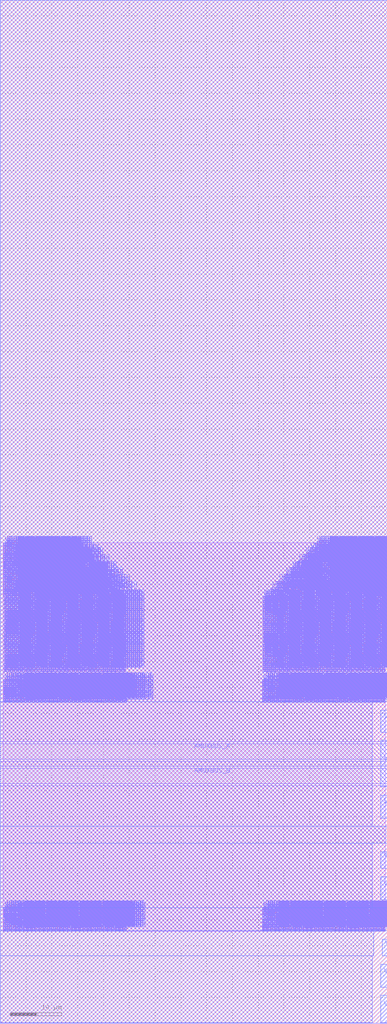
<source format=lef>
# Copyright 2020 The SkyWater PDK Authors
#
# Licensed under the Apache License, Version 2.0 (the "License");
# you may not use this file except in compliance with the License.
# You may obtain a copy of the License at
#
#     https://www.apache.org/licenses/LICENSE-2.0
#
# Unless required by applicable law or agreed to in writing, software
# distributed under the License is distributed on an "AS IS" BASIS,
# WITHOUT WARRANTIES OR CONDITIONS OF ANY KIND, either express or implied.
# See the License for the specific language governing permissions and
# limitations under the License.
#
# SPDX-License-Identifier: Apache-2.0

VERSION 5.7 ;
  NOWIREEXTENSIONATPIN ON ;
  DIVIDERCHAR "/" ;
  BUSBITCHARS "[]" ;
MACRO sky130_fd_io__overlay_vddio_lvc
  CLASS PAD ;
  FOREIGN sky130_fd_io__overlay_vddio_lvc ;
  ORIGIN  0.000000  0.000000 ;
  SIZE  75.00000 BY  198.0000 ;
  SYMMETRY X Y R90 ;
  PIN AMUXBUS_A
    DIRECTION INOUT ;
    USE SIGNAL ;
    PORT
      LAYER met4 ;
        RECT 0.000000 51.125000 75.000000 54.105000 ;
    END
  END AMUXBUS_A
  PIN AMUXBUS_B
    DIRECTION INOUT ;
    USE SIGNAL ;
    PORT
      LAYER met4 ;
        RECT 0.000000 46.365000 75.000000 49.345000 ;
    END
  END AMUXBUS_B
  PIN VCCD
    DIRECTION INOUT ;
    USE POWER ;
    PORT
      LAYER met5 ;
        RECT 73.730000 6.985000 75.000000 11.435000 ;
    END
  END VCCD
  PIN VCCHIB
    DIRECTION INOUT ;
    USE POWER ;
    PORT
      LAYER met5 ;
        RECT 73.730000 0.135000 75.000000 5.385000 ;
    END
  END VCCHIB
  PIN VDDA
    DIRECTION INOUT ;
    USE POWER ;
    PORT
      LAYER met5 ;
        RECT 74.035000 13.035000 75.000000 16.285000 ;
    END
  END VDDA
  PIN VDDIO
    DIRECTION INOUT ;
    USE POWER ;
    PORT
      LAYER met3 ;
        RECT 0.630000 17.800000 0.950000 18.120000 ;
      LAYER met4 ;
        RECT 0.630000 17.800000 0.950000 18.120000 ;
    END
    PORT
      LAYER met3 ;
        RECT 0.630000 18.230000 0.950000 18.550000 ;
      LAYER met4 ;
        RECT 0.630000 18.230000 0.950000 18.550000 ;
    END
    PORT
      LAYER met3 ;
        RECT 0.630000 18.660000 0.950000 18.980000 ;
      LAYER met4 ;
        RECT 0.630000 18.660000 0.950000 18.980000 ;
    END
    PORT
      LAYER met3 ;
        RECT 0.630000 19.090000 0.950000 19.410000 ;
      LAYER met4 ;
        RECT 0.630000 19.090000 0.950000 19.410000 ;
    END
    PORT
      LAYER met3 ;
        RECT 0.630000 19.520000 0.950000 19.840000 ;
      LAYER met4 ;
        RECT 0.630000 19.520000 0.950000 19.840000 ;
    END
    PORT
      LAYER met3 ;
        RECT 0.630000 19.950000 0.950000 20.270000 ;
      LAYER met4 ;
        RECT 0.630000 19.950000 0.950000 20.270000 ;
    END
    PORT
      LAYER met3 ;
        RECT 0.630000 20.380000 0.950000 20.700000 ;
      LAYER met4 ;
        RECT 0.630000 20.380000 0.950000 20.700000 ;
    END
    PORT
      LAYER met3 ;
        RECT 0.630000 20.810000 0.950000 21.130000 ;
      LAYER met4 ;
        RECT 0.630000 20.810000 0.950000 21.130000 ;
    END
    PORT
      LAYER met3 ;
        RECT 0.630000 21.240000 0.950000 21.560000 ;
      LAYER met4 ;
        RECT 0.630000 21.240000 0.950000 21.560000 ;
    END
    PORT
      LAYER met3 ;
        RECT 0.630000 21.670000 0.950000 21.990000 ;
      LAYER met4 ;
        RECT 0.630000 21.670000 0.950000 21.990000 ;
    END
    PORT
      LAYER met3 ;
        RECT 0.630000 22.100000 0.950000 22.420000 ;
      LAYER met4 ;
        RECT 0.630000 22.100000 0.950000 22.420000 ;
    END
    PORT
      LAYER met3 ;
        RECT 0.675000 82.795000 0.995000 83.115000 ;
      LAYER met4 ;
        RECT 0.675000 82.795000 0.995000 83.115000 ;
    END
    PORT
      LAYER met3 ;
        RECT 0.675000 83.205000 0.995000 83.525000 ;
      LAYER met4 ;
        RECT 0.675000 83.205000 0.995000 83.525000 ;
    END
    PORT
      LAYER met3 ;
        RECT 0.675000 83.615000 0.995000 83.935000 ;
      LAYER met4 ;
        RECT 0.675000 83.615000 0.995000 83.935000 ;
    END
    PORT
      LAYER met3 ;
        RECT 0.675000 84.025000 0.995000 84.345000 ;
      LAYER met4 ;
        RECT 0.675000 84.025000 0.995000 84.345000 ;
    END
    PORT
      LAYER met3 ;
        RECT 0.675000 84.435000 0.995000 84.755000 ;
      LAYER met4 ;
        RECT 0.675000 84.435000 0.995000 84.755000 ;
    END
    PORT
      LAYER met3 ;
        RECT 0.675000 84.845000 0.995000 85.165000 ;
      LAYER met4 ;
        RECT 0.675000 84.845000 0.995000 85.165000 ;
    END
    PORT
      LAYER met3 ;
        RECT 0.675000 85.255000 0.995000 85.575000 ;
      LAYER met4 ;
        RECT 0.675000 85.255000 0.995000 85.575000 ;
    END
    PORT
      LAYER met3 ;
        RECT 0.675000 85.665000 0.995000 85.985000 ;
      LAYER met4 ;
        RECT 0.675000 85.665000 0.995000 85.985000 ;
    END
    PORT
      LAYER met3 ;
        RECT 0.675000 86.075000 0.995000 86.395000 ;
      LAYER met4 ;
        RECT 0.675000 86.075000 0.995000 86.395000 ;
    END
    PORT
      LAYER met3 ;
        RECT 0.675000 86.485000 0.995000 86.805000 ;
      LAYER met4 ;
        RECT 0.675000 86.485000 0.995000 86.805000 ;
    END
    PORT
      LAYER met3 ;
        RECT 0.675000 86.895000 0.995000 87.215000 ;
      LAYER met4 ;
        RECT 0.675000 86.895000 0.995000 87.215000 ;
    END
    PORT
      LAYER met3 ;
        RECT 0.675000 87.305000 0.995000 87.625000 ;
      LAYER met4 ;
        RECT 0.675000 87.305000 0.995000 87.625000 ;
    END
    PORT
      LAYER met3 ;
        RECT 0.675000 87.715000 0.995000 88.035000 ;
      LAYER met4 ;
        RECT 0.675000 87.715000 0.995000 88.035000 ;
    END
    PORT
      LAYER met3 ;
        RECT 0.675000 88.125000 0.995000 88.445000 ;
      LAYER met4 ;
        RECT 0.675000 88.125000 0.995000 88.445000 ;
    END
    PORT
      LAYER met3 ;
        RECT 0.675000 88.535000 0.995000 88.855000 ;
      LAYER met4 ;
        RECT 0.675000 88.535000 0.995000 88.855000 ;
    END
    PORT
      LAYER met3 ;
        RECT 0.675000 88.945000 0.995000 89.265000 ;
      LAYER met4 ;
        RECT 0.675000 88.945000 0.995000 89.265000 ;
    END
    PORT
      LAYER met3 ;
        RECT 0.675000 89.355000 0.995000 89.675000 ;
      LAYER met4 ;
        RECT 0.675000 89.355000 0.995000 89.675000 ;
    END
    PORT
      LAYER met3 ;
        RECT 0.675000 89.765000 0.995000 90.085000 ;
      LAYER met4 ;
        RECT 0.675000 89.765000 0.995000 90.085000 ;
    END
    PORT
      LAYER met3 ;
        RECT 0.675000 90.175000 0.995000 90.495000 ;
      LAYER met4 ;
        RECT 0.675000 90.175000 0.995000 90.495000 ;
    END
    PORT
      LAYER met3 ;
        RECT 0.675000 90.585000 0.995000 90.905000 ;
      LAYER met4 ;
        RECT 0.675000 90.585000 0.995000 90.905000 ;
    END
    PORT
      LAYER met3 ;
        RECT 0.675000 90.995000 0.995000 91.315000 ;
      LAYER met4 ;
        RECT 0.675000 90.995000 0.995000 91.315000 ;
    END
    PORT
      LAYER met3 ;
        RECT 0.675000 91.405000 0.995000 91.725000 ;
      LAYER met4 ;
        RECT 0.675000 91.405000 0.995000 91.725000 ;
    END
    PORT
      LAYER met3 ;
        RECT 0.675000 91.815000 0.995000 92.135000 ;
      LAYER met4 ;
        RECT 0.675000 91.815000 0.995000 92.135000 ;
    END
    PORT
      LAYER met3 ;
        RECT 0.675000 92.225000 0.995000 92.545000 ;
      LAYER met4 ;
        RECT 0.675000 92.225000 0.995000 92.545000 ;
    END
    PORT
      LAYER met3 ;
        RECT 0.675000 92.635000 0.995000 92.955000 ;
      LAYER met4 ;
        RECT 0.675000 92.635000 0.995000 92.955000 ;
    END
    PORT
      LAYER met3 ;
        RECT 0.785000 68.065000 1.105000 68.385000 ;
      LAYER met4 ;
        RECT 0.785000 68.065000 1.105000 68.385000 ;
    END
    PORT
      LAYER met3 ;
        RECT 0.785000 68.475000 1.105000 68.795000 ;
      LAYER met4 ;
        RECT 0.785000 68.475000 1.105000 68.795000 ;
    END
    PORT
      LAYER met3 ;
        RECT 0.785000 68.885000 1.105000 69.205000 ;
      LAYER met4 ;
        RECT 0.785000 68.885000 1.105000 69.205000 ;
    END
    PORT
      LAYER met3 ;
        RECT 0.785000 69.295000 1.105000 69.615000 ;
      LAYER met4 ;
        RECT 0.785000 69.295000 1.105000 69.615000 ;
    END
    PORT
      LAYER met3 ;
        RECT 0.785000 69.705000 1.105000 70.025000 ;
      LAYER met4 ;
        RECT 0.785000 69.705000 1.105000 70.025000 ;
    END
    PORT
      LAYER met3 ;
        RECT 0.785000 70.115000 1.105000 70.435000 ;
      LAYER met4 ;
        RECT 0.785000 70.115000 1.105000 70.435000 ;
    END
    PORT
      LAYER met3 ;
        RECT 0.785000 70.525000 1.105000 70.845000 ;
      LAYER met4 ;
        RECT 0.785000 70.525000 1.105000 70.845000 ;
    END
    PORT
      LAYER met3 ;
        RECT 0.785000 70.935000 1.105000 71.255000 ;
      LAYER met4 ;
        RECT 0.785000 70.935000 1.105000 71.255000 ;
    END
    PORT
      LAYER met3 ;
        RECT 0.785000 71.345000 1.105000 71.665000 ;
      LAYER met4 ;
        RECT 0.785000 71.345000 1.105000 71.665000 ;
    END
    PORT
      LAYER met3 ;
        RECT 0.785000 71.755000 1.105000 72.075000 ;
      LAYER met4 ;
        RECT 0.785000 71.755000 1.105000 72.075000 ;
    END
    PORT
      LAYER met3 ;
        RECT 0.785000 72.165000 1.105000 72.485000 ;
      LAYER met4 ;
        RECT 0.785000 72.165000 1.105000 72.485000 ;
    END
    PORT
      LAYER met3 ;
        RECT 0.785000 72.575000 1.105000 72.895000 ;
      LAYER met4 ;
        RECT 0.785000 72.575000 1.105000 72.895000 ;
    END
    PORT
      LAYER met3 ;
        RECT 0.785000 72.985000 1.105000 73.305000 ;
      LAYER met4 ;
        RECT 0.785000 72.985000 1.105000 73.305000 ;
    END
    PORT
      LAYER met3 ;
        RECT 0.785000 73.390000 1.105000 73.710000 ;
      LAYER met4 ;
        RECT 0.785000 73.390000 1.105000 73.710000 ;
    END
    PORT
      LAYER met3 ;
        RECT 0.785000 73.795000 1.105000 74.115000 ;
      LAYER met4 ;
        RECT 0.785000 73.795000 1.105000 74.115000 ;
    END
    PORT
      LAYER met3 ;
        RECT 0.785000 74.200000 1.105000 74.520000 ;
      LAYER met4 ;
        RECT 0.785000 74.200000 1.105000 74.520000 ;
    END
    PORT
      LAYER met3 ;
        RECT 0.785000 74.605000 1.105000 74.925000 ;
      LAYER met4 ;
        RECT 0.785000 74.605000 1.105000 74.925000 ;
    END
    PORT
      LAYER met3 ;
        RECT 0.785000 75.010000 1.105000 75.330000 ;
      LAYER met4 ;
        RECT 0.785000 75.010000 1.105000 75.330000 ;
    END
    PORT
      LAYER met3 ;
        RECT 0.785000 75.415000 1.105000 75.735000 ;
      LAYER met4 ;
        RECT 0.785000 75.415000 1.105000 75.735000 ;
    END
    PORT
      LAYER met3 ;
        RECT 0.785000 75.820000 1.105000 76.140000 ;
      LAYER met4 ;
        RECT 0.785000 75.820000 1.105000 76.140000 ;
    END
    PORT
      LAYER met3 ;
        RECT 0.785000 76.225000 1.105000 76.545000 ;
      LAYER met4 ;
        RECT 0.785000 76.225000 1.105000 76.545000 ;
    END
    PORT
      LAYER met3 ;
        RECT 0.785000 76.630000 1.105000 76.950000 ;
      LAYER met4 ;
        RECT 0.785000 76.630000 1.105000 76.950000 ;
    END
    PORT
      LAYER met3 ;
        RECT 0.785000 77.035000 1.105000 77.355000 ;
      LAYER met4 ;
        RECT 0.785000 77.035000 1.105000 77.355000 ;
    END
    PORT
      LAYER met3 ;
        RECT 0.785000 77.440000 1.105000 77.760000 ;
      LAYER met4 ;
        RECT 0.785000 77.440000 1.105000 77.760000 ;
    END
    PORT
      LAYER met3 ;
        RECT 0.785000 77.845000 1.105000 78.165000 ;
      LAYER met4 ;
        RECT 0.785000 77.845000 1.105000 78.165000 ;
    END
    PORT
      LAYER met3 ;
        RECT 0.785000 78.250000 1.105000 78.570000 ;
      LAYER met4 ;
        RECT 0.785000 78.250000 1.105000 78.570000 ;
    END
    PORT
      LAYER met3 ;
        RECT 0.785000 78.655000 1.105000 78.975000 ;
      LAYER met4 ;
        RECT 0.785000 78.655000 1.105000 78.975000 ;
    END
    PORT
      LAYER met3 ;
        RECT 0.785000 79.060000 1.105000 79.380000 ;
      LAYER met4 ;
        RECT 0.785000 79.060000 1.105000 79.380000 ;
    END
    PORT
      LAYER met3 ;
        RECT 0.785000 79.465000 1.105000 79.785000 ;
      LAYER met4 ;
        RECT 0.785000 79.465000 1.105000 79.785000 ;
    END
    PORT
      LAYER met3 ;
        RECT 0.785000 79.870000 1.105000 80.190000 ;
      LAYER met4 ;
        RECT 0.785000 79.870000 1.105000 80.190000 ;
    END
    PORT
      LAYER met3 ;
        RECT 0.785000 80.275000 1.105000 80.595000 ;
      LAYER met4 ;
        RECT 0.785000 80.275000 1.105000 80.595000 ;
    END
    PORT
      LAYER met3 ;
        RECT 0.785000 80.680000 1.105000 81.000000 ;
      LAYER met4 ;
        RECT 0.785000 80.680000 1.105000 81.000000 ;
    END
    PORT
      LAYER met3 ;
        RECT 0.785000 81.085000 1.105000 81.405000 ;
      LAYER met4 ;
        RECT 0.785000 81.085000 1.105000 81.405000 ;
    END
    PORT
      LAYER met3 ;
        RECT 0.785000 81.490000 1.105000 81.810000 ;
      LAYER met4 ;
        RECT 0.785000 81.490000 1.105000 81.810000 ;
    END
    PORT
      LAYER met3 ;
        RECT 0.785000 81.895000 1.105000 82.215000 ;
      LAYER met4 ;
        RECT 0.785000 81.895000 1.105000 82.215000 ;
    END
    PORT
      LAYER met3 ;
        RECT 0.785000 82.300000 1.105000 82.620000 ;
      LAYER met4 ;
        RECT 0.785000 82.300000 1.105000 82.620000 ;
    END
    PORT
      LAYER met3 ;
        RECT 1.035000 17.800000 1.355000 18.120000 ;
      LAYER met4 ;
        RECT 1.035000 17.800000 1.355000 18.120000 ;
    END
    PORT
      LAYER met3 ;
        RECT 1.035000 18.230000 1.355000 18.550000 ;
      LAYER met4 ;
        RECT 1.035000 18.230000 1.355000 18.550000 ;
    END
    PORT
      LAYER met3 ;
        RECT 1.035000 18.660000 1.355000 18.980000 ;
      LAYER met4 ;
        RECT 1.035000 18.660000 1.355000 18.980000 ;
    END
    PORT
      LAYER met3 ;
        RECT 1.035000 19.090000 1.355000 19.410000 ;
      LAYER met4 ;
        RECT 1.035000 19.090000 1.355000 19.410000 ;
    END
    PORT
      LAYER met3 ;
        RECT 1.035000 19.520000 1.355000 19.840000 ;
      LAYER met4 ;
        RECT 1.035000 19.520000 1.355000 19.840000 ;
    END
    PORT
      LAYER met3 ;
        RECT 1.035000 19.950000 1.355000 20.270000 ;
      LAYER met4 ;
        RECT 1.035000 19.950000 1.355000 20.270000 ;
    END
    PORT
      LAYER met3 ;
        RECT 1.035000 20.380000 1.355000 20.700000 ;
      LAYER met4 ;
        RECT 1.035000 20.380000 1.355000 20.700000 ;
    END
    PORT
      LAYER met3 ;
        RECT 1.035000 20.810000 1.355000 21.130000 ;
      LAYER met4 ;
        RECT 1.035000 20.810000 1.355000 21.130000 ;
    END
    PORT
      LAYER met3 ;
        RECT 1.035000 21.240000 1.355000 21.560000 ;
      LAYER met4 ;
        RECT 1.035000 21.240000 1.355000 21.560000 ;
    END
    PORT
      LAYER met3 ;
        RECT 1.035000 21.670000 1.355000 21.990000 ;
      LAYER met4 ;
        RECT 1.035000 21.670000 1.355000 21.990000 ;
    END
    PORT
      LAYER met3 ;
        RECT 1.035000 22.100000 1.355000 22.420000 ;
      LAYER met4 ;
        RECT 1.035000 22.100000 1.355000 22.420000 ;
    END
    PORT
      LAYER met3 ;
        RECT 1.085000 82.795000 1.405000 83.115000 ;
      LAYER met4 ;
        RECT 1.085000 82.795000 1.405000 83.115000 ;
    END
    PORT
      LAYER met3 ;
        RECT 1.085000 83.205000 1.405000 83.525000 ;
      LAYER met4 ;
        RECT 1.085000 83.205000 1.405000 83.525000 ;
    END
    PORT
      LAYER met3 ;
        RECT 1.085000 83.615000 1.405000 83.935000 ;
      LAYER met4 ;
        RECT 1.085000 83.615000 1.405000 83.935000 ;
    END
    PORT
      LAYER met3 ;
        RECT 1.085000 84.025000 1.405000 84.345000 ;
      LAYER met4 ;
        RECT 1.085000 84.025000 1.405000 84.345000 ;
    END
    PORT
      LAYER met3 ;
        RECT 1.085000 84.435000 1.405000 84.755000 ;
      LAYER met4 ;
        RECT 1.085000 84.435000 1.405000 84.755000 ;
    END
    PORT
      LAYER met3 ;
        RECT 1.085000 84.845000 1.405000 85.165000 ;
      LAYER met4 ;
        RECT 1.085000 84.845000 1.405000 85.165000 ;
    END
    PORT
      LAYER met3 ;
        RECT 1.085000 85.255000 1.405000 85.575000 ;
      LAYER met4 ;
        RECT 1.085000 85.255000 1.405000 85.575000 ;
    END
    PORT
      LAYER met3 ;
        RECT 1.085000 85.665000 1.405000 85.985000 ;
      LAYER met4 ;
        RECT 1.085000 85.665000 1.405000 85.985000 ;
    END
    PORT
      LAYER met3 ;
        RECT 1.085000 86.075000 1.405000 86.395000 ;
      LAYER met4 ;
        RECT 1.085000 86.075000 1.405000 86.395000 ;
    END
    PORT
      LAYER met3 ;
        RECT 1.085000 86.485000 1.405000 86.805000 ;
      LAYER met4 ;
        RECT 1.085000 86.485000 1.405000 86.805000 ;
    END
    PORT
      LAYER met3 ;
        RECT 1.085000 86.895000 1.405000 87.215000 ;
      LAYER met4 ;
        RECT 1.085000 86.895000 1.405000 87.215000 ;
    END
    PORT
      LAYER met3 ;
        RECT 1.085000 87.305000 1.405000 87.625000 ;
      LAYER met4 ;
        RECT 1.085000 87.305000 1.405000 87.625000 ;
    END
    PORT
      LAYER met3 ;
        RECT 1.085000 87.715000 1.405000 88.035000 ;
      LAYER met4 ;
        RECT 1.085000 87.715000 1.405000 88.035000 ;
    END
    PORT
      LAYER met3 ;
        RECT 1.085000 88.125000 1.405000 88.445000 ;
      LAYER met4 ;
        RECT 1.085000 88.125000 1.405000 88.445000 ;
    END
    PORT
      LAYER met3 ;
        RECT 1.085000 88.535000 1.405000 88.855000 ;
      LAYER met4 ;
        RECT 1.085000 88.535000 1.405000 88.855000 ;
    END
    PORT
      LAYER met3 ;
        RECT 1.085000 88.945000 1.405000 89.265000 ;
      LAYER met4 ;
        RECT 1.085000 88.945000 1.405000 89.265000 ;
    END
    PORT
      LAYER met3 ;
        RECT 1.085000 89.355000 1.405000 89.675000 ;
      LAYER met4 ;
        RECT 1.085000 89.355000 1.405000 89.675000 ;
    END
    PORT
      LAYER met3 ;
        RECT 1.085000 89.765000 1.405000 90.085000 ;
      LAYER met4 ;
        RECT 1.085000 89.765000 1.405000 90.085000 ;
    END
    PORT
      LAYER met3 ;
        RECT 1.085000 90.175000 1.405000 90.495000 ;
      LAYER met4 ;
        RECT 1.085000 90.175000 1.405000 90.495000 ;
    END
    PORT
      LAYER met3 ;
        RECT 1.085000 90.585000 1.405000 90.905000 ;
      LAYER met4 ;
        RECT 1.085000 90.585000 1.405000 90.905000 ;
    END
    PORT
      LAYER met3 ;
        RECT 1.085000 90.995000 1.405000 91.315000 ;
      LAYER met4 ;
        RECT 1.085000 90.995000 1.405000 91.315000 ;
    END
    PORT
      LAYER met3 ;
        RECT 1.085000 91.405000 1.405000 91.725000 ;
      LAYER met4 ;
        RECT 1.085000 91.405000 1.405000 91.725000 ;
    END
    PORT
      LAYER met3 ;
        RECT 1.085000 91.815000 1.405000 92.135000 ;
      LAYER met4 ;
        RECT 1.085000 91.815000 1.405000 92.135000 ;
    END
    PORT
      LAYER met3 ;
        RECT 1.085000 92.225000 1.405000 92.545000 ;
      LAYER met4 ;
        RECT 1.085000 92.225000 1.405000 92.545000 ;
    END
    PORT
      LAYER met3 ;
        RECT 1.085000 92.635000 1.405000 92.955000 ;
      LAYER met4 ;
        RECT 1.085000 92.635000 1.405000 92.955000 ;
    END
    PORT
      LAYER met3 ;
        RECT 1.185000 68.065000 1.505000 68.385000 ;
      LAYER met4 ;
        RECT 1.185000 68.065000 1.505000 68.385000 ;
    END
    PORT
      LAYER met3 ;
        RECT 1.185000 68.475000 1.505000 68.795000 ;
      LAYER met4 ;
        RECT 1.185000 68.475000 1.505000 68.795000 ;
    END
    PORT
      LAYER met3 ;
        RECT 1.185000 68.885000 1.505000 69.205000 ;
      LAYER met4 ;
        RECT 1.185000 68.885000 1.505000 69.205000 ;
    END
    PORT
      LAYER met3 ;
        RECT 1.185000 69.295000 1.505000 69.615000 ;
      LAYER met4 ;
        RECT 1.185000 69.295000 1.505000 69.615000 ;
    END
    PORT
      LAYER met3 ;
        RECT 1.185000 69.705000 1.505000 70.025000 ;
      LAYER met4 ;
        RECT 1.185000 69.705000 1.505000 70.025000 ;
    END
    PORT
      LAYER met3 ;
        RECT 1.185000 70.115000 1.505000 70.435000 ;
      LAYER met4 ;
        RECT 1.185000 70.115000 1.505000 70.435000 ;
    END
    PORT
      LAYER met3 ;
        RECT 1.185000 70.525000 1.505000 70.845000 ;
      LAYER met4 ;
        RECT 1.185000 70.525000 1.505000 70.845000 ;
    END
    PORT
      LAYER met3 ;
        RECT 1.185000 70.935000 1.505000 71.255000 ;
      LAYER met4 ;
        RECT 1.185000 70.935000 1.505000 71.255000 ;
    END
    PORT
      LAYER met3 ;
        RECT 1.185000 71.345000 1.505000 71.665000 ;
      LAYER met4 ;
        RECT 1.185000 71.345000 1.505000 71.665000 ;
    END
    PORT
      LAYER met3 ;
        RECT 1.185000 71.755000 1.505000 72.075000 ;
      LAYER met4 ;
        RECT 1.185000 71.755000 1.505000 72.075000 ;
    END
    PORT
      LAYER met3 ;
        RECT 1.185000 72.165000 1.505000 72.485000 ;
      LAYER met4 ;
        RECT 1.185000 72.165000 1.505000 72.485000 ;
    END
    PORT
      LAYER met3 ;
        RECT 1.185000 72.575000 1.505000 72.895000 ;
      LAYER met4 ;
        RECT 1.185000 72.575000 1.505000 72.895000 ;
    END
    PORT
      LAYER met3 ;
        RECT 1.185000 72.985000 1.505000 73.305000 ;
      LAYER met4 ;
        RECT 1.185000 72.985000 1.505000 73.305000 ;
    END
    PORT
      LAYER met3 ;
        RECT 1.185000 73.390000 1.505000 73.710000 ;
      LAYER met4 ;
        RECT 1.185000 73.390000 1.505000 73.710000 ;
    END
    PORT
      LAYER met3 ;
        RECT 1.185000 73.795000 1.505000 74.115000 ;
      LAYER met4 ;
        RECT 1.185000 73.795000 1.505000 74.115000 ;
    END
    PORT
      LAYER met3 ;
        RECT 1.185000 74.200000 1.505000 74.520000 ;
      LAYER met4 ;
        RECT 1.185000 74.200000 1.505000 74.520000 ;
    END
    PORT
      LAYER met3 ;
        RECT 1.185000 74.605000 1.505000 74.925000 ;
      LAYER met4 ;
        RECT 1.185000 74.605000 1.505000 74.925000 ;
    END
    PORT
      LAYER met3 ;
        RECT 1.185000 75.010000 1.505000 75.330000 ;
      LAYER met4 ;
        RECT 1.185000 75.010000 1.505000 75.330000 ;
    END
    PORT
      LAYER met3 ;
        RECT 1.185000 75.415000 1.505000 75.735000 ;
      LAYER met4 ;
        RECT 1.185000 75.415000 1.505000 75.735000 ;
    END
    PORT
      LAYER met3 ;
        RECT 1.185000 75.820000 1.505000 76.140000 ;
      LAYER met4 ;
        RECT 1.185000 75.820000 1.505000 76.140000 ;
    END
    PORT
      LAYER met3 ;
        RECT 1.185000 76.225000 1.505000 76.545000 ;
      LAYER met4 ;
        RECT 1.185000 76.225000 1.505000 76.545000 ;
    END
    PORT
      LAYER met3 ;
        RECT 1.185000 76.630000 1.505000 76.950000 ;
      LAYER met4 ;
        RECT 1.185000 76.630000 1.505000 76.950000 ;
    END
    PORT
      LAYER met3 ;
        RECT 1.185000 77.035000 1.505000 77.355000 ;
      LAYER met4 ;
        RECT 1.185000 77.035000 1.505000 77.355000 ;
    END
    PORT
      LAYER met3 ;
        RECT 1.185000 77.440000 1.505000 77.760000 ;
      LAYER met4 ;
        RECT 1.185000 77.440000 1.505000 77.760000 ;
    END
    PORT
      LAYER met3 ;
        RECT 1.185000 77.845000 1.505000 78.165000 ;
      LAYER met4 ;
        RECT 1.185000 77.845000 1.505000 78.165000 ;
    END
    PORT
      LAYER met3 ;
        RECT 1.185000 78.250000 1.505000 78.570000 ;
      LAYER met4 ;
        RECT 1.185000 78.250000 1.505000 78.570000 ;
    END
    PORT
      LAYER met3 ;
        RECT 1.185000 78.655000 1.505000 78.975000 ;
      LAYER met4 ;
        RECT 1.185000 78.655000 1.505000 78.975000 ;
    END
    PORT
      LAYER met3 ;
        RECT 1.185000 79.060000 1.505000 79.380000 ;
      LAYER met4 ;
        RECT 1.185000 79.060000 1.505000 79.380000 ;
    END
    PORT
      LAYER met3 ;
        RECT 1.185000 79.465000 1.505000 79.785000 ;
      LAYER met4 ;
        RECT 1.185000 79.465000 1.505000 79.785000 ;
    END
    PORT
      LAYER met3 ;
        RECT 1.185000 79.870000 1.505000 80.190000 ;
      LAYER met4 ;
        RECT 1.185000 79.870000 1.505000 80.190000 ;
    END
    PORT
      LAYER met3 ;
        RECT 1.185000 80.275000 1.505000 80.595000 ;
      LAYER met4 ;
        RECT 1.185000 80.275000 1.505000 80.595000 ;
    END
    PORT
      LAYER met3 ;
        RECT 1.185000 80.680000 1.505000 81.000000 ;
      LAYER met4 ;
        RECT 1.185000 80.680000 1.505000 81.000000 ;
    END
    PORT
      LAYER met3 ;
        RECT 1.185000 81.085000 1.505000 81.405000 ;
      LAYER met4 ;
        RECT 1.185000 81.085000 1.505000 81.405000 ;
    END
    PORT
      LAYER met3 ;
        RECT 1.185000 81.490000 1.505000 81.810000 ;
      LAYER met4 ;
        RECT 1.185000 81.490000 1.505000 81.810000 ;
    END
    PORT
      LAYER met3 ;
        RECT 1.185000 81.895000 1.505000 82.215000 ;
      LAYER met4 ;
        RECT 1.185000 81.895000 1.505000 82.215000 ;
    END
    PORT
      LAYER met3 ;
        RECT 1.185000 82.300000 1.505000 82.620000 ;
      LAYER met4 ;
        RECT 1.185000 82.300000 1.505000 82.620000 ;
    END
    PORT
      LAYER met3 ;
        RECT 1.440000 17.800000 1.760000 18.120000 ;
      LAYER met4 ;
        RECT 1.440000 17.800000 1.760000 18.120000 ;
    END
    PORT
      LAYER met3 ;
        RECT 1.440000 18.230000 1.760000 18.550000 ;
      LAYER met4 ;
        RECT 1.440000 18.230000 1.760000 18.550000 ;
    END
    PORT
      LAYER met3 ;
        RECT 1.440000 18.660000 1.760000 18.980000 ;
      LAYER met4 ;
        RECT 1.440000 18.660000 1.760000 18.980000 ;
    END
    PORT
      LAYER met3 ;
        RECT 1.440000 19.090000 1.760000 19.410000 ;
      LAYER met4 ;
        RECT 1.440000 19.090000 1.760000 19.410000 ;
    END
    PORT
      LAYER met3 ;
        RECT 1.440000 19.520000 1.760000 19.840000 ;
      LAYER met4 ;
        RECT 1.440000 19.520000 1.760000 19.840000 ;
    END
    PORT
      LAYER met3 ;
        RECT 1.440000 19.950000 1.760000 20.270000 ;
      LAYER met4 ;
        RECT 1.440000 19.950000 1.760000 20.270000 ;
    END
    PORT
      LAYER met3 ;
        RECT 1.440000 20.380000 1.760000 20.700000 ;
      LAYER met4 ;
        RECT 1.440000 20.380000 1.760000 20.700000 ;
    END
    PORT
      LAYER met3 ;
        RECT 1.440000 20.810000 1.760000 21.130000 ;
      LAYER met4 ;
        RECT 1.440000 20.810000 1.760000 21.130000 ;
    END
    PORT
      LAYER met3 ;
        RECT 1.440000 21.240000 1.760000 21.560000 ;
      LAYER met4 ;
        RECT 1.440000 21.240000 1.760000 21.560000 ;
    END
    PORT
      LAYER met3 ;
        RECT 1.440000 21.670000 1.760000 21.990000 ;
      LAYER met4 ;
        RECT 1.440000 21.670000 1.760000 21.990000 ;
    END
    PORT
      LAYER met3 ;
        RECT 1.440000 22.100000 1.760000 22.420000 ;
      LAYER met4 ;
        RECT 1.440000 22.100000 1.760000 22.420000 ;
    END
    PORT
      LAYER met3 ;
        RECT 1.495000 82.795000 1.815000 83.115000 ;
      LAYER met4 ;
        RECT 1.495000 82.795000 1.815000 83.115000 ;
    END
    PORT
      LAYER met3 ;
        RECT 1.495000 83.205000 1.815000 83.525000 ;
      LAYER met4 ;
        RECT 1.495000 83.205000 1.815000 83.525000 ;
    END
    PORT
      LAYER met3 ;
        RECT 1.495000 83.615000 1.815000 83.935000 ;
      LAYER met4 ;
        RECT 1.495000 83.615000 1.815000 83.935000 ;
    END
    PORT
      LAYER met3 ;
        RECT 1.495000 84.025000 1.815000 84.345000 ;
      LAYER met4 ;
        RECT 1.495000 84.025000 1.815000 84.345000 ;
    END
    PORT
      LAYER met3 ;
        RECT 1.495000 84.435000 1.815000 84.755000 ;
      LAYER met4 ;
        RECT 1.495000 84.435000 1.815000 84.755000 ;
    END
    PORT
      LAYER met3 ;
        RECT 1.495000 84.845000 1.815000 85.165000 ;
      LAYER met4 ;
        RECT 1.495000 84.845000 1.815000 85.165000 ;
    END
    PORT
      LAYER met3 ;
        RECT 1.495000 85.255000 1.815000 85.575000 ;
      LAYER met4 ;
        RECT 1.495000 85.255000 1.815000 85.575000 ;
    END
    PORT
      LAYER met3 ;
        RECT 1.495000 85.665000 1.815000 85.985000 ;
      LAYER met4 ;
        RECT 1.495000 85.665000 1.815000 85.985000 ;
    END
    PORT
      LAYER met3 ;
        RECT 1.495000 86.075000 1.815000 86.395000 ;
      LAYER met4 ;
        RECT 1.495000 86.075000 1.815000 86.395000 ;
    END
    PORT
      LAYER met3 ;
        RECT 1.495000 86.485000 1.815000 86.805000 ;
      LAYER met4 ;
        RECT 1.495000 86.485000 1.815000 86.805000 ;
    END
    PORT
      LAYER met3 ;
        RECT 1.495000 86.895000 1.815000 87.215000 ;
      LAYER met4 ;
        RECT 1.495000 86.895000 1.815000 87.215000 ;
    END
    PORT
      LAYER met3 ;
        RECT 1.495000 87.305000 1.815000 87.625000 ;
      LAYER met4 ;
        RECT 1.495000 87.305000 1.815000 87.625000 ;
    END
    PORT
      LAYER met3 ;
        RECT 1.495000 87.715000 1.815000 88.035000 ;
      LAYER met4 ;
        RECT 1.495000 87.715000 1.815000 88.035000 ;
    END
    PORT
      LAYER met3 ;
        RECT 1.495000 88.125000 1.815000 88.445000 ;
      LAYER met4 ;
        RECT 1.495000 88.125000 1.815000 88.445000 ;
    END
    PORT
      LAYER met3 ;
        RECT 1.495000 88.535000 1.815000 88.855000 ;
      LAYER met4 ;
        RECT 1.495000 88.535000 1.815000 88.855000 ;
    END
    PORT
      LAYER met3 ;
        RECT 1.495000 88.945000 1.815000 89.265000 ;
      LAYER met4 ;
        RECT 1.495000 88.945000 1.815000 89.265000 ;
    END
    PORT
      LAYER met3 ;
        RECT 1.495000 89.355000 1.815000 89.675000 ;
      LAYER met4 ;
        RECT 1.495000 89.355000 1.815000 89.675000 ;
    END
    PORT
      LAYER met3 ;
        RECT 1.495000 89.765000 1.815000 90.085000 ;
      LAYER met4 ;
        RECT 1.495000 89.765000 1.815000 90.085000 ;
    END
    PORT
      LAYER met3 ;
        RECT 1.495000 90.175000 1.815000 90.495000 ;
      LAYER met4 ;
        RECT 1.495000 90.175000 1.815000 90.495000 ;
    END
    PORT
      LAYER met3 ;
        RECT 1.495000 90.585000 1.815000 90.905000 ;
      LAYER met4 ;
        RECT 1.495000 90.585000 1.815000 90.905000 ;
    END
    PORT
      LAYER met3 ;
        RECT 1.495000 90.995000 1.815000 91.315000 ;
      LAYER met4 ;
        RECT 1.495000 90.995000 1.815000 91.315000 ;
    END
    PORT
      LAYER met3 ;
        RECT 1.495000 91.405000 1.815000 91.725000 ;
      LAYER met4 ;
        RECT 1.495000 91.405000 1.815000 91.725000 ;
    END
    PORT
      LAYER met3 ;
        RECT 1.495000 91.815000 1.815000 92.135000 ;
      LAYER met4 ;
        RECT 1.495000 91.815000 1.815000 92.135000 ;
    END
    PORT
      LAYER met3 ;
        RECT 1.495000 92.225000 1.815000 92.545000 ;
      LAYER met4 ;
        RECT 1.495000 92.225000 1.815000 92.545000 ;
    END
    PORT
      LAYER met3 ;
        RECT 1.495000 92.635000 1.815000 92.955000 ;
      LAYER met4 ;
        RECT 1.495000 92.635000 1.815000 92.955000 ;
    END
    PORT
      LAYER met3 ;
        RECT 1.585000 68.065000 1.905000 68.385000 ;
      LAYER met4 ;
        RECT 1.585000 68.065000 1.905000 68.385000 ;
    END
    PORT
      LAYER met3 ;
        RECT 1.585000 68.475000 1.905000 68.795000 ;
      LAYER met4 ;
        RECT 1.585000 68.475000 1.905000 68.795000 ;
    END
    PORT
      LAYER met3 ;
        RECT 1.585000 68.885000 1.905000 69.205000 ;
      LAYER met4 ;
        RECT 1.585000 68.885000 1.905000 69.205000 ;
    END
    PORT
      LAYER met3 ;
        RECT 1.585000 69.295000 1.905000 69.615000 ;
      LAYER met4 ;
        RECT 1.585000 69.295000 1.905000 69.615000 ;
    END
    PORT
      LAYER met3 ;
        RECT 1.585000 69.705000 1.905000 70.025000 ;
      LAYER met4 ;
        RECT 1.585000 69.705000 1.905000 70.025000 ;
    END
    PORT
      LAYER met3 ;
        RECT 1.585000 70.115000 1.905000 70.435000 ;
      LAYER met4 ;
        RECT 1.585000 70.115000 1.905000 70.435000 ;
    END
    PORT
      LAYER met3 ;
        RECT 1.585000 70.525000 1.905000 70.845000 ;
      LAYER met4 ;
        RECT 1.585000 70.525000 1.905000 70.845000 ;
    END
    PORT
      LAYER met3 ;
        RECT 1.585000 70.935000 1.905000 71.255000 ;
      LAYER met4 ;
        RECT 1.585000 70.935000 1.905000 71.255000 ;
    END
    PORT
      LAYER met3 ;
        RECT 1.585000 71.345000 1.905000 71.665000 ;
      LAYER met4 ;
        RECT 1.585000 71.345000 1.905000 71.665000 ;
    END
    PORT
      LAYER met3 ;
        RECT 1.585000 71.755000 1.905000 72.075000 ;
      LAYER met4 ;
        RECT 1.585000 71.755000 1.905000 72.075000 ;
    END
    PORT
      LAYER met3 ;
        RECT 1.585000 72.165000 1.905000 72.485000 ;
      LAYER met4 ;
        RECT 1.585000 72.165000 1.905000 72.485000 ;
    END
    PORT
      LAYER met3 ;
        RECT 1.585000 72.575000 1.905000 72.895000 ;
      LAYER met4 ;
        RECT 1.585000 72.575000 1.905000 72.895000 ;
    END
    PORT
      LAYER met3 ;
        RECT 1.585000 72.985000 1.905000 73.305000 ;
      LAYER met4 ;
        RECT 1.585000 72.985000 1.905000 73.305000 ;
    END
    PORT
      LAYER met3 ;
        RECT 1.585000 73.390000 1.905000 73.710000 ;
      LAYER met4 ;
        RECT 1.585000 73.390000 1.905000 73.710000 ;
    END
    PORT
      LAYER met3 ;
        RECT 1.585000 73.795000 1.905000 74.115000 ;
      LAYER met4 ;
        RECT 1.585000 73.795000 1.905000 74.115000 ;
    END
    PORT
      LAYER met3 ;
        RECT 1.585000 74.200000 1.905000 74.520000 ;
      LAYER met4 ;
        RECT 1.585000 74.200000 1.905000 74.520000 ;
    END
    PORT
      LAYER met3 ;
        RECT 1.585000 74.605000 1.905000 74.925000 ;
      LAYER met4 ;
        RECT 1.585000 74.605000 1.905000 74.925000 ;
    END
    PORT
      LAYER met3 ;
        RECT 1.585000 75.010000 1.905000 75.330000 ;
      LAYER met4 ;
        RECT 1.585000 75.010000 1.905000 75.330000 ;
    END
    PORT
      LAYER met3 ;
        RECT 1.585000 75.415000 1.905000 75.735000 ;
      LAYER met4 ;
        RECT 1.585000 75.415000 1.905000 75.735000 ;
    END
    PORT
      LAYER met3 ;
        RECT 1.585000 75.820000 1.905000 76.140000 ;
      LAYER met4 ;
        RECT 1.585000 75.820000 1.905000 76.140000 ;
    END
    PORT
      LAYER met3 ;
        RECT 1.585000 76.225000 1.905000 76.545000 ;
      LAYER met4 ;
        RECT 1.585000 76.225000 1.905000 76.545000 ;
    END
    PORT
      LAYER met3 ;
        RECT 1.585000 76.630000 1.905000 76.950000 ;
      LAYER met4 ;
        RECT 1.585000 76.630000 1.905000 76.950000 ;
    END
    PORT
      LAYER met3 ;
        RECT 1.585000 77.035000 1.905000 77.355000 ;
      LAYER met4 ;
        RECT 1.585000 77.035000 1.905000 77.355000 ;
    END
    PORT
      LAYER met3 ;
        RECT 1.585000 77.440000 1.905000 77.760000 ;
      LAYER met4 ;
        RECT 1.585000 77.440000 1.905000 77.760000 ;
    END
    PORT
      LAYER met3 ;
        RECT 1.585000 77.845000 1.905000 78.165000 ;
      LAYER met4 ;
        RECT 1.585000 77.845000 1.905000 78.165000 ;
    END
    PORT
      LAYER met3 ;
        RECT 1.585000 78.250000 1.905000 78.570000 ;
      LAYER met4 ;
        RECT 1.585000 78.250000 1.905000 78.570000 ;
    END
    PORT
      LAYER met3 ;
        RECT 1.585000 78.655000 1.905000 78.975000 ;
      LAYER met4 ;
        RECT 1.585000 78.655000 1.905000 78.975000 ;
    END
    PORT
      LAYER met3 ;
        RECT 1.585000 79.060000 1.905000 79.380000 ;
      LAYER met4 ;
        RECT 1.585000 79.060000 1.905000 79.380000 ;
    END
    PORT
      LAYER met3 ;
        RECT 1.585000 79.465000 1.905000 79.785000 ;
      LAYER met4 ;
        RECT 1.585000 79.465000 1.905000 79.785000 ;
    END
    PORT
      LAYER met3 ;
        RECT 1.585000 79.870000 1.905000 80.190000 ;
      LAYER met4 ;
        RECT 1.585000 79.870000 1.905000 80.190000 ;
    END
    PORT
      LAYER met3 ;
        RECT 1.585000 80.275000 1.905000 80.595000 ;
      LAYER met4 ;
        RECT 1.585000 80.275000 1.905000 80.595000 ;
    END
    PORT
      LAYER met3 ;
        RECT 1.585000 80.680000 1.905000 81.000000 ;
      LAYER met4 ;
        RECT 1.585000 80.680000 1.905000 81.000000 ;
    END
    PORT
      LAYER met3 ;
        RECT 1.585000 81.085000 1.905000 81.405000 ;
      LAYER met4 ;
        RECT 1.585000 81.085000 1.905000 81.405000 ;
    END
    PORT
      LAYER met3 ;
        RECT 1.585000 81.490000 1.905000 81.810000 ;
      LAYER met4 ;
        RECT 1.585000 81.490000 1.905000 81.810000 ;
    END
    PORT
      LAYER met3 ;
        RECT 1.585000 81.895000 1.905000 82.215000 ;
      LAYER met4 ;
        RECT 1.585000 81.895000 1.905000 82.215000 ;
    END
    PORT
      LAYER met3 ;
        RECT 1.585000 82.300000 1.905000 82.620000 ;
      LAYER met4 ;
        RECT 1.585000 82.300000 1.905000 82.620000 ;
    END
    PORT
      LAYER met3 ;
        RECT 1.845000 17.800000 2.165000 18.120000 ;
      LAYER met4 ;
        RECT 1.845000 17.800000 2.165000 18.120000 ;
    END
    PORT
      LAYER met3 ;
        RECT 1.845000 18.230000 2.165000 18.550000 ;
      LAYER met4 ;
        RECT 1.845000 18.230000 2.165000 18.550000 ;
    END
    PORT
      LAYER met3 ;
        RECT 1.845000 18.660000 2.165000 18.980000 ;
      LAYER met4 ;
        RECT 1.845000 18.660000 2.165000 18.980000 ;
    END
    PORT
      LAYER met3 ;
        RECT 1.845000 19.090000 2.165000 19.410000 ;
      LAYER met4 ;
        RECT 1.845000 19.090000 2.165000 19.410000 ;
    END
    PORT
      LAYER met3 ;
        RECT 1.845000 19.520000 2.165000 19.840000 ;
      LAYER met4 ;
        RECT 1.845000 19.520000 2.165000 19.840000 ;
    END
    PORT
      LAYER met3 ;
        RECT 1.845000 19.950000 2.165000 20.270000 ;
      LAYER met4 ;
        RECT 1.845000 19.950000 2.165000 20.270000 ;
    END
    PORT
      LAYER met3 ;
        RECT 1.845000 20.380000 2.165000 20.700000 ;
      LAYER met4 ;
        RECT 1.845000 20.380000 2.165000 20.700000 ;
    END
    PORT
      LAYER met3 ;
        RECT 1.845000 20.810000 2.165000 21.130000 ;
      LAYER met4 ;
        RECT 1.845000 20.810000 2.165000 21.130000 ;
    END
    PORT
      LAYER met3 ;
        RECT 1.845000 21.240000 2.165000 21.560000 ;
      LAYER met4 ;
        RECT 1.845000 21.240000 2.165000 21.560000 ;
    END
    PORT
      LAYER met3 ;
        RECT 1.845000 21.670000 2.165000 21.990000 ;
      LAYER met4 ;
        RECT 1.845000 21.670000 2.165000 21.990000 ;
    END
    PORT
      LAYER met3 ;
        RECT 1.845000 22.100000 2.165000 22.420000 ;
      LAYER met4 ;
        RECT 1.845000 22.100000 2.165000 22.420000 ;
    END
    PORT
      LAYER met3 ;
        RECT 1.905000 82.795000 2.225000 83.115000 ;
      LAYER met4 ;
        RECT 1.905000 82.795000 2.225000 83.115000 ;
    END
    PORT
      LAYER met3 ;
        RECT 1.905000 83.205000 2.225000 83.525000 ;
      LAYER met4 ;
        RECT 1.905000 83.205000 2.225000 83.525000 ;
    END
    PORT
      LAYER met3 ;
        RECT 1.905000 83.615000 2.225000 83.935000 ;
      LAYER met4 ;
        RECT 1.905000 83.615000 2.225000 83.935000 ;
    END
    PORT
      LAYER met3 ;
        RECT 1.905000 84.025000 2.225000 84.345000 ;
      LAYER met4 ;
        RECT 1.905000 84.025000 2.225000 84.345000 ;
    END
    PORT
      LAYER met3 ;
        RECT 1.905000 84.435000 2.225000 84.755000 ;
      LAYER met4 ;
        RECT 1.905000 84.435000 2.225000 84.755000 ;
    END
    PORT
      LAYER met3 ;
        RECT 1.905000 84.845000 2.225000 85.165000 ;
      LAYER met4 ;
        RECT 1.905000 84.845000 2.225000 85.165000 ;
    END
    PORT
      LAYER met3 ;
        RECT 1.905000 85.255000 2.225000 85.575000 ;
      LAYER met4 ;
        RECT 1.905000 85.255000 2.225000 85.575000 ;
    END
    PORT
      LAYER met3 ;
        RECT 1.905000 85.665000 2.225000 85.985000 ;
      LAYER met4 ;
        RECT 1.905000 85.665000 2.225000 85.985000 ;
    END
    PORT
      LAYER met3 ;
        RECT 1.905000 86.075000 2.225000 86.395000 ;
      LAYER met4 ;
        RECT 1.905000 86.075000 2.225000 86.395000 ;
    END
    PORT
      LAYER met3 ;
        RECT 1.905000 86.485000 2.225000 86.805000 ;
      LAYER met4 ;
        RECT 1.905000 86.485000 2.225000 86.805000 ;
    END
    PORT
      LAYER met3 ;
        RECT 1.905000 86.895000 2.225000 87.215000 ;
      LAYER met4 ;
        RECT 1.905000 86.895000 2.225000 87.215000 ;
    END
    PORT
      LAYER met3 ;
        RECT 1.905000 87.305000 2.225000 87.625000 ;
      LAYER met4 ;
        RECT 1.905000 87.305000 2.225000 87.625000 ;
    END
    PORT
      LAYER met3 ;
        RECT 1.905000 87.715000 2.225000 88.035000 ;
      LAYER met4 ;
        RECT 1.905000 87.715000 2.225000 88.035000 ;
    END
    PORT
      LAYER met3 ;
        RECT 1.905000 88.125000 2.225000 88.445000 ;
      LAYER met4 ;
        RECT 1.905000 88.125000 2.225000 88.445000 ;
    END
    PORT
      LAYER met3 ;
        RECT 1.905000 88.535000 2.225000 88.855000 ;
      LAYER met4 ;
        RECT 1.905000 88.535000 2.225000 88.855000 ;
    END
    PORT
      LAYER met3 ;
        RECT 1.905000 88.945000 2.225000 89.265000 ;
      LAYER met4 ;
        RECT 1.905000 88.945000 2.225000 89.265000 ;
    END
    PORT
      LAYER met3 ;
        RECT 1.905000 89.355000 2.225000 89.675000 ;
      LAYER met4 ;
        RECT 1.905000 89.355000 2.225000 89.675000 ;
    END
    PORT
      LAYER met3 ;
        RECT 1.905000 89.765000 2.225000 90.085000 ;
      LAYER met4 ;
        RECT 1.905000 89.765000 2.225000 90.085000 ;
    END
    PORT
      LAYER met3 ;
        RECT 1.905000 90.175000 2.225000 90.495000 ;
      LAYER met4 ;
        RECT 1.905000 90.175000 2.225000 90.495000 ;
    END
    PORT
      LAYER met3 ;
        RECT 1.905000 90.585000 2.225000 90.905000 ;
      LAYER met4 ;
        RECT 1.905000 90.585000 2.225000 90.905000 ;
    END
    PORT
      LAYER met3 ;
        RECT 1.905000 90.995000 2.225000 91.315000 ;
      LAYER met4 ;
        RECT 1.905000 90.995000 2.225000 91.315000 ;
    END
    PORT
      LAYER met3 ;
        RECT 1.905000 91.405000 2.225000 91.725000 ;
      LAYER met4 ;
        RECT 1.905000 91.405000 2.225000 91.725000 ;
    END
    PORT
      LAYER met3 ;
        RECT 1.905000 91.815000 2.225000 92.135000 ;
      LAYER met4 ;
        RECT 1.905000 91.815000 2.225000 92.135000 ;
    END
    PORT
      LAYER met3 ;
        RECT 1.905000 92.225000 2.225000 92.545000 ;
      LAYER met4 ;
        RECT 1.905000 92.225000 2.225000 92.545000 ;
    END
    PORT
      LAYER met3 ;
        RECT 1.905000 92.635000 2.225000 92.955000 ;
      LAYER met4 ;
        RECT 1.905000 92.635000 2.225000 92.955000 ;
    END
    PORT
      LAYER met3 ;
        RECT 1.985000 68.065000 2.305000 68.385000 ;
      LAYER met4 ;
        RECT 1.985000 68.065000 2.305000 68.385000 ;
    END
    PORT
      LAYER met3 ;
        RECT 1.985000 68.475000 2.305000 68.795000 ;
      LAYER met4 ;
        RECT 1.985000 68.475000 2.305000 68.795000 ;
    END
    PORT
      LAYER met3 ;
        RECT 1.985000 68.885000 2.305000 69.205000 ;
      LAYER met4 ;
        RECT 1.985000 68.885000 2.305000 69.205000 ;
    END
    PORT
      LAYER met3 ;
        RECT 1.985000 69.295000 2.305000 69.615000 ;
      LAYER met4 ;
        RECT 1.985000 69.295000 2.305000 69.615000 ;
    END
    PORT
      LAYER met3 ;
        RECT 1.985000 69.705000 2.305000 70.025000 ;
      LAYER met4 ;
        RECT 1.985000 69.705000 2.305000 70.025000 ;
    END
    PORT
      LAYER met3 ;
        RECT 1.985000 70.115000 2.305000 70.435000 ;
      LAYER met4 ;
        RECT 1.985000 70.115000 2.305000 70.435000 ;
    END
    PORT
      LAYER met3 ;
        RECT 1.985000 70.525000 2.305000 70.845000 ;
      LAYER met4 ;
        RECT 1.985000 70.525000 2.305000 70.845000 ;
    END
    PORT
      LAYER met3 ;
        RECT 1.985000 70.935000 2.305000 71.255000 ;
      LAYER met4 ;
        RECT 1.985000 70.935000 2.305000 71.255000 ;
    END
    PORT
      LAYER met3 ;
        RECT 1.985000 71.345000 2.305000 71.665000 ;
      LAYER met4 ;
        RECT 1.985000 71.345000 2.305000 71.665000 ;
    END
    PORT
      LAYER met3 ;
        RECT 1.985000 71.755000 2.305000 72.075000 ;
      LAYER met4 ;
        RECT 1.985000 71.755000 2.305000 72.075000 ;
    END
    PORT
      LAYER met3 ;
        RECT 1.985000 72.165000 2.305000 72.485000 ;
      LAYER met4 ;
        RECT 1.985000 72.165000 2.305000 72.485000 ;
    END
    PORT
      LAYER met3 ;
        RECT 1.985000 72.575000 2.305000 72.895000 ;
      LAYER met4 ;
        RECT 1.985000 72.575000 2.305000 72.895000 ;
    END
    PORT
      LAYER met3 ;
        RECT 1.985000 72.985000 2.305000 73.305000 ;
      LAYER met4 ;
        RECT 1.985000 72.985000 2.305000 73.305000 ;
    END
    PORT
      LAYER met3 ;
        RECT 1.985000 73.390000 2.305000 73.710000 ;
      LAYER met4 ;
        RECT 1.985000 73.390000 2.305000 73.710000 ;
    END
    PORT
      LAYER met3 ;
        RECT 1.985000 73.795000 2.305000 74.115000 ;
      LAYER met4 ;
        RECT 1.985000 73.795000 2.305000 74.115000 ;
    END
    PORT
      LAYER met3 ;
        RECT 1.985000 74.200000 2.305000 74.520000 ;
      LAYER met4 ;
        RECT 1.985000 74.200000 2.305000 74.520000 ;
    END
    PORT
      LAYER met3 ;
        RECT 1.985000 74.605000 2.305000 74.925000 ;
      LAYER met4 ;
        RECT 1.985000 74.605000 2.305000 74.925000 ;
    END
    PORT
      LAYER met3 ;
        RECT 1.985000 75.010000 2.305000 75.330000 ;
      LAYER met4 ;
        RECT 1.985000 75.010000 2.305000 75.330000 ;
    END
    PORT
      LAYER met3 ;
        RECT 1.985000 75.415000 2.305000 75.735000 ;
      LAYER met4 ;
        RECT 1.985000 75.415000 2.305000 75.735000 ;
    END
    PORT
      LAYER met3 ;
        RECT 1.985000 75.820000 2.305000 76.140000 ;
      LAYER met4 ;
        RECT 1.985000 75.820000 2.305000 76.140000 ;
    END
    PORT
      LAYER met3 ;
        RECT 1.985000 76.225000 2.305000 76.545000 ;
      LAYER met4 ;
        RECT 1.985000 76.225000 2.305000 76.545000 ;
    END
    PORT
      LAYER met3 ;
        RECT 1.985000 76.630000 2.305000 76.950000 ;
      LAYER met4 ;
        RECT 1.985000 76.630000 2.305000 76.950000 ;
    END
    PORT
      LAYER met3 ;
        RECT 1.985000 77.035000 2.305000 77.355000 ;
      LAYER met4 ;
        RECT 1.985000 77.035000 2.305000 77.355000 ;
    END
    PORT
      LAYER met3 ;
        RECT 1.985000 77.440000 2.305000 77.760000 ;
      LAYER met4 ;
        RECT 1.985000 77.440000 2.305000 77.760000 ;
    END
    PORT
      LAYER met3 ;
        RECT 1.985000 77.845000 2.305000 78.165000 ;
      LAYER met4 ;
        RECT 1.985000 77.845000 2.305000 78.165000 ;
    END
    PORT
      LAYER met3 ;
        RECT 1.985000 78.250000 2.305000 78.570000 ;
      LAYER met4 ;
        RECT 1.985000 78.250000 2.305000 78.570000 ;
    END
    PORT
      LAYER met3 ;
        RECT 1.985000 78.655000 2.305000 78.975000 ;
      LAYER met4 ;
        RECT 1.985000 78.655000 2.305000 78.975000 ;
    END
    PORT
      LAYER met3 ;
        RECT 1.985000 79.060000 2.305000 79.380000 ;
      LAYER met4 ;
        RECT 1.985000 79.060000 2.305000 79.380000 ;
    END
    PORT
      LAYER met3 ;
        RECT 1.985000 79.465000 2.305000 79.785000 ;
      LAYER met4 ;
        RECT 1.985000 79.465000 2.305000 79.785000 ;
    END
    PORT
      LAYER met3 ;
        RECT 1.985000 79.870000 2.305000 80.190000 ;
      LAYER met4 ;
        RECT 1.985000 79.870000 2.305000 80.190000 ;
    END
    PORT
      LAYER met3 ;
        RECT 1.985000 80.275000 2.305000 80.595000 ;
      LAYER met4 ;
        RECT 1.985000 80.275000 2.305000 80.595000 ;
    END
    PORT
      LAYER met3 ;
        RECT 1.985000 80.680000 2.305000 81.000000 ;
      LAYER met4 ;
        RECT 1.985000 80.680000 2.305000 81.000000 ;
    END
    PORT
      LAYER met3 ;
        RECT 1.985000 81.085000 2.305000 81.405000 ;
      LAYER met4 ;
        RECT 1.985000 81.085000 2.305000 81.405000 ;
    END
    PORT
      LAYER met3 ;
        RECT 1.985000 81.490000 2.305000 81.810000 ;
      LAYER met4 ;
        RECT 1.985000 81.490000 2.305000 81.810000 ;
    END
    PORT
      LAYER met3 ;
        RECT 1.985000 81.895000 2.305000 82.215000 ;
      LAYER met4 ;
        RECT 1.985000 81.895000 2.305000 82.215000 ;
    END
    PORT
      LAYER met3 ;
        RECT 1.985000 82.300000 2.305000 82.620000 ;
      LAYER met4 ;
        RECT 1.985000 82.300000 2.305000 82.620000 ;
    END
    PORT
      LAYER met3 ;
        RECT 10.105000 82.795000 10.425000 83.115000 ;
      LAYER met4 ;
        RECT 10.105000 82.795000 10.425000 83.115000 ;
    END
    PORT
      LAYER met3 ;
        RECT 10.105000 83.205000 10.425000 83.525000 ;
      LAYER met4 ;
        RECT 10.105000 83.205000 10.425000 83.525000 ;
    END
    PORT
      LAYER met3 ;
        RECT 10.105000 83.615000 10.425000 83.935000 ;
      LAYER met4 ;
        RECT 10.105000 83.615000 10.425000 83.935000 ;
    END
    PORT
      LAYER met3 ;
        RECT 10.105000 84.025000 10.425000 84.345000 ;
      LAYER met4 ;
        RECT 10.105000 84.025000 10.425000 84.345000 ;
    END
    PORT
      LAYER met3 ;
        RECT 10.105000 84.435000 10.425000 84.755000 ;
      LAYER met4 ;
        RECT 10.105000 84.435000 10.425000 84.755000 ;
    END
    PORT
      LAYER met3 ;
        RECT 10.105000 84.845000 10.425000 85.165000 ;
      LAYER met4 ;
        RECT 10.105000 84.845000 10.425000 85.165000 ;
    END
    PORT
      LAYER met3 ;
        RECT 10.105000 85.255000 10.425000 85.575000 ;
      LAYER met4 ;
        RECT 10.105000 85.255000 10.425000 85.575000 ;
    END
    PORT
      LAYER met3 ;
        RECT 10.105000 85.665000 10.425000 85.985000 ;
      LAYER met4 ;
        RECT 10.105000 85.665000 10.425000 85.985000 ;
    END
    PORT
      LAYER met3 ;
        RECT 10.105000 86.075000 10.425000 86.395000 ;
      LAYER met4 ;
        RECT 10.105000 86.075000 10.425000 86.395000 ;
    END
    PORT
      LAYER met3 ;
        RECT 10.105000 86.485000 10.425000 86.805000 ;
      LAYER met4 ;
        RECT 10.105000 86.485000 10.425000 86.805000 ;
    END
    PORT
      LAYER met3 ;
        RECT 10.105000 86.895000 10.425000 87.215000 ;
      LAYER met4 ;
        RECT 10.105000 86.895000 10.425000 87.215000 ;
    END
    PORT
      LAYER met3 ;
        RECT 10.105000 87.305000 10.425000 87.625000 ;
      LAYER met4 ;
        RECT 10.105000 87.305000 10.425000 87.625000 ;
    END
    PORT
      LAYER met3 ;
        RECT 10.105000 87.715000 10.425000 88.035000 ;
      LAYER met4 ;
        RECT 10.105000 87.715000 10.425000 88.035000 ;
    END
    PORT
      LAYER met3 ;
        RECT 10.105000 88.125000 10.425000 88.445000 ;
      LAYER met4 ;
        RECT 10.105000 88.125000 10.425000 88.445000 ;
    END
    PORT
      LAYER met3 ;
        RECT 10.105000 88.535000 10.425000 88.855000 ;
      LAYER met4 ;
        RECT 10.105000 88.535000 10.425000 88.855000 ;
    END
    PORT
      LAYER met3 ;
        RECT 10.105000 88.945000 10.425000 89.265000 ;
      LAYER met4 ;
        RECT 10.105000 88.945000 10.425000 89.265000 ;
    END
    PORT
      LAYER met3 ;
        RECT 10.105000 89.355000 10.425000 89.675000 ;
      LAYER met4 ;
        RECT 10.105000 89.355000 10.425000 89.675000 ;
    END
    PORT
      LAYER met3 ;
        RECT 10.105000 89.765000 10.425000 90.085000 ;
      LAYER met4 ;
        RECT 10.105000 89.765000 10.425000 90.085000 ;
    END
    PORT
      LAYER met3 ;
        RECT 10.105000 90.175000 10.425000 90.495000 ;
      LAYER met4 ;
        RECT 10.105000 90.175000 10.425000 90.495000 ;
    END
    PORT
      LAYER met3 ;
        RECT 10.105000 90.585000 10.425000 90.905000 ;
      LAYER met4 ;
        RECT 10.105000 90.585000 10.425000 90.905000 ;
    END
    PORT
      LAYER met3 ;
        RECT 10.105000 90.995000 10.425000 91.315000 ;
      LAYER met4 ;
        RECT 10.105000 90.995000 10.425000 91.315000 ;
    END
    PORT
      LAYER met3 ;
        RECT 10.105000 91.405000 10.425000 91.725000 ;
      LAYER met4 ;
        RECT 10.105000 91.405000 10.425000 91.725000 ;
    END
    PORT
      LAYER met3 ;
        RECT 10.105000 91.815000 10.425000 92.135000 ;
      LAYER met4 ;
        RECT 10.105000 91.815000 10.425000 92.135000 ;
    END
    PORT
      LAYER met3 ;
        RECT 10.105000 92.225000 10.425000 92.545000 ;
      LAYER met4 ;
        RECT 10.105000 92.225000 10.425000 92.545000 ;
    END
    PORT
      LAYER met3 ;
        RECT 10.105000 92.635000 10.425000 92.955000 ;
      LAYER met4 ;
        RECT 10.105000 92.635000 10.425000 92.955000 ;
    END
    PORT
      LAYER met3 ;
        RECT 10.350000 17.800000 10.670000 18.120000 ;
      LAYER met4 ;
        RECT 10.350000 17.800000 10.670000 18.120000 ;
    END
    PORT
      LAYER met3 ;
        RECT 10.350000 18.230000 10.670000 18.550000 ;
      LAYER met4 ;
        RECT 10.350000 18.230000 10.670000 18.550000 ;
    END
    PORT
      LAYER met3 ;
        RECT 10.350000 18.660000 10.670000 18.980000 ;
      LAYER met4 ;
        RECT 10.350000 18.660000 10.670000 18.980000 ;
    END
    PORT
      LAYER met3 ;
        RECT 10.350000 19.090000 10.670000 19.410000 ;
      LAYER met4 ;
        RECT 10.350000 19.090000 10.670000 19.410000 ;
    END
    PORT
      LAYER met3 ;
        RECT 10.350000 19.520000 10.670000 19.840000 ;
      LAYER met4 ;
        RECT 10.350000 19.520000 10.670000 19.840000 ;
    END
    PORT
      LAYER met3 ;
        RECT 10.350000 19.950000 10.670000 20.270000 ;
      LAYER met4 ;
        RECT 10.350000 19.950000 10.670000 20.270000 ;
    END
    PORT
      LAYER met3 ;
        RECT 10.350000 20.380000 10.670000 20.700000 ;
      LAYER met4 ;
        RECT 10.350000 20.380000 10.670000 20.700000 ;
    END
    PORT
      LAYER met3 ;
        RECT 10.350000 20.810000 10.670000 21.130000 ;
      LAYER met4 ;
        RECT 10.350000 20.810000 10.670000 21.130000 ;
    END
    PORT
      LAYER met3 ;
        RECT 10.350000 21.240000 10.670000 21.560000 ;
      LAYER met4 ;
        RECT 10.350000 21.240000 10.670000 21.560000 ;
    END
    PORT
      LAYER met3 ;
        RECT 10.350000 21.670000 10.670000 21.990000 ;
      LAYER met4 ;
        RECT 10.350000 21.670000 10.670000 21.990000 ;
    END
    PORT
      LAYER met3 ;
        RECT 10.350000 22.100000 10.670000 22.420000 ;
      LAYER met4 ;
        RECT 10.350000 22.100000 10.670000 22.420000 ;
    END
    PORT
      LAYER met3 ;
        RECT 10.385000 68.065000 10.705000 68.385000 ;
      LAYER met4 ;
        RECT 10.385000 68.065000 10.705000 68.385000 ;
    END
    PORT
      LAYER met3 ;
        RECT 10.385000 68.475000 10.705000 68.795000 ;
      LAYER met4 ;
        RECT 10.385000 68.475000 10.705000 68.795000 ;
    END
    PORT
      LAYER met3 ;
        RECT 10.385000 68.885000 10.705000 69.205000 ;
      LAYER met4 ;
        RECT 10.385000 68.885000 10.705000 69.205000 ;
    END
    PORT
      LAYER met3 ;
        RECT 10.385000 69.295000 10.705000 69.615000 ;
      LAYER met4 ;
        RECT 10.385000 69.295000 10.705000 69.615000 ;
    END
    PORT
      LAYER met3 ;
        RECT 10.385000 69.705000 10.705000 70.025000 ;
      LAYER met4 ;
        RECT 10.385000 69.705000 10.705000 70.025000 ;
    END
    PORT
      LAYER met3 ;
        RECT 10.385000 70.115000 10.705000 70.435000 ;
      LAYER met4 ;
        RECT 10.385000 70.115000 10.705000 70.435000 ;
    END
    PORT
      LAYER met3 ;
        RECT 10.385000 70.525000 10.705000 70.845000 ;
      LAYER met4 ;
        RECT 10.385000 70.525000 10.705000 70.845000 ;
    END
    PORT
      LAYER met3 ;
        RECT 10.385000 70.935000 10.705000 71.255000 ;
      LAYER met4 ;
        RECT 10.385000 70.935000 10.705000 71.255000 ;
    END
    PORT
      LAYER met3 ;
        RECT 10.385000 71.345000 10.705000 71.665000 ;
      LAYER met4 ;
        RECT 10.385000 71.345000 10.705000 71.665000 ;
    END
    PORT
      LAYER met3 ;
        RECT 10.385000 71.755000 10.705000 72.075000 ;
      LAYER met4 ;
        RECT 10.385000 71.755000 10.705000 72.075000 ;
    END
    PORT
      LAYER met3 ;
        RECT 10.385000 72.165000 10.705000 72.485000 ;
      LAYER met4 ;
        RECT 10.385000 72.165000 10.705000 72.485000 ;
    END
    PORT
      LAYER met3 ;
        RECT 10.385000 72.575000 10.705000 72.895000 ;
      LAYER met4 ;
        RECT 10.385000 72.575000 10.705000 72.895000 ;
    END
    PORT
      LAYER met3 ;
        RECT 10.385000 72.985000 10.705000 73.305000 ;
      LAYER met4 ;
        RECT 10.385000 72.985000 10.705000 73.305000 ;
    END
    PORT
      LAYER met3 ;
        RECT 10.385000 73.390000 10.705000 73.710000 ;
      LAYER met4 ;
        RECT 10.385000 73.390000 10.705000 73.710000 ;
    END
    PORT
      LAYER met3 ;
        RECT 10.385000 73.795000 10.705000 74.115000 ;
      LAYER met4 ;
        RECT 10.385000 73.795000 10.705000 74.115000 ;
    END
    PORT
      LAYER met3 ;
        RECT 10.385000 74.200000 10.705000 74.520000 ;
      LAYER met4 ;
        RECT 10.385000 74.200000 10.705000 74.520000 ;
    END
    PORT
      LAYER met3 ;
        RECT 10.385000 74.605000 10.705000 74.925000 ;
      LAYER met4 ;
        RECT 10.385000 74.605000 10.705000 74.925000 ;
    END
    PORT
      LAYER met3 ;
        RECT 10.385000 75.010000 10.705000 75.330000 ;
      LAYER met4 ;
        RECT 10.385000 75.010000 10.705000 75.330000 ;
    END
    PORT
      LAYER met3 ;
        RECT 10.385000 75.415000 10.705000 75.735000 ;
      LAYER met4 ;
        RECT 10.385000 75.415000 10.705000 75.735000 ;
    END
    PORT
      LAYER met3 ;
        RECT 10.385000 75.820000 10.705000 76.140000 ;
      LAYER met4 ;
        RECT 10.385000 75.820000 10.705000 76.140000 ;
    END
    PORT
      LAYER met3 ;
        RECT 10.385000 76.225000 10.705000 76.545000 ;
      LAYER met4 ;
        RECT 10.385000 76.225000 10.705000 76.545000 ;
    END
    PORT
      LAYER met3 ;
        RECT 10.385000 76.630000 10.705000 76.950000 ;
      LAYER met4 ;
        RECT 10.385000 76.630000 10.705000 76.950000 ;
    END
    PORT
      LAYER met3 ;
        RECT 10.385000 77.035000 10.705000 77.355000 ;
      LAYER met4 ;
        RECT 10.385000 77.035000 10.705000 77.355000 ;
    END
    PORT
      LAYER met3 ;
        RECT 10.385000 77.440000 10.705000 77.760000 ;
      LAYER met4 ;
        RECT 10.385000 77.440000 10.705000 77.760000 ;
    END
    PORT
      LAYER met3 ;
        RECT 10.385000 77.845000 10.705000 78.165000 ;
      LAYER met4 ;
        RECT 10.385000 77.845000 10.705000 78.165000 ;
    END
    PORT
      LAYER met3 ;
        RECT 10.385000 78.250000 10.705000 78.570000 ;
      LAYER met4 ;
        RECT 10.385000 78.250000 10.705000 78.570000 ;
    END
    PORT
      LAYER met3 ;
        RECT 10.385000 78.655000 10.705000 78.975000 ;
      LAYER met4 ;
        RECT 10.385000 78.655000 10.705000 78.975000 ;
    END
    PORT
      LAYER met3 ;
        RECT 10.385000 79.060000 10.705000 79.380000 ;
      LAYER met4 ;
        RECT 10.385000 79.060000 10.705000 79.380000 ;
    END
    PORT
      LAYER met3 ;
        RECT 10.385000 79.465000 10.705000 79.785000 ;
      LAYER met4 ;
        RECT 10.385000 79.465000 10.705000 79.785000 ;
    END
    PORT
      LAYER met3 ;
        RECT 10.385000 79.870000 10.705000 80.190000 ;
      LAYER met4 ;
        RECT 10.385000 79.870000 10.705000 80.190000 ;
    END
    PORT
      LAYER met3 ;
        RECT 10.385000 80.275000 10.705000 80.595000 ;
      LAYER met4 ;
        RECT 10.385000 80.275000 10.705000 80.595000 ;
    END
    PORT
      LAYER met3 ;
        RECT 10.385000 80.680000 10.705000 81.000000 ;
      LAYER met4 ;
        RECT 10.385000 80.680000 10.705000 81.000000 ;
    END
    PORT
      LAYER met3 ;
        RECT 10.385000 81.085000 10.705000 81.405000 ;
      LAYER met4 ;
        RECT 10.385000 81.085000 10.705000 81.405000 ;
    END
    PORT
      LAYER met3 ;
        RECT 10.385000 81.490000 10.705000 81.810000 ;
      LAYER met4 ;
        RECT 10.385000 81.490000 10.705000 81.810000 ;
    END
    PORT
      LAYER met3 ;
        RECT 10.385000 81.895000 10.705000 82.215000 ;
      LAYER met4 ;
        RECT 10.385000 81.895000 10.705000 82.215000 ;
    END
    PORT
      LAYER met3 ;
        RECT 10.385000 82.300000 10.705000 82.620000 ;
      LAYER met4 ;
        RECT 10.385000 82.300000 10.705000 82.620000 ;
    END
    PORT
      LAYER met3 ;
        RECT 10.515000 82.795000 10.835000 83.115000 ;
      LAYER met4 ;
        RECT 10.515000 82.795000 10.835000 83.115000 ;
    END
    PORT
      LAYER met3 ;
        RECT 10.515000 83.205000 10.835000 83.525000 ;
      LAYER met4 ;
        RECT 10.515000 83.205000 10.835000 83.525000 ;
    END
    PORT
      LAYER met3 ;
        RECT 10.515000 83.615000 10.835000 83.935000 ;
      LAYER met4 ;
        RECT 10.515000 83.615000 10.835000 83.935000 ;
    END
    PORT
      LAYER met3 ;
        RECT 10.515000 84.025000 10.835000 84.345000 ;
      LAYER met4 ;
        RECT 10.515000 84.025000 10.835000 84.345000 ;
    END
    PORT
      LAYER met3 ;
        RECT 10.515000 84.435000 10.835000 84.755000 ;
      LAYER met4 ;
        RECT 10.515000 84.435000 10.835000 84.755000 ;
    END
    PORT
      LAYER met3 ;
        RECT 10.515000 84.845000 10.835000 85.165000 ;
      LAYER met4 ;
        RECT 10.515000 84.845000 10.835000 85.165000 ;
    END
    PORT
      LAYER met3 ;
        RECT 10.515000 85.255000 10.835000 85.575000 ;
      LAYER met4 ;
        RECT 10.515000 85.255000 10.835000 85.575000 ;
    END
    PORT
      LAYER met3 ;
        RECT 10.515000 85.665000 10.835000 85.985000 ;
      LAYER met4 ;
        RECT 10.515000 85.665000 10.835000 85.985000 ;
    END
    PORT
      LAYER met3 ;
        RECT 10.515000 86.075000 10.835000 86.395000 ;
      LAYER met4 ;
        RECT 10.515000 86.075000 10.835000 86.395000 ;
    END
    PORT
      LAYER met3 ;
        RECT 10.515000 86.485000 10.835000 86.805000 ;
      LAYER met4 ;
        RECT 10.515000 86.485000 10.835000 86.805000 ;
    END
    PORT
      LAYER met3 ;
        RECT 10.515000 86.895000 10.835000 87.215000 ;
      LAYER met4 ;
        RECT 10.515000 86.895000 10.835000 87.215000 ;
    END
    PORT
      LAYER met3 ;
        RECT 10.515000 87.305000 10.835000 87.625000 ;
      LAYER met4 ;
        RECT 10.515000 87.305000 10.835000 87.625000 ;
    END
    PORT
      LAYER met3 ;
        RECT 10.515000 87.715000 10.835000 88.035000 ;
      LAYER met4 ;
        RECT 10.515000 87.715000 10.835000 88.035000 ;
    END
    PORT
      LAYER met3 ;
        RECT 10.515000 88.125000 10.835000 88.445000 ;
      LAYER met4 ;
        RECT 10.515000 88.125000 10.835000 88.445000 ;
    END
    PORT
      LAYER met3 ;
        RECT 10.515000 88.535000 10.835000 88.855000 ;
      LAYER met4 ;
        RECT 10.515000 88.535000 10.835000 88.855000 ;
    END
    PORT
      LAYER met3 ;
        RECT 10.515000 88.945000 10.835000 89.265000 ;
      LAYER met4 ;
        RECT 10.515000 88.945000 10.835000 89.265000 ;
    END
    PORT
      LAYER met3 ;
        RECT 10.515000 89.355000 10.835000 89.675000 ;
      LAYER met4 ;
        RECT 10.515000 89.355000 10.835000 89.675000 ;
    END
    PORT
      LAYER met3 ;
        RECT 10.515000 89.765000 10.835000 90.085000 ;
      LAYER met4 ;
        RECT 10.515000 89.765000 10.835000 90.085000 ;
    END
    PORT
      LAYER met3 ;
        RECT 10.515000 90.175000 10.835000 90.495000 ;
      LAYER met4 ;
        RECT 10.515000 90.175000 10.835000 90.495000 ;
    END
    PORT
      LAYER met3 ;
        RECT 10.515000 90.585000 10.835000 90.905000 ;
      LAYER met4 ;
        RECT 10.515000 90.585000 10.835000 90.905000 ;
    END
    PORT
      LAYER met3 ;
        RECT 10.515000 90.995000 10.835000 91.315000 ;
      LAYER met4 ;
        RECT 10.515000 90.995000 10.835000 91.315000 ;
    END
    PORT
      LAYER met3 ;
        RECT 10.515000 91.405000 10.835000 91.725000 ;
      LAYER met4 ;
        RECT 10.515000 91.405000 10.835000 91.725000 ;
    END
    PORT
      LAYER met3 ;
        RECT 10.515000 91.815000 10.835000 92.135000 ;
      LAYER met4 ;
        RECT 10.515000 91.815000 10.835000 92.135000 ;
    END
    PORT
      LAYER met3 ;
        RECT 10.515000 92.225000 10.835000 92.545000 ;
      LAYER met4 ;
        RECT 10.515000 92.225000 10.835000 92.545000 ;
    END
    PORT
      LAYER met3 ;
        RECT 10.515000 92.635000 10.835000 92.955000 ;
      LAYER met4 ;
        RECT 10.515000 92.635000 10.835000 92.955000 ;
    END
    PORT
      LAYER met3 ;
        RECT 10.755000 17.800000 11.075000 18.120000 ;
      LAYER met4 ;
        RECT 10.755000 17.800000 11.075000 18.120000 ;
    END
    PORT
      LAYER met3 ;
        RECT 10.755000 18.230000 11.075000 18.550000 ;
      LAYER met4 ;
        RECT 10.755000 18.230000 11.075000 18.550000 ;
    END
    PORT
      LAYER met3 ;
        RECT 10.755000 18.660000 11.075000 18.980000 ;
      LAYER met4 ;
        RECT 10.755000 18.660000 11.075000 18.980000 ;
    END
    PORT
      LAYER met3 ;
        RECT 10.755000 19.090000 11.075000 19.410000 ;
      LAYER met4 ;
        RECT 10.755000 19.090000 11.075000 19.410000 ;
    END
    PORT
      LAYER met3 ;
        RECT 10.755000 19.520000 11.075000 19.840000 ;
      LAYER met4 ;
        RECT 10.755000 19.520000 11.075000 19.840000 ;
    END
    PORT
      LAYER met3 ;
        RECT 10.755000 19.950000 11.075000 20.270000 ;
      LAYER met4 ;
        RECT 10.755000 19.950000 11.075000 20.270000 ;
    END
    PORT
      LAYER met3 ;
        RECT 10.755000 20.380000 11.075000 20.700000 ;
      LAYER met4 ;
        RECT 10.755000 20.380000 11.075000 20.700000 ;
    END
    PORT
      LAYER met3 ;
        RECT 10.755000 20.810000 11.075000 21.130000 ;
      LAYER met4 ;
        RECT 10.755000 20.810000 11.075000 21.130000 ;
    END
    PORT
      LAYER met3 ;
        RECT 10.755000 21.240000 11.075000 21.560000 ;
      LAYER met4 ;
        RECT 10.755000 21.240000 11.075000 21.560000 ;
    END
    PORT
      LAYER met3 ;
        RECT 10.755000 21.670000 11.075000 21.990000 ;
      LAYER met4 ;
        RECT 10.755000 21.670000 11.075000 21.990000 ;
    END
    PORT
      LAYER met3 ;
        RECT 10.755000 22.100000 11.075000 22.420000 ;
      LAYER met4 ;
        RECT 10.755000 22.100000 11.075000 22.420000 ;
    END
    PORT
      LAYER met3 ;
        RECT 10.785000 68.065000 11.105000 68.385000 ;
      LAYER met4 ;
        RECT 10.785000 68.065000 11.105000 68.385000 ;
    END
    PORT
      LAYER met3 ;
        RECT 10.785000 68.475000 11.105000 68.795000 ;
      LAYER met4 ;
        RECT 10.785000 68.475000 11.105000 68.795000 ;
    END
    PORT
      LAYER met3 ;
        RECT 10.785000 68.885000 11.105000 69.205000 ;
      LAYER met4 ;
        RECT 10.785000 68.885000 11.105000 69.205000 ;
    END
    PORT
      LAYER met3 ;
        RECT 10.785000 69.295000 11.105000 69.615000 ;
      LAYER met4 ;
        RECT 10.785000 69.295000 11.105000 69.615000 ;
    END
    PORT
      LAYER met3 ;
        RECT 10.785000 69.705000 11.105000 70.025000 ;
      LAYER met4 ;
        RECT 10.785000 69.705000 11.105000 70.025000 ;
    END
    PORT
      LAYER met3 ;
        RECT 10.785000 70.115000 11.105000 70.435000 ;
      LAYER met4 ;
        RECT 10.785000 70.115000 11.105000 70.435000 ;
    END
    PORT
      LAYER met3 ;
        RECT 10.785000 70.525000 11.105000 70.845000 ;
      LAYER met4 ;
        RECT 10.785000 70.525000 11.105000 70.845000 ;
    END
    PORT
      LAYER met3 ;
        RECT 10.785000 70.935000 11.105000 71.255000 ;
      LAYER met4 ;
        RECT 10.785000 70.935000 11.105000 71.255000 ;
    END
    PORT
      LAYER met3 ;
        RECT 10.785000 71.345000 11.105000 71.665000 ;
      LAYER met4 ;
        RECT 10.785000 71.345000 11.105000 71.665000 ;
    END
    PORT
      LAYER met3 ;
        RECT 10.785000 71.755000 11.105000 72.075000 ;
      LAYER met4 ;
        RECT 10.785000 71.755000 11.105000 72.075000 ;
    END
    PORT
      LAYER met3 ;
        RECT 10.785000 72.165000 11.105000 72.485000 ;
      LAYER met4 ;
        RECT 10.785000 72.165000 11.105000 72.485000 ;
    END
    PORT
      LAYER met3 ;
        RECT 10.785000 72.575000 11.105000 72.895000 ;
      LAYER met4 ;
        RECT 10.785000 72.575000 11.105000 72.895000 ;
    END
    PORT
      LAYER met3 ;
        RECT 10.785000 72.985000 11.105000 73.305000 ;
      LAYER met4 ;
        RECT 10.785000 72.985000 11.105000 73.305000 ;
    END
    PORT
      LAYER met3 ;
        RECT 10.785000 73.390000 11.105000 73.710000 ;
      LAYER met4 ;
        RECT 10.785000 73.390000 11.105000 73.710000 ;
    END
    PORT
      LAYER met3 ;
        RECT 10.785000 73.795000 11.105000 74.115000 ;
      LAYER met4 ;
        RECT 10.785000 73.795000 11.105000 74.115000 ;
    END
    PORT
      LAYER met3 ;
        RECT 10.785000 74.200000 11.105000 74.520000 ;
      LAYER met4 ;
        RECT 10.785000 74.200000 11.105000 74.520000 ;
    END
    PORT
      LAYER met3 ;
        RECT 10.785000 74.605000 11.105000 74.925000 ;
      LAYER met4 ;
        RECT 10.785000 74.605000 11.105000 74.925000 ;
    END
    PORT
      LAYER met3 ;
        RECT 10.785000 75.010000 11.105000 75.330000 ;
      LAYER met4 ;
        RECT 10.785000 75.010000 11.105000 75.330000 ;
    END
    PORT
      LAYER met3 ;
        RECT 10.785000 75.415000 11.105000 75.735000 ;
      LAYER met4 ;
        RECT 10.785000 75.415000 11.105000 75.735000 ;
    END
    PORT
      LAYER met3 ;
        RECT 10.785000 75.820000 11.105000 76.140000 ;
      LAYER met4 ;
        RECT 10.785000 75.820000 11.105000 76.140000 ;
    END
    PORT
      LAYER met3 ;
        RECT 10.785000 76.225000 11.105000 76.545000 ;
      LAYER met4 ;
        RECT 10.785000 76.225000 11.105000 76.545000 ;
    END
    PORT
      LAYER met3 ;
        RECT 10.785000 76.630000 11.105000 76.950000 ;
      LAYER met4 ;
        RECT 10.785000 76.630000 11.105000 76.950000 ;
    END
    PORT
      LAYER met3 ;
        RECT 10.785000 77.035000 11.105000 77.355000 ;
      LAYER met4 ;
        RECT 10.785000 77.035000 11.105000 77.355000 ;
    END
    PORT
      LAYER met3 ;
        RECT 10.785000 77.440000 11.105000 77.760000 ;
      LAYER met4 ;
        RECT 10.785000 77.440000 11.105000 77.760000 ;
    END
    PORT
      LAYER met3 ;
        RECT 10.785000 77.845000 11.105000 78.165000 ;
      LAYER met4 ;
        RECT 10.785000 77.845000 11.105000 78.165000 ;
    END
    PORT
      LAYER met3 ;
        RECT 10.785000 78.250000 11.105000 78.570000 ;
      LAYER met4 ;
        RECT 10.785000 78.250000 11.105000 78.570000 ;
    END
    PORT
      LAYER met3 ;
        RECT 10.785000 78.655000 11.105000 78.975000 ;
      LAYER met4 ;
        RECT 10.785000 78.655000 11.105000 78.975000 ;
    END
    PORT
      LAYER met3 ;
        RECT 10.785000 79.060000 11.105000 79.380000 ;
      LAYER met4 ;
        RECT 10.785000 79.060000 11.105000 79.380000 ;
    END
    PORT
      LAYER met3 ;
        RECT 10.785000 79.465000 11.105000 79.785000 ;
      LAYER met4 ;
        RECT 10.785000 79.465000 11.105000 79.785000 ;
    END
    PORT
      LAYER met3 ;
        RECT 10.785000 79.870000 11.105000 80.190000 ;
      LAYER met4 ;
        RECT 10.785000 79.870000 11.105000 80.190000 ;
    END
    PORT
      LAYER met3 ;
        RECT 10.785000 80.275000 11.105000 80.595000 ;
      LAYER met4 ;
        RECT 10.785000 80.275000 11.105000 80.595000 ;
    END
    PORT
      LAYER met3 ;
        RECT 10.785000 80.680000 11.105000 81.000000 ;
      LAYER met4 ;
        RECT 10.785000 80.680000 11.105000 81.000000 ;
    END
    PORT
      LAYER met3 ;
        RECT 10.785000 81.085000 11.105000 81.405000 ;
      LAYER met4 ;
        RECT 10.785000 81.085000 11.105000 81.405000 ;
    END
    PORT
      LAYER met3 ;
        RECT 10.785000 81.490000 11.105000 81.810000 ;
      LAYER met4 ;
        RECT 10.785000 81.490000 11.105000 81.810000 ;
    END
    PORT
      LAYER met3 ;
        RECT 10.785000 81.895000 11.105000 82.215000 ;
      LAYER met4 ;
        RECT 10.785000 81.895000 11.105000 82.215000 ;
    END
    PORT
      LAYER met3 ;
        RECT 10.785000 82.300000 11.105000 82.620000 ;
      LAYER met4 ;
        RECT 10.785000 82.300000 11.105000 82.620000 ;
    END
    PORT
      LAYER met3 ;
        RECT 10.925000 82.795000 11.245000 83.115000 ;
      LAYER met4 ;
        RECT 10.925000 82.795000 11.245000 83.115000 ;
    END
    PORT
      LAYER met3 ;
        RECT 10.925000 83.205000 11.245000 83.525000 ;
      LAYER met4 ;
        RECT 10.925000 83.205000 11.245000 83.525000 ;
    END
    PORT
      LAYER met3 ;
        RECT 10.925000 83.615000 11.245000 83.935000 ;
      LAYER met4 ;
        RECT 10.925000 83.615000 11.245000 83.935000 ;
    END
    PORT
      LAYER met3 ;
        RECT 10.925000 84.025000 11.245000 84.345000 ;
      LAYER met4 ;
        RECT 10.925000 84.025000 11.245000 84.345000 ;
    END
    PORT
      LAYER met3 ;
        RECT 10.925000 84.435000 11.245000 84.755000 ;
      LAYER met4 ;
        RECT 10.925000 84.435000 11.245000 84.755000 ;
    END
    PORT
      LAYER met3 ;
        RECT 10.925000 84.845000 11.245000 85.165000 ;
      LAYER met4 ;
        RECT 10.925000 84.845000 11.245000 85.165000 ;
    END
    PORT
      LAYER met3 ;
        RECT 10.925000 85.255000 11.245000 85.575000 ;
      LAYER met4 ;
        RECT 10.925000 85.255000 11.245000 85.575000 ;
    END
    PORT
      LAYER met3 ;
        RECT 10.925000 85.665000 11.245000 85.985000 ;
      LAYER met4 ;
        RECT 10.925000 85.665000 11.245000 85.985000 ;
    END
    PORT
      LAYER met3 ;
        RECT 10.925000 86.075000 11.245000 86.395000 ;
      LAYER met4 ;
        RECT 10.925000 86.075000 11.245000 86.395000 ;
    END
    PORT
      LAYER met3 ;
        RECT 10.925000 86.485000 11.245000 86.805000 ;
      LAYER met4 ;
        RECT 10.925000 86.485000 11.245000 86.805000 ;
    END
    PORT
      LAYER met3 ;
        RECT 10.925000 86.895000 11.245000 87.215000 ;
      LAYER met4 ;
        RECT 10.925000 86.895000 11.245000 87.215000 ;
    END
    PORT
      LAYER met3 ;
        RECT 10.925000 87.305000 11.245000 87.625000 ;
      LAYER met4 ;
        RECT 10.925000 87.305000 11.245000 87.625000 ;
    END
    PORT
      LAYER met3 ;
        RECT 10.925000 87.715000 11.245000 88.035000 ;
      LAYER met4 ;
        RECT 10.925000 87.715000 11.245000 88.035000 ;
    END
    PORT
      LAYER met3 ;
        RECT 10.925000 88.125000 11.245000 88.445000 ;
      LAYER met4 ;
        RECT 10.925000 88.125000 11.245000 88.445000 ;
    END
    PORT
      LAYER met3 ;
        RECT 10.925000 88.535000 11.245000 88.855000 ;
      LAYER met4 ;
        RECT 10.925000 88.535000 11.245000 88.855000 ;
    END
    PORT
      LAYER met3 ;
        RECT 10.925000 88.945000 11.245000 89.265000 ;
      LAYER met4 ;
        RECT 10.925000 88.945000 11.245000 89.265000 ;
    END
    PORT
      LAYER met3 ;
        RECT 10.925000 89.355000 11.245000 89.675000 ;
      LAYER met4 ;
        RECT 10.925000 89.355000 11.245000 89.675000 ;
    END
    PORT
      LAYER met3 ;
        RECT 10.925000 89.765000 11.245000 90.085000 ;
      LAYER met4 ;
        RECT 10.925000 89.765000 11.245000 90.085000 ;
    END
    PORT
      LAYER met3 ;
        RECT 10.925000 90.175000 11.245000 90.495000 ;
      LAYER met4 ;
        RECT 10.925000 90.175000 11.245000 90.495000 ;
    END
    PORT
      LAYER met3 ;
        RECT 10.925000 90.585000 11.245000 90.905000 ;
      LAYER met4 ;
        RECT 10.925000 90.585000 11.245000 90.905000 ;
    END
    PORT
      LAYER met3 ;
        RECT 10.925000 90.995000 11.245000 91.315000 ;
      LAYER met4 ;
        RECT 10.925000 90.995000 11.245000 91.315000 ;
    END
    PORT
      LAYER met3 ;
        RECT 10.925000 91.405000 11.245000 91.725000 ;
      LAYER met4 ;
        RECT 10.925000 91.405000 11.245000 91.725000 ;
    END
    PORT
      LAYER met3 ;
        RECT 10.925000 91.815000 11.245000 92.135000 ;
      LAYER met4 ;
        RECT 10.925000 91.815000 11.245000 92.135000 ;
    END
    PORT
      LAYER met3 ;
        RECT 10.925000 92.225000 11.245000 92.545000 ;
      LAYER met4 ;
        RECT 10.925000 92.225000 11.245000 92.545000 ;
    END
    PORT
      LAYER met3 ;
        RECT 10.925000 92.635000 11.245000 92.955000 ;
      LAYER met4 ;
        RECT 10.925000 92.635000 11.245000 92.955000 ;
    END
    PORT
      LAYER met3 ;
        RECT 11.160000 17.800000 11.480000 18.120000 ;
      LAYER met4 ;
        RECT 11.160000 17.800000 11.480000 18.120000 ;
    END
    PORT
      LAYER met3 ;
        RECT 11.160000 18.230000 11.480000 18.550000 ;
      LAYER met4 ;
        RECT 11.160000 18.230000 11.480000 18.550000 ;
    END
    PORT
      LAYER met3 ;
        RECT 11.160000 18.660000 11.480000 18.980000 ;
      LAYER met4 ;
        RECT 11.160000 18.660000 11.480000 18.980000 ;
    END
    PORT
      LAYER met3 ;
        RECT 11.160000 19.090000 11.480000 19.410000 ;
      LAYER met4 ;
        RECT 11.160000 19.090000 11.480000 19.410000 ;
    END
    PORT
      LAYER met3 ;
        RECT 11.160000 19.520000 11.480000 19.840000 ;
      LAYER met4 ;
        RECT 11.160000 19.520000 11.480000 19.840000 ;
    END
    PORT
      LAYER met3 ;
        RECT 11.160000 19.950000 11.480000 20.270000 ;
      LAYER met4 ;
        RECT 11.160000 19.950000 11.480000 20.270000 ;
    END
    PORT
      LAYER met3 ;
        RECT 11.160000 20.380000 11.480000 20.700000 ;
      LAYER met4 ;
        RECT 11.160000 20.380000 11.480000 20.700000 ;
    END
    PORT
      LAYER met3 ;
        RECT 11.160000 20.810000 11.480000 21.130000 ;
      LAYER met4 ;
        RECT 11.160000 20.810000 11.480000 21.130000 ;
    END
    PORT
      LAYER met3 ;
        RECT 11.160000 21.240000 11.480000 21.560000 ;
      LAYER met4 ;
        RECT 11.160000 21.240000 11.480000 21.560000 ;
    END
    PORT
      LAYER met3 ;
        RECT 11.160000 21.670000 11.480000 21.990000 ;
      LAYER met4 ;
        RECT 11.160000 21.670000 11.480000 21.990000 ;
    END
    PORT
      LAYER met3 ;
        RECT 11.160000 22.100000 11.480000 22.420000 ;
      LAYER met4 ;
        RECT 11.160000 22.100000 11.480000 22.420000 ;
    END
    PORT
      LAYER met3 ;
        RECT 11.185000 68.065000 11.505000 68.385000 ;
      LAYER met4 ;
        RECT 11.185000 68.065000 11.505000 68.385000 ;
    END
    PORT
      LAYER met3 ;
        RECT 11.185000 68.475000 11.505000 68.795000 ;
      LAYER met4 ;
        RECT 11.185000 68.475000 11.505000 68.795000 ;
    END
    PORT
      LAYER met3 ;
        RECT 11.185000 68.885000 11.505000 69.205000 ;
      LAYER met4 ;
        RECT 11.185000 68.885000 11.505000 69.205000 ;
    END
    PORT
      LAYER met3 ;
        RECT 11.185000 69.295000 11.505000 69.615000 ;
      LAYER met4 ;
        RECT 11.185000 69.295000 11.505000 69.615000 ;
    END
    PORT
      LAYER met3 ;
        RECT 11.185000 69.705000 11.505000 70.025000 ;
      LAYER met4 ;
        RECT 11.185000 69.705000 11.505000 70.025000 ;
    END
    PORT
      LAYER met3 ;
        RECT 11.185000 70.115000 11.505000 70.435000 ;
      LAYER met4 ;
        RECT 11.185000 70.115000 11.505000 70.435000 ;
    END
    PORT
      LAYER met3 ;
        RECT 11.185000 70.525000 11.505000 70.845000 ;
      LAYER met4 ;
        RECT 11.185000 70.525000 11.505000 70.845000 ;
    END
    PORT
      LAYER met3 ;
        RECT 11.185000 70.935000 11.505000 71.255000 ;
      LAYER met4 ;
        RECT 11.185000 70.935000 11.505000 71.255000 ;
    END
    PORT
      LAYER met3 ;
        RECT 11.185000 71.345000 11.505000 71.665000 ;
      LAYER met4 ;
        RECT 11.185000 71.345000 11.505000 71.665000 ;
    END
    PORT
      LAYER met3 ;
        RECT 11.185000 71.755000 11.505000 72.075000 ;
      LAYER met4 ;
        RECT 11.185000 71.755000 11.505000 72.075000 ;
    END
    PORT
      LAYER met3 ;
        RECT 11.185000 72.165000 11.505000 72.485000 ;
      LAYER met4 ;
        RECT 11.185000 72.165000 11.505000 72.485000 ;
    END
    PORT
      LAYER met3 ;
        RECT 11.185000 72.575000 11.505000 72.895000 ;
      LAYER met4 ;
        RECT 11.185000 72.575000 11.505000 72.895000 ;
    END
    PORT
      LAYER met3 ;
        RECT 11.185000 72.985000 11.505000 73.305000 ;
      LAYER met4 ;
        RECT 11.185000 72.985000 11.505000 73.305000 ;
    END
    PORT
      LAYER met3 ;
        RECT 11.185000 73.390000 11.505000 73.710000 ;
      LAYER met4 ;
        RECT 11.185000 73.390000 11.505000 73.710000 ;
    END
    PORT
      LAYER met3 ;
        RECT 11.185000 73.795000 11.505000 74.115000 ;
      LAYER met4 ;
        RECT 11.185000 73.795000 11.505000 74.115000 ;
    END
    PORT
      LAYER met3 ;
        RECT 11.185000 74.200000 11.505000 74.520000 ;
      LAYER met4 ;
        RECT 11.185000 74.200000 11.505000 74.520000 ;
    END
    PORT
      LAYER met3 ;
        RECT 11.185000 74.605000 11.505000 74.925000 ;
      LAYER met4 ;
        RECT 11.185000 74.605000 11.505000 74.925000 ;
    END
    PORT
      LAYER met3 ;
        RECT 11.185000 75.010000 11.505000 75.330000 ;
      LAYER met4 ;
        RECT 11.185000 75.010000 11.505000 75.330000 ;
    END
    PORT
      LAYER met3 ;
        RECT 11.185000 75.415000 11.505000 75.735000 ;
      LAYER met4 ;
        RECT 11.185000 75.415000 11.505000 75.735000 ;
    END
    PORT
      LAYER met3 ;
        RECT 11.185000 75.820000 11.505000 76.140000 ;
      LAYER met4 ;
        RECT 11.185000 75.820000 11.505000 76.140000 ;
    END
    PORT
      LAYER met3 ;
        RECT 11.185000 76.225000 11.505000 76.545000 ;
      LAYER met4 ;
        RECT 11.185000 76.225000 11.505000 76.545000 ;
    END
    PORT
      LAYER met3 ;
        RECT 11.185000 76.630000 11.505000 76.950000 ;
      LAYER met4 ;
        RECT 11.185000 76.630000 11.505000 76.950000 ;
    END
    PORT
      LAYER met3 ;
        RECT 11.185000 77.035000 11.505000 77.355000 ;
      LAYER met4 ;
        RECT 11.185000 77.035000 11.505000 77.355000 ;
    END
    PORT
      LAYER met3 ;
        RECT 11.185000 77.440000 11.505000 77.760000 ;
      LAYER met4 ;
        RECT 11.185000 77.440000 11.505000 77.760000 ;
    END
    PORT
      LAYER met3 ;
        RECT 11.185000 77.845000 11.505000 78.165000 ;
      LAYER met4 ;
        RECT 11.185000 77.845000 11.505000 78.165000 ;
    END
    PORT
      LAYER met3 ;
        RECT 11.185000 78.250000 11.505000 78.570000 ;
      LAYER met4 ;
        RECT 11.185000 78.250000 11.505000 78.570000 ;
    END
    PORT
      LAYER met3 ;
        RECT 11.185000 78.655000 11.505000 78.975000 ;
      LAYER met4 ;
        RECT 11.185000 78.655000 11.505000 78.975000 ;
    END
    PORT
      LAYER met3 ;
        RECT 11.185000 79.060000 11.505000 79.380000 ;
      LAYER met4 ;
        RECT 11.185000 79.060000 11.505000 79.380000 ;
    END
    PORT
      LAYER met3 ;
        RECT 11.185000 79.465000 11.505000 79.785000 ;
      LAYER met4 ;
        RECT 11.185000 79.465000 11.505000 79.785000 ;
    END
    PORT
      LAYER met3 ;
        RECT 11.185000 79.870000 11.505000 80.190000 ;
      LAYER met4 ;
        RECT 11.185000 79.870000 11.505000 80.190000 ;
    END
    PORT
      LAYER met3 ;
        RECT 11.185000 80.275000 11.505000 80.595000 ;
      LAYER met4 ;
        RECT 11.185000 80.275000 11.505000 80.595000 ;
    END
    PORT
      LAYER met3 ;
        RECT 11.185000 80.680000 11.505000 81.000000 ;
      LAYER met4 ;
        RECT 11.185000 80.680000 11.505000 81.000000 ;
    END
    PORT
      LAYER met3 ;
        RECT 11.185000 81.085000 11.505000 81.405000 ;
      LAYER met4 ;
        RECT 11.185000 81.085000 11.505000 81.405000 ;
    END
    PORT
      LAYER met3 ;
        RECT 11.185000 81.490000 11.505000 81.810000 ;
      LAYER met4 ;
        RECT 11.185000 81.490000 11.505000 81.810000 ;
    END
    PORT
      LAYER met3 ;
        RECT 11.185000 81.895000 11.505000 82.215000 ;
      LAYER met4 ;
        RECT 11.185000 81.895000 11.505000 82.215000 ;
    END
    PORT
      LAYER met3 ;
        RECT 11.185000 82.300000 11.505000 82.620000 ;
      LAYER met4 ;
        RECT 11.185000 82.300000 11.505000 82.620000 ;
    END
    PORT
      LAYER met3 ;
        RECT 11.335000 82.795000 11.655000 83.115000 ;
      LAYER met4 ;
        RECT 11.335000 82.795000 11.655000 83.115000 ;
    END
    PORT
      LAYER met3 ;
        RECT 11.335000 83.205000 11.655000 83.525000 ;
      LAYER met4 ;
        RECT 11.335000 83.205000 11.655000 83.525000 ;
    END
    PORT
      LAYER met3 ;
        RECT 11.335000 83.615000 11.655000 83.935000 ;
      LAYER met4 ;
        RECT 11.335000 83.615000 11.655000 83.935000 ;
    END
    PORT
      LAYER met3 ;
        RECT 11.335000 84.025000 11.655000 84.345000 ;
      LAYER met4 ;
        RECT 11.335000 84.025000 11.655000 84.345000 ;
    END
    PORT
      LAYER met3 ;
        RECT 11.335000 84.435000 11.655000 84.755000 ;
      LAYER met4 ;
        RECT 11.335000 84.435000 11.655000 84.755000 ;
    END
    PORT
      LAYER met3 ;
        RECT 11.335000 84.845000 11.655000 85.165000 ;
      LAYER met4 ;
        RECT 11.335000 84.845000 11.655000 85.165000 ;
    END
    PORT
      LAYER met3 ;
        RECT 11.335000 85.255000 11.655000 85.575000 ;
      LAYER met4 ;
        RECT 11.335000 85.255000 11.655000 85.575000 ;
    END
    PORT
      LAYER met3 ;
        RECT 11.335000 85.665000 11.655000 85.985000 ;
      LAYER met4 ;
        RECT 11.335000 85.665000 11.655000 85.985000 ;
    END
    PORT
      LAYER met3 ;
        RECT 11.335000 86.075000 11.655000 86.395000 ;
      LAYER met4 ;
        RECT 11.335000 86.075000 11.655000 86.395000 ;
    END
    PORT
      LAYER met3 ;
        RECT 11.335000 86.485000 11.655000 86.805000 ;
      LAYER met4 ;
        RECT 11.335000 86.485000 11.655000 86.805000 ;
    END
    PORT
      LAYER met3 ;
        RECT 11.335000 86.895000 11.655000 87.215000 ;
      LAYER met4 ;
        RECT 11.335000 86.895000 11.655000 87.215000 ;
    END
    PORT
      LAYER met3 ;
        RECT 11.335000 87.305000 11.655000 87.625000 ;
      LAYER met4 ;
        RECT 11.335000 87.305000 11.655000 87.625000 ;
    END
    PORT
      LAYER met3 ;
        RECT 11.335000 87.715000 11.655000 88.035000 ;
      LAYER met4 ;
        RECT 11.335000 87.715000 11.655000 88.035000 ;
    END
    PORT
      LAYER met3 ;
        RECT 11.335000 88.125000 11.655000 88.445000 ;
      LAYER met4 ;
        RECT 11.335000 88.125000 11.655000 88.445000 ;
    END
    PORT
      LAYER met3 ;
        RECT 11.335000 88.535000 11.655000 88.855000 ;
      LAYER met4 ;
        RECT 11.335000 88.535000 11.655000 88.855000 ;
    END
    PORT
      LAYER met3 ;
        RECT 11.335000 88.945000 11.655000 89.265000 ;
      LAYER met4 ;
        RECT 11.335000 88.945000 11.655000 89.265000 ;
    END
    PORT
      LAYER met3 ;
        RECT 11.335000 89.355000 11.655000 89.675000 ;
      LAYER met4 ;
        RECT 11.335000 89.355000 11.655000 89.675000 ;
    END
    PORT
      LAYER met3 ;
        RECT 11.335000 89.765000 11.655000 90.085000 ;
      LAYER met4 ;
        RECT 11.335000 89.765000 11.655000 90.085000 ;
    END
    PORT
      LAYER met3 ;
        RECT 11.335000 90.175000 11.655000 90.495000 ;
      LAYER met4 ;
        RECT 11.335000 90.175000 11.655000 90.495000 ;
    END
    PORT
      LAYER met3 ;
        RECT 11.335000 90.585000 11.655000 90.905000 ;
      LAYER met4 ;
        RECT 11.335000 90.585000 11.655000 90.905000 ;
    END
    PORT
      LAYER met3 ;
        RECT 11.335000 90.995000 11.655000 91.315000 ;
      LAYER met4 ;
        RECT 11.335000 90.995000 11.655000 91.315000 ;
    END
    PORT
      LAYER met3 ;
        RECT 11.335000 91.405000 11.655000 91.725000 ;
      LAYER met4 ;
        RECT 11.335000 91.405000 11.655000 91.725000 ;
    END
    PORT
      LAYER met3 ;
        RECT 11.335000 91.815000 11.655000 92.135000 ;
      LAYER met4 ;
        RECT 11.335000 91.815000 11.655000 92.135000 ;
    END
    PORT
      LAYER met3 ;
        RECT 11.335000 92.225000 11.655000 92.545000 ;
      LAYER met4 ;
        RECT 11.335000 92.225000 11.655000 92.545000 ;
    END
    PORT
      LAYER met3 ;
        RECT 11.335000 92.635000 11.655000 92.955000 ;
      LAYER met4 ;
        RECT 11.335000 92.635000 11.655000 92.955000 ;
    END
    PORT
      LAYER met3 ;
        RECT 11.565000 17.800000 11.885000 18.120000 ;
      LAYER met4 ;
        RECT 11.565000 17.800000 11.885000 18.120000 ;
    END
    PORT
      LAYER met3 ;
        RECT 11.565000 18.230000 11.885000 18.550000 ;
      LAYER met4 ;
        RECT 11.565000 18.230000 11.885000 18.550000 ;
    END
    PORT
      LAYER met3 ;
        RECT 11.565000 18.660000 11.885000 18.980000 ;
      LAYER met4 ;
        RECT 11.565000 18.660000 11.885000 18.980000 ;
    END
    PORT
      LAYER met3 ;
        RECT 11.565000 19.090000 11.885000 19.410000 ;
      LAYER met4 ;
        RECT 11.565000 19.090000 11.885000 19.410000 ;
    END
    PORT
      LAYER met3 ;
        RECT 11.565000 19.520000 11.885000 19.840000 ;
      LAYER met4 ;
        RECT 11.565000 19.520000 11.885000 19.840000 ;
    END
    PORT
      LAYER met3 ;
        RECT 11.565000 19.950000 11.885000 20.270000 ;
      LAYER met4 ;
        RECT 11.565000 19.950000 11.885000 20.270000 ;
    END
    PORT
      LAYER met3 ;
        RECT 11.565000 20.380000 11.885000 20.700000 ;
      LAYER met4 ;
        RECT 11.565000 20.380000 11.885000 20.700000 ;
    END
    PORT
      LAYER met3 ;
        RECT 11.565000 20.810000 11.885000 21.130000 ;
      LAYER met4 ;
        RECT 11.565000 20.810000 11.885000 21.130000 ;
    END
    PORT
      LAYER met3 ;
        RECT 11.565000 21.240000 11.885000 21.560000 ;
      LAYER met4 ;
        RECT 11.565000 21.240000 11.885000 21.560000 ;
    END
    PORT
      LAYER met3 ;
        RECT 11.565000 21.670000 11.885000 21.990000 ;
      LAYER met4 ;
        RECT 11.565000 21.670000 11.885000 21.990000 ;
    END
    PORT
      LAYER met3 ;
        RECT 11.565000 22.100000 11.885000 22.420000 ;
      LAYER met4 ;
        RECT 11.565000 22.100000 11.885000 22.420000 ;
    END
    PORT
      LAYER met3 ;
        RECT 11.585000 68.065000 11.905000 68.385000 ;
      LAYER met4 ;
        RECT 11.585000 68.065000 11.905000 68.385000 ;
    END
    PORT
      LAYER met3 ;
        RECT 11.585000 68.475000 11.905000 68.795000 ;
      LAYER met4 ;
        RECT 11.585000 68.475000 11.905000 68.795000 ;
    END
    PORT
      LAYER met3 ;
        RECT 11.585000 68.885000 11.905000 69.205000 ;
      LAYER met4 ;
        RECT 11.585000 68.885000 11.905000 69.205000 ;
    END
    PORT
      LAYER met3 ;
        RECT 11.585000 69.295000 11.905000 69.615000 ;
      LAYER met4 ;
        RECT 11.585000 69.295000 11.905000 69.615000 ;
    END
    PORT
      LAYER met3 ;
        RECT 11.585000 69.705000 11.905000 70.025000 ;
      LAYER met4 ;
        RECT 11.585000 69.705000 11.905000 70.025000 ;
    END
    PORT
      LAYER met3 ;
        RECT 11.585000 70.115000 11.905000 70.435000 ;
      LAYER met4 ;
        RECT 11.585000 70.115000 11.905000 70.435000 ;
    END
    PORT
      LAYER met3 ;
        RECT 11.585000 70.525000 11.905000 70.845000 ;
      LAYER met4 ;
        RECT 11.585000 70.525000 11.905000 70.845000 ;
    END
    PORT
      LAYER met3 ;
        RECT 11.585000 70.935000 11.905000 71.255000 ;
      LAYER met4 ;
        RECT 11.585000 70.935000 11.905000 71.255000 ;
    END
    PORT
      LAYER met3 ;
        RECT 11.585000 71.345000 11.905000 71.665000 ;
      LAYER met4 ;
        RECT 11.585000 71.345000 11.905000 71.665000 ;
    END
    PORT
      LAYER met3 ;
        RECT 11.585000 71.755000 11.905000 72.075000 ;
      LAYER met4 ;
        RECT 11.585000 71.755000 11.905000 72.075000 ;
    END
    PORT
      LAYER met3 ;
        RECT 11.585000 72.165000 11.905000 72.485000 ;
      LAYER met4 ;
        RECT 11.585000 72.165000 11.905000 72.485000 ;
    END
    PORT
      LAYER met3 ;
        RECT 11.585000 72.575000 11.905000 72.895000 ;
      LAYER met4 ;
        RECT 11.585000 72.575000 11.905000 72.895000 ;
    END
    PORT
      LAYER met3 ;
        RECT 11.585000 72.985000 11.905000 73.305000 ;
      LAYER met4 ;
        RECT 11.585000 72.985000 11.905000 73.305000 ;
    END
    PORT
      LAYER met3 ;
        RECT 11.585000 73.390000 11.905000 73.710000 ;
      LAYER met4 ;
        RECT 11.585000 73.390000 11.905000 73.710000 ;
    END
    PORT
      LAYER met3 ;
        RECT 11.585000 73.795000 11.905000 74.115000 ;
      LAYER met4 ;
        RECT 11.585000 73.795000 11.905000 74.115000 ;
    END
    PORT
      LAYER met3 ;
        RECT 11.585000 74.200000 11.905000 74.520000 ;
      LAYER met4 ;
        RECT 11.585000 74.200000 11.905000 74.520000 ;
    END
    PORT
      LAYER met3 ;
        RECT 11.585000 74.605000 11.905000 74.925000 ;
      LAYER met4 ;
        RECT 11.585000 74.605000 11.905000 74.925000 ;
    END
    PORT
      LAYER met3 ;
        RECT 11.585000 75.010000 11.905000 75.330000 ;
      LAYER met4 ;
        RECT 11.585000 75.010000 11.905000 75.330000 ;
    END
    PORT
      LAYER met3 ;
        RECT 11.585000 75.415000 11.905000 75.735000 ;
      LAYER met4 ;
        RECT 11.585000 75.415000 11.905000 75.735000 ;
    END
    PORT
      LAYER met3 ;
        RECT 11.585000 75.820000 11.905000 76.140000 ;
      LAYER met4 ;
        RECT 11.585000 75.820000 11.905000 76.140000 ;
    END
    PORT
      LAYER met3 ;
        RECT 11.585000 76.225000 11.905000 76.545000 ;
      LAYER met4 ;
        RECT 11.585000 76.225000 11.905000 76.545000 ;
    END
    PORT
      LAYER met3 ;
        RECT 11.585000 76.630000 11.905000 76.950000 ;
      LAYER met4 ;
        RECT 11.585000 76.630000 11.905000 76.950000 ;
    END
    PORT
      LAYER met3 ;
        RECT 11.585000 77.035000 11.905000 77.355000 ;
      LAYER met4 ;
        RECT 11.585000 77.035000 11.905000 77.355000 ;
    END
    PORT
      LAYER met3 ;
        RECT 11.585000 77.440000 11.905000 77.760000 ;
      LAYER met4 ;
        RECT 11.585000 77.440000 11.905000 77.760000 ;
    END
    PORT
      LAYER met3 ;
        RECT 11.585000 77.845000 11.905000 78.165000 ;
      LAYER met4 ;
        RECT 11.585000 77.845000 11.905000 78.165000 ;
    END
    PORT
      LAYER met3 ;
        RECT 11.585000 78.250000 11.905000 78.570000 ;
      LAYER met4 ;
        RECT 11.585000 78.250000 11.905000 78.570000 ;
    END
    PORT
      LAYER met3 ;
        RECT 11.585000 78.655000 11.905000 78.975000 ;
      LAYER met4 ;
        RECT 11.585000 78.655000 11.905000 78.975000 ;
    END
    PORT
      LAYER met3 ;
        RECT 11.585000 79.060000 11.905000 79.380000 ;
      LAYER met4 ;
        RECT 11.585000 79.060000 11.905000 79.380000 ;
    END
    PORT
      LAYER met3 ;
        RECT 11.585000 79.465000 11.905000 79.785000 ;
      LAYER met4 ;
        RECT 11.585000 79.465000 11.905000 79.785000 ;
    END
    PORT
      LAYER met3 ;
        RECT 11.585000 79.870000 11.905000 80.190000 ;
      LAYER met4 ;
        RECT 11.585000 79.870000 11.905000 80.190000 ;
    END
    PORT
      LAYER met3 ;
        RECT 11.585000 80.275000 11.905000 80.595000 ;
      LAYER met4 ;
        RECT 11.585000 80.275000 11.905000 80.595000 ;
    END
    PORT
      LAYER met3 ;
        RECT 11.585000 80.680000 11.905000 81.000000 ;
      LAYER met4 ;
        RECT 11.585000 80.680000 11.905000 81.000000 ;
    END
    PORT
      LAYER met3 ;
        RECT 11.585000 81.085000 11.905000 81.405000 ;
      LAYER met4 ;
        RECT 11.585000 81.085000 11.905000 81.405000 ;
    END
    PORT
      LAYER met3 ;
        RECT 11.585000 81.490000 11.905000 81.810000 ;
      LAYER met4 ;
        RECT 11.585000 81.490000 11.905000 81.810000 ;
    END
    PORT
      LAYER met3 ;
        RECT 11.585000 81.895000 11.905000 82.215000 ;
      LAYER met4 ;
        RECT 11.585000 81.895000 11.905000 82.215000 ;
    END
    PORT
      LAYER met3 ;
        RECT 11.585000 82.300000 11.905000 82.620000 ;
      LAYER met4 ;
        RECT 11.585000 82.300000 11.905000 82.620000 ;
    END
    PORT
      LAYER met3 ;
        RECT 11.745000 82.795000 12.065000 83.115000 ;
      LAYER met4 ;
        RECT 11.745000 82.795000 12.065000 83.115000 ;
    END
    PORT
      LAYER met3 ;
        RECT 11.745000 83.205000 12.065000 83.525000 ;
      LAYER met4 ;
        RECT 11.745000 83.205000 12.065000 83.525000 ;
    END
    PORT
      LAYER met3 ;
        RECT 11.745000 83.615000 12.065000 83.935000 ;
      LAYER met4 ;
        RECT 11.745000 83.615000 12.065000 83.935000 ;
    END
    PORT
      LAYER met3 ;
        RECT 11.745000 84.025000 12.065000 84.345000 ;
      LAYER met4 ;
        RECT 11.745000 84.025000 12.065000 84.345000 ;
    END
    PORT
      LAYER met3 ;
        RECT 11.745000 84.435000 12.065000 84.755000 ;
      LAYER met4 ;
        RECT 11.745000 84.435000 12.065000 84.755000 ;
    END
    PORT
      LAYER met3 ;
        RECT 11.745000 84.845000 12.065000 85.165000 ;
      LAYER met4 ;
        RECT 11.745000 84.845000 12.065000 85.165000 ;
    END
    PORT
      LAYER met3 ;
        RECT 11.745000 85.255000 12.065000 85.575000 ;
      LAYER met4 ;
        RECT 11.745000 85.255000 12.065000 85.575000 ;
    END
    PORT
      LAYER met3 ;
        RECT 11.745000 85.665000 12.065000 85.985000 ;
      LAYER met4 ;
        RECT 11.745000 85.665000 12.065000 85.985000 ;
    END
    PORT
      LAYER met3 ;
        RECT 11.745000 86.075000 12.065000 86.395000 ;
      LAYER met4 ;
        RECT 11.745000 86.075000 12.065000 86.395000 ;
    END
    PORT
      LAYER met3 ;
        RECT 11.745000 86.485000 12.065000 86.805000 ;
      LAYER met4 ;
        RECT 11.745000 86.485000 12.065000 86.805000 ;
    END
    PORT
      LAYER met3 ;
        RECT 11.745000 86.895000 12.065000 87.215000 ;
      LAYER met4 ;
        RECT 11.745000 86.895000 12.065000 87.215000 ;
    END
    PORT
      LAYER met3 ;
        RECT 11.745000 87.305000 12.065000 87.625000 ;
      LAYER met4 ;
        RECT 11.745000 87.305000 12.065000 87.625000 ;
    END
    PORT
      LAYER met3 ;
        RECT 11.745000 87.715000 12.065000 88.035000 ;
      LAYER met4 ;
        RECT 11.745000 87.715000 12.065000 88.035000 ;
    END
    PORT
      LAYER met3 ;
        RECT 11.745000 88.125000 12.065000 88.445000 ;
      LAYER met4 ;
        RECT 11.745000 88.125000 12.065000 88.445000 ;
    END
    PORT
      LAYER met3 ;
        RECT 11.745000 88.535000 12.065000 88.855000 ;
      LAYER met4 ;
        RECT 11.745000 88.535000 12.065000 88.855000 ;
    END
    PORT
      LAYER met3 ;
        RECT 11.745000 88.945000 12.065000 89.265000 ;
      LAYER met4 ;
        RECT 11.745000 88.945000 12.065000 89.265000 ;
    END
    PORT
      LAYER met3 ;
        RECT 11.745000 89.355000 12.065000 89.675000 ;
      LAYER met4 ;
        RECT 11.745000 89.355000 12.065000 89.675000 ;
    END
    PORT
      LAYER met3 ;
        RECT 11.745000 89.765000 12.065000 90.085000 ;
      LAYER met4 ;
        RECT 11.745000 89.765000 12.065000 90.085000 ;
    END
    PORT
      LAYER met3 ;
        RECT 11.745000 90.175000 12.065000 90.495000 ;
      LAYER met4 ;
        RECT 11.745000 90.175000 12.065000 90.495000 ;
    END
    PORT
      LAYER met3 ;
        RECT 11.745000 90.585000 12.065000 90.905000 ;
      LAYER met4 ;
        RECT 11.745000 90.585000 12.065000 90.905000 ;
    END
    PORT
      LAYER met3 ;
        RECT 11.745000 90.995000 12.065000 91.315000 ;
      LAYER met4 ;
        RECT 11.745000 90.995000 12.065000 91.315000 ;
    END
    PORT
      LAYER met3 ;
        RECT 11.745000 91.405000 12.065000 91.725000 ;
      LAYER met4 ;
        RECT 11.745000 91.405000 12.065000 91.725000 ;
    END
    PORT
      LAYER met3 ;
        RECT 11.745000 91.815000 12.065000 92.135000 ;
      LAYER met4 ;
        RECT 11.745000 91.815000 12.065000 92.135000 ;
    END
    PORT
      LAYER met3 ;
        RECT 11.745000 92.225000 12.065000 92.545000 ;
      LAYER met4 ;
        RECT 11.745000 92.225000 12.065000 92.545000 ;
    END
    PORT
      LAYER met3 ;
        RECT 11.745000 92.635000 12.065000 92.955000 ;
      LAYER met4 ;
        RECT 11.745000 92.635000 12.065000 92.955000 ;
    END
    PORT
      LAYER met3 ;
        RECT 11.970000 17.800000 12.290000 18.120000 ;
      LAYER met4 ;
        RECT 11.970000 17.800000 12.290000 18.120000 ;
    END
    PORT
      LAYER met3 ;
        RECT 11.970000 18.230000 12.290000 18.550000 ;
      LAYER met4 ;
        RECT 11.970000 18.230000 12.290000 18.550000 ;
    END
    PORT
      LAYER met3 ;
        RECT 11.970000 18.660000 12.290000 18.980000 ;
      LAYER met4 ;
        RECT 11.970000 18.660000 12.290000 18.980000 ;
    END
    PORT
      LAYER met3 ;
        RECT 11.970000 19.090000 12.290000 19.410000 ;
      LAYER met4 ;
        RECT 11.970000 19.090000 12.290000 19.410000 ;
    END
    PORT
      LAYER met3 ;
        RECT 11.970000 19.520000 12.290000 19.840000 ;
      LAYER met4 ;
        RECT 11.970000 19.520000 12.290000 19.840000 ;
    END
    PORT
      LAYER met3 ;
        RECT 11.970000 19.950000 12.290000 20.270000 ;
      LAYER met4 ;
        RECT 11.970000 19.950000 12.290000 20.270000 ;
    END
    PORT
      LAYER met3 ;
        RECT 11.970000 20.380000 12.290000 20.700000 ;
      LAYER met4 ;
        RECT 11.970000 20.380000 12.290000 20.700000 ;
    END
    PORT
      LAYER met3 ;
        RECT 11.970000 20.810000 12.290000 21.130000 ;
      LAYER met4 ;
        RECT 11.970000 20.810000 12.290000 21.130000 ;
    END
    PORT
      LAYER met3 ;
        RECT 11.970000 21.240000 12.290000 21.560000 ;
      LAYER met4 ;
        RECT 11.970000 21.240000 12.290000 21.560000 ;
    END
    PORT
      LAYER met3 ;
        RECT 11.970000 21.670000 12.290000 21.990000 ;
      LAYER met4 ;
        RECT 11.970000 21.670000 12.290000 21.990000 ;
    END
    PORT
      LAYER met3 ;
        RECT 11.970000 22.100000 12.290000 22.420000 ;
      LAYER met4 ;
        RECT 11.970000 22.100000 12.290000 22.420000 ;
    END
    PORT
      LAYER met3 ;
        RECT 11.985000 68.065000 12.305000 68.385000 ;
      LAYER met4 ;
        RECT 11.985000 68.065000 12.305000 68.385000 ;
    END
    PORT
      LAYER met3 ;
        RECT 11.985000 68.475000 12.305000 68.795000 ;
      LAYER met4 ;
        RECT 11.985000 68.475000 12.305000 68.795000 ;
    END
    PORT
      LAYER met3 ;
        RECT 11.985000 68.885000 12.305000 69.205000 ;
      LAYER met4 ;
        RECT 11.985000 68.885000 12.305000 69.205000 ;
    END
    PORT
      LAYER met3 ;
        RECT 11.985000 69.295000 12.305000 69.615000 ;
      LAYER met4 ;
        RECT 11.985000 69.295000 12.305000 69.615000 ;
    END
    PORT
      LAYER met3 ;
        RECT 11.985000 69.705000 12.305000 70.025000 ;
      LAYER met4 ;
        RECT 11.985000 69.705000 12.305000 70.025000 ;
    END
    PORT
      LAYER met3 ;
        RECT 11.985000 70.115000 12.305000 70.435000 ;
      LAYER met4 ;
        RECT 11.985000 70.115000 12.305000 70.435000 ;
    END
    PORT
      LAYER met3 ;
        RECT 11.985000 70.525000 12.305000 70.845000 ;
      LAYER met4 ;
        RECT 11.985000 70.525000 12.305000 70.845000 ;
    END
    PORT
      LAYER met3 ;
        RECT 11.985000 70.935000 12.305000 71.255000 ;
      LAYER met4 ;
        RECT 11.985000 70.935000 12.305000 71.255000 ;
    END
    PORT
      LAYER met3 ;
        RECT 11.985000 71.345000 12.305000 71.665000 ;
      LAYER met4 ;
        RECT 11.985000 71.345000 12.305000 71.665000 ;
    END
    PORT
      LAYER met3 ;
        RECT 11.985000 71.755000 12.305000 72.075000 ;
      LAYER met4 ;
        RECT 11.985000 71.755000 12.305000 72.075000 ;
    END
    PORT
      LAYER met3 ;
        RECT 11.985000 72.165000 12.305000 72.485000 ;
      LAYER met4 ;
        RECT 11.985000 72.165000 12.305000 72.485000 ;
    END
    PORT
      LAYER met3 ;
        RECT 11.985000 72.575000 12.305000 72.895000 ;
      LAYER met4 ;
        RECT 11.985000 72.575000 12.305000 72.895000 ;
    END
    PORT
      LAYER met3 ;
        RECT 11.985000 72.985000 12.305000 73.305000 ;
      LAYER met4 ;
        RECT 11.985000 72.985000 12.305000 73.305000 ;
    END
    PORT
      LAYER met3 ;
        RECT 11.985000 73.390000 12.305000 73.710000 ;
      LAYER met4 ;
        RECT 11.985000 73.390000 12.305000 73.710000 ;
    END
    PORT
      LAYER met3 ;
        RECT 11.985000 73.795000 12.305000 74.115000 ;
      LAYER met4 ;
        RECT 11.985000 73.795000 12.305000 74.115000 ;
    END
    PORT
      LAYER met3 ;
        RECT 11.985000 74.200000 12.305000 74.520000 ;
      LAYER met4 ;
        RECT 11.985000 74.200000 12.305000 74.520000 ;
    END
    PORT
      LAYER met3 ;
        RECT 11.985000 74.605000 12.305000 74.925000 ;
      LAYER met4 ;
        RECT 11.985000 74.605000 12.305000 74.925000 ;
    END
    PORT
      LAYER met3 ;
        RECT 11.985000 75.010000 12.305000 75.330000 ;
      LAYER met4 ;
        RECT 11.985000 75.010000 12.305000 75.330000 ;
    END
    PORT
      LAYER met3 ;
        RECT 11.985000 75.415000 12.305000 75.735000 ;
      LAYER met4 ;
        RECT 11.985000 75.415000 12.305000 75.735000 ;
    END
    PORT
      LAYER met3 ;
        RECT 11.985000 75.820000 12.305000 76.140000 ;
      LAYER met4 ;
        RECT 11.985000 75.820000 12.305000 76.140000 ;
    END
    PORT
      LAYER met3 ;
        RECT 11.985000 76.225000 12.305000 76.545000 ;
      LAYER met4 ;
        RECT 11.985000 76.225000 12.305000 76.545000 ;
    END
    PORT
      LAYER met3 ;
        RECT 11.985000 76.630000 12.305000 76.950000 ;
      LAYER met4 ;
        RECT 11.985000 76.630000 12.305000 76.950000 ;
    END
    PORT
      LAYER met3 ;
        RECT 11.985000 77.035000 12.305000 77.355000 ;
      LAYER met4 ;
        RECT 11.985000 77.035000 12.305000 77.355000 ;
    END
    PORT
      LAYER met3 ;
        RECT 11.985000 77.440000 12.305000 77.760000 ;
      LAYER met4 ;
        RECT 11.985000 77.440000 12.305000 77.760000 ;
    END
    PORT
      LAYER met3 ;
        RECT 11.985000 77.845000 12.305000 78.165000 ;
      LAYER met4 ;
        RECT 11.985000 77.845000 12.305000 78.165000 ;
    END
    PORT
      LAYER met3 ;
        RECT 11.985000 78.250000 12.305000 78.570000 ;
      LAYER met4 ;
        RECT 11.985000 78.250000 12.305000 78.570000 ;
    END
    PORT
      LAYER met3 ;
        RECT 11.985000 78.655000 12.305000 78.975000 ;
      LAYER met4 ;
        RECT 11.985000 78.655000 12.305000 78.975000 ;
    END
    PORT
      LAYER met3 ;
        RECT 11.985000 79.060000 12.305000 79.380000 ;
      LAYER met4 ;
        RECT 11.985000 79.060000 12.305000 79.380000 ;
    END
    PORT
      LAYER met3 ;
        RECT 11.985000 79.465000 12.305000 79.785000 ;
      LAYER met4 ;
        RECT 11.985000 79.465000 12.305000 79.785000 ;
    END
    PORT
      LAYER met3 ;
        RECT 11.985000 79.870000 12.305000 80.190000 ;
      LAYER met4 ;
        RECT 11.985000 79.870000 12.305000 80.190000 ;
    END
    PORT
      LAYER met3 ;
        RECT 11.985000 80.275000 12.305000 80.595000 ;
      LAYER met4 ;
        RECT 11.985000 80.275000 12.305000 80.595000 ;
    END
    PORT
      LAYER met3 ;
        RECT 11.985000 80.680000 12.305000 81.000000 ;
      LAYER met4 ;
        RECT 11.985000 80.680000 12.305000 81.000000 ;
    END
    PORT
      LAYER met3 ;
        RECT 11.985000 81.085000 12.305000 81.405000 ;
      LAYER met4 ;
        RECT 11.985000 81.085000 12.305000 81.405000 ;
    END
    PORT
      LAYER met3 ;
        RECT 11.985000 81.490000 12.305000 81.810000 ;
      LAYER met4 ;
        RECT 11.985000 81.490000 12.305000 81.810000 ;
    END
    PORT
      LAYER met3 ;
        RECT 11.985000 81.895000 12.305000 82.215000 ;
      LAYER met4 ;
        RECT 11.985000 81.895000 12.305000 82.215000 ;
    END
    PORT
      LAYER met3 ;
        RECT 11.985000 82.300000 12.305000 82.620000 ;
      LAYER met4 ;
        RECT 11.985000 82.300000 12.305000 82.620000 ;
    END
    PORT
      LAYER met3 ;
        RECT 12.155000 82.795000 12.475000 83.115000 ;
      LAYER met4 ;
        RECT 12.155000 82.795000 12.475000 83.115000 ;
    END
    PORT
      LAYER met3 ;
        RECT 12.155000 83.205000 12.475000 83.525000 ;
      LAYER met4 ;
        RECT 12.155000 83.205000 12.475000 83.525000 ;
    END
    PORT
      LAYER met3 ;
        RECT 12.155000 83.615000 12.475000 83.935000 ;
      LAYER met4 ;
        RECT 12.155000 83.615000 12.475000 83.935000 ;
    END
    PORT
      LAYER met3 ;
        RECT 12.155000 84.025000 12.475000 84.345000 ;
      LAYER met4 ;
        RECT 12.155000 84.025000 12.475000 84.345000 ;
    END
    PORT
      LAYER met3 ;
        RECT 12.155000 84.435000 12.475000 84.755000 ;
      LAYER met4 ;
        RECT 12.155000 84.435000 12.475000 84.755000 ;
    END
    PORT
      LAYER met3 ;
        RECT 12.155000 84.845000 12.475000 85.165000 ;
      LAYER met4 ;
        RECT 12.155000 84.845000 12.475000 85.165000 ;
    END
    PORT
      LAYER met3 ;
        RECT 12.155000 85.255000 12.475000 85.575000 ;
      LAYER met4 ;
        RECT 12.155000 85.255000 12.475000 85.575000 ;
    END
    PORT
      LAYER met3 ;
        RECT 12.155000 85.665000 12.475000 85.985000 ;
      LAYER met4 ;
        RECT 12.155000 85.665000 12.475000 85.985000 ;
    END
    PORT
      LAYER met3 ;
        RECT 12.155000 86.075000 12.475000 86.395000 ;
      LAYER met4 ;
        RECT 12.155000 86.075000 12.475000 86.395000 ;
    END
    PORT
      LAYER met3 ;
        RECT 12.155000 86.485000 12.475000 86.805000 ;
      LAYER met4 ;
        RECT 12.155000 86.485000 12.475000 86.805000 ;
    END
    PORT
      LAYER met3 ;
        RECT 12.155000 86.895000 12.475000 87.215000 ;
      LAYER met4 ;
        RECT 12.155000 86.895000 12.475000 87.215000 ;
    END
    PORT
      LAYER met3 ;
        RECT 12.155000 87.305000 12.475000 87.625000 ;
      LAYER met4 ;
        RECT 12.155000 87.305000 12.475000 87.625000 ;
    END
    PORT
      LAYER met3 ;
        RECT 12.155000 87.715000 12.475000 88.035000 ;
      LAYER met4 ;
        RECT 12.155000 87.715000 12.475000 88.035000 ;
    END
    PORT
      LAYER met3 ;
        RECT 12.155000 88.125000 12.475000 88.445000 ;
      LAYER met4 ;
        RECT 12.155000 88.125000 12.475000 88.445000 ;
    END
    PORT
      LAYER met3 ;
        RECT 12.155000 88.535000 12.475000 88.855000 ;
      LAYER met4 ;
        RECT 12.155000 88.535000 12.475000 88.855000 ;
    END
    PORT
      LAYER met3 ;
        RECT 12.155000 88.945000 12.475000 89.265000 ;
      LAYER met4 ;
        RECT 12.155000 88.945000 12.475000 89.265000 ;
    END
    PORT
      LAYER met3 ;
        RECT 12.155000 89.355000 12.475000 89.675000 ;
      LAYER met4 ;
        RECT 12.155000 89.355000 12.475000 89.675000 ;
    END
    PORT
      LAYER met3 ;
        RECT 12.155000 89.765000 12.475000 90.085000 ;
      LAYER met4 ;
        RECT 12.155000 89.765000 12.475000 90.085000 ;
    END
    PORT
      LAYER met3 ;
        RECT 12.155000 90.175000 12.475000 90.495000 ;
      LAYER met4 ;
        RECT 12.155000 90.175000 12.475000 90.495000 ;
    END
    PORT
      LAYER met3 ;
        RECT 12.155000 90.585000 12.475000 90.905000 ;
      LAYER met4 ;
        RECT 12.155000 90.585000 12.475000 90.905000 ;
    END
    PORT
      LAYER met3 ;
        RECT 12.155000 90.995000 12.475000 91.315000 ;
      LAYER met4 ;
        RECT 12.155000 90.995000 12.475000 91.315000 ;
    END
    PORT
      LAYER met3 ;
        RECT 12.155000 91.405000 12.475000 91.725000 ;
      LAYER met4 ;
        RECT 12.155000 91.405000 12.475000 91.725000 ;
    END
    PORT
      LAYER met3 ;
        RECT 12.155000 91.815000 12.475000 92.135000 ;
      LAYER met4 ;
        RECT 12.155000 91.815000 12.475000 92.135000 ;
    END
    PORT
      LAYER met3 ;
        RECT 12.155000 92.225000 12.475000 92.545000 ;
      LAYER met4 ;
        RECT 12.155000 92.225000 12.475000 92.545000 ;
    END
    PORT
      LAYER met3 ;
        RECT 12.155000 92.635000 12.475000 92.955000 ;
      LAYER met4 ;
        RECT 12.155000 92.635000 12.475000 92.955000 ;
    END
    PORT
      LAYER met3 ;
        RECT 12.375000 17.800000 12.695000 18.120000 ;
      LAYER met4 ;
        RECT 12.375000 17.800000 12.695000 18.120000 ;
    END
    PORT
      LAYER met3 ;
        RECT 12.375000 18.230000 12.695000 18.550000 ;
      LAYER met4 ;
        RECT 12.375000 18.230000 12.695000 18.550000 ;
    END
    PORT
      LAYER met3 ;
        RECT 12.375000 18.660000 12.695000 18.980000 ;
      LAYER met4 ;
        RECT 12.375000 18.660000 12.695000 18.980000 ;
    END
    PORT
      LAYER met3 ;
        RECT 12.375000 19.090000 12.695000 19.410000 ;
      LAYER met4 ;
        RECT 12.375000 19.090000 12.695000 19.410000 ;
    END
    PORT
      LAYER met3 ;
        RECT 12.375000 19.520000 12.695000 19.840000 ;
      LAYER met4 ;
        RECT 12.375000 19.520000 12.695000 19.840000 ;
    END
    PORT
      LAYER met3 ;
        RECT 12.375000 19.950000 12.695000 20.270000 ;
      LAYER met4 ;
        RECT 12.375000 19.950000 12.695000 20.270000 ;
    END
    PORT
      LAYER met3 ;
        RECT 12.375000 20.380000 12.695000 20.700000 ;
      LAYER met4 ;
        RECT 12.375000 20.380000 12.695000 20.700000 ;
    END
    PORT
      LAYER met3 ;
        RECT 12.375000 20.810000 12.695000 21.130000 ;
      LAYER met4 ;
        RECT 12.375000 20.810000 12.695000 21.130000 ;
    END
    PORT
      LAYER met3 ;
        RECT 12.375000 21.240000 12.695000 21.560000 ;
      LAYER met4 ;
        RECT 12.375000 21.240000 12.695000 21.560000 ;
    END
    PORT
      LAYER met3 ;
        RECT 12.375000 21.670000 12.695000 21.990000 ;
      LAYER met4 ;
        RECT 12.375000 21.670000 12.695000 21.990000 ;
    END
    PORT
      LAYER met3 ;
        RECT 12.375000 22.100000 12.695000 22.420000 ;
      LAYER met4 ;
        RECT 12.375000 22.100000 12.695000 22.420000 ;
    END
    PORT
      LAYER met3 ;
        RECT 12.385000 68.065000 12.705000 68.385000 ;
      LAYER met4 ;
        RECT 12.385000 68.065000 12.705000 68.385000 ;
    END
    PORT
      LAYER met3 ;
        RECT 12.385000 68.475000 12.705000 68.795000 ;
      LAYER met4 ;
        RECT 12.385000 68.475000 12.705000 68.795000 ;
    END
    PORT
      LAYER met3 ;
        RECT 12.385000 68.885000 12.705000 69.205000 ;
      LAYER met4 ;
        RECT 12.385000 68.885000 12.705000 69.205000 ;
    END
    PORT
      LAYER met3 ;
        RECT 12.385000 69.295000 12.705000 69.615000 ;
      LAYER met4 ;
        RECT 12.385000 69.295000 12.705000 69.615000 ;
    END
    PORT
      LAYER met3 ;
        RECT 12.385000 69.705000 12.705000 70.025000 ;
      LAYER met4 ;
        RECT 12.385000 69.705000 12.705000 70.025000 ;
    END
    PORT
      LAYER met3 ;
        RECT 12.385000 70.115000 12.705000 70.435000 ;
      LAYER met4 ;
        RECT 12.385000 70.115000 12.705000 70.435000 ;
    END
    PORT
      LAYER met3 ;
        RECT 12.385000 70.525000 12.705000 70.845000 ;
      LAYER met4 ;
        RECT 12.385000 70.525000 12.705000 70.845000 ;
    END
    PORT
      LAYER met3 ;
        RECT 12.385000 70.935000 12.705000 71.255000 ;
      LAYER met4 ;
        RECT 12.385000 70.935000 12.705000 71.255000 ;
    END
    PORT
      LAYER met3 ;
        RECT 12.385000 71.345000 12.705000 71.665000 ;
      LAYER met4 ;
        RECT 12.385000 71.345000 12.705000 71.665000 ;
    END
    PORT
      LAYER met3 ;
        RECT 12.385000 71.755000 12.705000 72.075000 ;
      LAYER met4 ;
        RECT 12.385000 71.755000 12.705000 72.075000 ;
    END
    PORT
      LAYER met3 ;
        RECT 12.385000 72.165000 12.705000 72.485000 ;
      LAYER met4 ;
        RECT 12.385000 72.165000 12.705000 72.485000 ;
    END
    PORT
      LAYER met3 ;
        RECT 12.385000 72.575000 12.705000 72.895000 ;
      LAYER met4 ;
        RECT 12.385000 72.575000 12.705000 72.895000 ;
    END
    PORT
      LAYER met3 ;
        RECT 12.385000 72.985000 12.705000 73.305000 ;
      LAYER met4 ;
        RECT 12.385000 72.985000 12.705000 73.305000 ;
    END
    PORT
      LAYER met3 ;
        RECT 12.385000 73.390000 12.705000 73.710000 ;
      LAYER met4 ;
        RECT 12.385000 73.390000 12.705000 73.710000 ;
    END
    PORT
      LAYER met3 ;
        RECT 12.385000 73.795000 12.705000 74.115000 ;
      LAYER met4 ;
        RECT 12.385000 73.795000 12.705000 74.115000 ;
    END
    PORT
      LAYER met3 ;
        RECT 12.385000 74.200000 12.705000 74.520000 ;
      LAYER met4 ;
        RECT 12.385000 74.200000 12.705000 74.520000 ;
    END
    PORT
      LAYER met3 ;
        RECT 12.385000 74.605000 12.705000 74.925000 ;
      LAYER met4 ;
        RECT 12.385000 74.605000 12.705000 74.925000 ;
    END
    PORT
      LAYER met3 ;
        RECT 12.385000 75.010000 12.705000 75.330000 ;
      LAYER met4 ;
        RECT 12.385000 75.010000 12.705000 75.330000 ;
    END
    PORT
      LAYER met3 ;
        RECT 12.385000 75.415000 12.705000 75.735000 ;
      LAYER met4 ;
        RECT 12.385000 75.415000 12.705000 75.735000 ;
    END
    PORT
      LAYER met3 ;
        RECT 12.385000 75.820000 12.705000 76.140000 ;
      LAYER met4 ;
        RECT 12.385000 75.820000 12.705000 76.140000 ;
    END
    PORT
      LAYER met3 ;
        RECT 12.385000 76.225000 12.705000 76.545000 ;
      LAYER met4 ;
        RECT 12.385000 76.225000 12.705000 76.545000 ;
    END
    PORT
      LAYER met3 ;
        RECT 12.385000 76.630000 12.705000 76.950000 ;
      LAYER met4 ;
        RECT 12.385000 76.630000 12.705000 76.950000 ;
    END
    PORT
      LAYER met3 ;
        RECT 12.385000 77.035000 12.705000 77.355000 ;
      LAYER met4 ;
        RECT 12.385000 77.035000 12.705000 77.355000 ;
    END
    PORT
      LAYER met3 ;
        RECT 12.385000 77.440000 12.705000 77.760000 ;
      LAYER met4 ;
        RECT 12.385000 77.440000 12.705000 77.760000 ;
    END
    PORT
      LAYER met3 ;
        RECT 12.385000 77.845000 12.705000 78.165000 ;
      LAYER met4 ;
        RECT 12.385000 77.845000 12.705000 78.165000 ;
    END
    PORT
      LAYER met3 ;
        RECT 12.385000 78.250000 12.705000 78.570000 ;
      LAYER met4 ;
        RECT 12.385000 78.250000 12.705000 78.570000 ;
    END
    PORT
      LAYER met3 ;
        RECT 12.385000 78.655000 12.705000 78.975000 ;
      LAYER met4 ;
        RECT 12.385000 78.655000 12.705000 78.975000 ;
    END
    PORT
      LAYER met3 ;
        RECT 12.385000 79.060000 12.705000 79.380000 ;
      LAYER met4 ;
        RECT 12.385000 79.060000 12.705000 79.380000 ;
    END
    PORT
      LAYER met3 ;
        RECT 12.385000 79.465000 12.705000 79.785000 ;
      LAYER met4 ;
        RECT 12.385000 79.465000 12.705000 79.785000 ;
    END
    PORT
      LAYER met3 ;
        RECT 12.385000 79.870000 12.705000 80.190000 ;
      LAYER met4 ;
        RECT 12.385000 79.870000 12.705000 80.190000 ;
    END
    PORT
      LAYER met3 ;
        RECT 12.385000 80.275000 12.705000 80.595000 ;
      LAYER met4 ;
        RECT 12.385000 80.275000 12.705000 80.595000 ;
    END
    PORT
      LAYER met3 ;
        RECT 12.385000 80.680000 12.705000 81.000000 ;
      LAYER met4 ;
        RECT 12.385000 80.680000 12.705000 81.000000 ;
    END
    PORT
      LAYER met3 ;
        RECT 12.385000 81.085000 12.705000 81.405000 ;
      LAYER met4 ;
        RECT 12.385000 81.085000 12.705000 81.405000 ;
    END
    PORT
      LAYER met3 ;
        RECT 12.385000 81.490000 12.705000 81.810000 ;
      LAYER met4 ;
        RECT 12.385000 81.490000 12.705000 81.810000 ;
    END
    PORT
      LAYER met3 ;
        RECT 12.385000 81.895000 12.705000 82.215000 ;
      LAYER met4 ;
        RECT 12.385000 81.895000 12.705000 82.215000 ;
    END
    PORT
      LAYER met3 ;
        RECT 12.385000 82.300000 12.705000 82.620000 ;
      LAYER met4 ;
        RECT 12.385000 82.300000 12.705000 82.620000 ;
    END
    PORT
      LAYER met3 ;
        RECT 12.565000 82.795000 12.885000 83.115000 ;
      LAYER met4 ;
        RECT 12.565000 82.795000 12.885000 83.115000 ;
    END
    PORT
      LAYER met3 ;
        RECT 12.565000 83.205000 12.885000 83.525000 ;
      LAYER met4 ;
        RECT 12.565000 83.205000 12.885000 83.525000 ;
    END
    PORT
      LAYER met3 ;
        RECT 12.565000 83.615000 12.885000 83.935000 ;
      LAYER met4 ;
        RECT 12.565000 83.615000 12.885000 83.935000 ;
    END
    PORT
      LAYER met3 ;
        RECT 12.565000 84.025000 12.885000 84.345000 ;
      LAYER met4 ;
        RECT 12.565000 84.025000 12.885000 84.345000 ;
    END
    PORT
      LAYER met3 ;
        RECT 12.565000 84.435000 12.885000 84.755000 ;
      LAYER met4 ;
        RECT 12.565000 84.435000 12.885000 84.755000 ;
    END
    PORT
      LAYER met3 ;
        RECT 12.565000 84.845000 12.885000 85.165000 ;
      LAYER met4 ;
        RECT 12.565000 84.845000 12.885000 85.165000 ;
    END
    PORT
      LAYER met3 ;
        RECT 12.565000 85.255000 12.885000 85.575000 ;
      LAYER met4 ;
        RECT 12.565000 85.255000 12.885000 85.575000 ;
    END
    PORT
      LAYER met3 ;
        RECT 12.565000 85.665000 12.885000 85.985000 ;
      LAYER met4 ;
        RECT 12.565000 85.665000 12.885000 85.985000 ;
    END
    PORT
      LAYER met3 ;
        RECT 12.565000 86.075000 12.885000 86.395000 ;
      LAYER met4 ;
        RECT 12.565000 86.075000 12.885000 86.395000 ;
    END
    PORT
      LAYER met3 ;
        RECT 12.565000 86.485000 12.885000 86.805000 ;
      LAYER met4 ;
        RECT 12.565000 86.485000 12.885000 86.805000 ;
    END
    PORT
      LAYER met3 ;
        RECT 12.565000 86.895000 12.885000 87.215000 ;
      LAYER met4 ;
        RECT 12.565000 86.895000 12.885000 87.215000 ;
    END
    PORT
      LAYER met3 ;
        RECT 12.565000 87.305000 12.885000 87.625000 ;
      LAYER met4 ;
        RECT 12.565000 87.305000 12.885000 87.625000 ;
    END
    PORT
      LAYER met3 ;
        RECT 12.565000 87.715000 12.885000 88.035000 ;
      LAYER met4 ;
        RECT 12.565000 87.715000 12.885000 88.035000 ;
    END
    PORT
      LAYER met3 ;
        RECT 12.565000 88.125000 12.885000 88.445000 ;
      LAYER met4 ;
        RECT 12.565000 88.125000 12.885000 88.445000 ;
    END
    PORT
      LAYER met3 ;
        RECT 12.565000 88.535000 12.885000 88.855000 ;
      LAYER met4 ;
        RECT 12.565000 88.535000 12.885000 88.855000 ;
    END
    PORT
      LAYER met3 ;
        RECT 12.565000 88.945000 12.885000 89.265000 ;
      LAYER met4 ;
        RECT 12.565000 88.945000 12.885000 89.265000 ;
    END
    PORT
      LAYER met3 ;
        RECT 12.565000 89.355000 12.885000 89.675000 ;
      LAYER met4 ;
        RECT 12.565000 89.355000 12.885000 89.675000 ;
    END
    PORT
      LAYER met3 ;
        RECT 12.565000 89.765000 12.885000 90.085000 ;
      LAYER met4 ;
        RECT 12.565000 89.765000 12.885000 90.085000 ;
    END
    PORT
      LAYER met3 ;
        RECT 12.565000 90.175000 12.885000 90.495000 ;
      LAYER met4 ;
        RECT 12.565000 90.175000 12.885000 90.495000 ;
    END
    PORT
      LAYER met3 ;
        RECT 12.565000 90.585000 12.885000 90.905000 ;
      LAYER met4 ;
        RECT 12.565000 90.585000 12.885000 90.905000 ;
    END
    PORT
      LAYER met3 ;
        RECT 12.565000 90.995000 12.885000 91.315000 ;
      LAYER met4 ;
        RECT 12.565000 90.995000 12.885000 91.315000 ;
    END
    PORT
      LAYER met3 ;
        RECT 12.565000 91.405000 12.885000 91.725000 ;
      LAYER met4 ;
        RECT 12.565000 91.405000 12.885000 91.725000 ;
    END
    PORT
      LAYER met3 ;
        RECT 12.565000 91.815000 12.885000 92.135000 ;
      LAYER met4 ;
        RECT 12.565000 91.815000 12.885000 92.135000 ;
    END
    PORT
      LAYER met3 ;
        RECT 12.565000 92.225000 12.885000 92.545000 ;
      LAYER met4 ;
        RECT 12.565000 92.225000 12.885000 92.545000 ;
    END
    PORT
      LAYER met3 ;
        RECT 12.565000 92.635000 12.885000 92.955000 ;
      LAYER met4 ;
        RECT 12.565000 92.635000 12.885000 92.955000 ;
    END
    PORT
      LAYER met3 ;
        RECT 12.780000 17.800000 13.100000 18.120000 ;
      LAYER met4 ;
        RECT 12.780000 17.800000 13.100000 18.120000 ;
    END
    PORT
      LAYER met3 ;
        RECT 12.780000 18.230000 13.100000 18.550000 ;
      LAYER met4 ;
        RECT 12.780000 18.230000 13.100000 18.550000 ;
    END
    PORT
      LAYER met3 ;
        RECT 12.780000 18.660000 13.100000 18.980000 ;
      LAYER met4 ;
        RECT 12.780000 18.660000 13.100000 18.980000 ;
    END
    PORT
      LAYER met3 ;
        RECT 12.780000 19.090000 13.100000 19.410000 ;
      LAYER met4 ;
        RECT 12.780000 19.090000 13.100000 19.410000 ;
    END
    PORT
      LAYER met3 ;
        RECT 12.780000 19.520000 13.100000 19.840000 ;
      LAYER met4 ;
        RECT 12.780000 19.520000 13.100000 19.840000 ;
    END
    PORT
      LAYER met3 ;
        RECT 12.780000 19.950000 13.100000 20.270000 ;
      LAYER met4 ;
        RECT 12.780000 19.950000 13.100000 20.270000 ;
    END
    PORT
      LAYER met3 ;
        RECT 12.780000 20.380000 13.100000 20.700000 ;
      LAYER met4 ;
        RECT 12.780000 20.380000 13.100000 20.700000 ;
    END
    PORT
      LAYER met3 ;
        RECT 12.780000 20.810000 13.100000 21.130000 ;
      LAYER met4 ;
        RECT 12.780000 20.810000 13.100000 21.130000 ;
    END
    PORT
      LAYER met3 ;
        RECT 12.780000 21.240000 13.100000 21.560000 ;
      LAYER met4 ;
        RECT 12.780000 21.240000 13.100000 21.560000 ;
    END
    PORT
      LAYER met3 ;
        RECT 12.780000 21.670000 13.100000 21.990000 ;
      LAYER met4 ;
        RECT 12.780000 21.670000 13.100000 21.990000 ;
    END
    PORT
      LAYER met3 ;
        RECT 12.780000 22.100000 13.100000 22.420000 ;
      LAYER met4 ;
        RECT 12.780000 22.100000 13.100000 22.420000 ;
    END
    PORT
      LAYER met3 ;
        RECT 12.785000 68.065000 13.105000 68.385000 ;
      LAYER met4 ;
        RECT 12.785000 68.065000 13.105000 68.385000 ;
    END
    PORT
      LAYER met3 ;
        RECT 12.785000 68.475000 13.105000 68.795000 ;
      LAYER met4 ;
        RECT 12.785000 68.475000 13.105000 68.795000 ;
    END
    PORT
      LAYER met3 ;
        RECT 12.785000 68.885000 13.105000 69.205000 ;
      LAYER met4 ;
        RECT 12.785000 68.885000 13.105000 69.205000 ;
    END
    PORT
      LAYER met3 ;
        RECT 12.785000 69.295000 13.105000 69.615000 ;
      LAYER met4 ;
        RECT 12.785000 69.295000 13.105000 69.615000 ;
    END
    PORT
      LAYER met3 ;
        RECT 12.785000 69.705000 13.105000 70.025000 ;
      LAYER met4 ;
        RECT 12.785000 69.705000 13.105000 70.025000 ;
    END
    PORT
      LAYER met3 ;
        RECT 12.785000 70.115000 13.105000 70.435000 ;
      LAYER met4 ;
        RECT 12.785000 70.115000 13.105000 70.435000 ;
    END
    PORT
      LAYER met3 ;
        RECT 12.785000 70.525000 13.105000 70.845000 ;
      LAYER met4 ;
        RECT 12.785000 70.525000 13.105000 70.845000 ;
    END
    PORT
      LAYER met3 ;
        RECT 12.785000 70.935000 13.105000 71.255000 ;
      LAYER met4 ;
        RECT 12.785000 70.935000 13.105000 71.255000 ;
    END
    PORT
      LAYER met3 ;
        RECT 12.785000 71.345000 13.105000 71.665000 ;
      LAYER met4 ;
        RECT 12.785000 71.345000 13.105000 71.665000 ;
    END
    PORT
      LAYER met3 ;
        RECT 12.785000 71.755000 13.105000 72.075000 ;
      LAYER met4 ;
        RECT 12.785000 71.755000 13.105000 72.075000 ;
    END
    PORT
      LAYER met3 ;
        RECT 12.785000 72.165000 13.105000 72.485000 ;
      LAYER met4 ;
        RECT 12.785000 72.165000 13.105000 72.485000 ;
    END
    PORT
      LAYER met3 ;
        RECT 12.785000 72.575000 13.105000 72.895000 ;
      LAYER met4 ;
        RECT 12.785000 72.575000 13.105000 72.895000 ;
    END
    PORT
      LAYER met3 ;
        RECT 12.785000 72.985000 13.105000 73.305000 ;
      LAYER met4 ;
        RECT 12.785000 72.985000 13.105000 73.305000 ;
    END
    PORT
      LAYER met3 ;
        RECT 12.785000 73.390000 13.105000 73.710000 ;
      LAYER met4 ;
        RECT 12.785000 73.390000 13.105000 73.710000 ;
    END
    PORT
      LAYER met3 ;
        RECT 12.785000 73.795000 13.105000 74.115000 ;
      LAYER met4 ;
        RECT 12.785000 73.795000 13.105000 74.115000 ;
    END
    PORT
      LAYER met3 ;
        RECT 12.785000 74.200000 13.105000 74.520000 ;
      LAYER met4 ;
        RECT 12.785000 74.200000 13.105000 74.520000 ;
    END
    PORT
      LAYER met3 ;
        RECT 12.785000 74.605000 13.105000 74.925000 ;
      LAYER met4 ;
        RECT 12.785000 74.605000 13.105000 74.925000 ;
    END
    PORT
      LAYER met3 ;
        RECT 12.785000 75.010000 13.105000 75.330000 ;
      LAYER met4 ;
        RECT 12.785000 75.010000 13.105000 75.330000 ;
    END
    PORT
      LAYER met3 ;
        RECT 12.785000 75.415000 13.105000 75.735000 ;
      LAYER met4 ;
        RECT 12.785000 75.415000 13.105000 75.735000 ;
    END
    PORT
      LAYER met3 ;
        RECT 12.785000 75.820000 13.105000 76.140000 ;
      LAYER met4 ;
        RECT 12.785000 75.820000 13.105000 76.140000 ;
    END
    PORT
      LAYER met3 ;
        RECT 12.785000 76.225000 13.105000 76.545000 ;
      LAYER met4 ;
        RECT 12.785000 76.225000 13.105000 76.545000 ;
    END
    PORT
      LAYER met3 ;
        RECT 12.785000 76.630000 13.105000 76.950000 ;
      LAYER met4 ;
        RECT 12.785000 76.630000 13.105000 76.950000 ;
    END
    PORT
      LAYER met3 ;
        RECT 12.785000 77.035000 13.105000 77.355000 ;
      LAYER met4 ;
        RECT 12.785000 77.035000 13.105000 77.355000 ;
    END
    PORT
      LAYER met3 ;
        RECT 12.785000 77.440000 13.105000 77.760000 ;
      LAYER met4 ;
        RECT 12.785000 77.440000 13.105000 77.760000 ;
    END
    PORT
      LAYER met3 ;
        RECT 12.785000 77.845000 13.105000 78.165000 ;
      LAYER met4 ;
        RECT 12.785000 77.845000 13.105000 78.165000 ;
    END
    PORT
      LAYER met3 ;
        RECT 12.785000 78.250000 13.105000 78.570000 ;
      LAYER met4 ;
        RECT 12.785000 78.250000 13.105000 78.570000 ;
    END
    PORT
      LAYER met3 ;
        RECT 12.785000 78.655000 13.105000 78.975000 ;
      LAYER met4 ;
        RECT 12.785000 78.655000 13.105000 78.975000 ;
    END
    PORT
      LAYER met3 ;
        RECT 12.785000 79.060000 13.105000 79.380000 ;
      LAYER met4 ;
        RECT 12.785000 79.060000 13.105000 79.380000 ;
    END
    PORT
      LAYER met3 ;
        RECT 12.785000 79.465000 13.105000 79.785000 ;
      LAYER met4 ;
        RECT 12.785000 79.465000 13.105000 79.785000 ;
    END
    PORT
      LAYER met3 ;
        RECT 12.785000 79.870000 13.105000 80.190000 ;
      LAYER met4 ;
        RECT 12.785000 79.870000 13.105000 80.190000 ;
    END
    PORT
      LAYER met3 ;
        RECT 12.785000 80.275000 13.105000 80.595000 ;
      LAYER met4 ;
        RECT 12.785000 80.275000 13.105000 80.595000 ;
    END
    PORT
      LAYER met3 ;
        RECT 12.785000 80.680000 13.105000 81.000000 ;
      LAYER met4 ;
        RECT 12.785000 80.680000 13.105000 81.000000 ;
    END
    PORT
      LAYER met3 ;
        RECT 12.785000 81.085000 13.105000 81.405000 ;
      LAYER met4 ;
        RECT 12.785000 81.085000 13.105000 81.405000 ;
    END
    PORT
      LAYER met3 ;
        RECT 12.785000 81.490000 13.105000 81.810000 ;
      LAYER met4 ;
        RECT 12.785000 81.490000 13.105000 81.810000 ;
    END
    PORT
      LAYER met3 ;
        RECT 12.785000 81.895000 13.105000 82.215000 ;
      LAYER met4 ;
        RECT 12.785000 81.895000 13.105000 82.215000 ;
    END
    PORT
      LAYER met3 ;
        RECT 12.785000 82.300000 13.105000 82.620000 ;
      LAYER met4 ;
        RECT 12.785000 82.300000 13.105000 82.620000 ;
    END
    PORT
      LAYER met3 ;
        RECT 12.970000 82.795000 13.290000 83.115000 ;
      LAYER met4 ;
        RECT 12.970000 82.795000 13.290000 83.115000 ;
    END
    PORT
      LAYER met3 ;
        RECT 12.970000 83.205000 13.290000 83.525000 ;
      LAYER met4 ;
        RECT 12.970000 83.205000 13.290000 83.525000 ;
    END
    PORT
      LAYER met3 ;
        RECT 12.970000 83.615000 13.290000 83.935000 ;
      LAYER met4 ;
        RECT 12.970000 83.615000 13.290000 83.935000 ;
    END
    PORT
      LAYER met3 ;
        RECT 12.970000 84.025000 13.290000 84.345000 ;
      LAYER met4 ;
        RECT 12.970000 84.025000 13.290000 84.345000 ;
    END
    PORT
      LAYER met3 ;
        RECT 12.970000 84.435000 13.290000 84.755000 ;
      LAYER met4 ;
        RECT 12.970000 84.435000 13.290000 84.755000 ;
    END
    PORT
      LAYER met3 ;
        RECT 12.970000 84.845000 13.290000 85.165000 ;
      LAYER met4 ;
        RECT 12.970000 84.845000 13.290000 85.165000 ;
    END
    PORT
      LAYER met3 ;
        RECT 12.970000 85.255000 13.290000 85.575000 ;
      LAYER met4 ;
        RECT 12.970000 85.255000 13.290000 85.575000 ;
    END
    PORT
      LAYER met3 ;
        RECT 12.970000 85.665000 13.290000 85.985000 ;
      LAYER met4 ;
        RECT 12.970000 85.665000 13.290000 85.985000 ;
    END
    PORT
      LAYER met3 ;
        RECT 12.970000 86.075000 13.290000 86.395000 ;
      LAYER met4 ;
        RECT 12.970000 86.075000 13.290000 86.395000 ;
    END
    PORT
      LAYER met3 ;
        RECT 12.970000 86.485000 13.290000 86.805000 ;
      LAYER met4 ;
        RECT 12.970000 86.485000 13.290000 86.805000 ;
    END
    PORT
      LAYER met3 ;
        RECT 12.970000 86.895000 13.290000 87.215000 ;
      LAYER met4 ;
        RECT 12.970000 86.895000 13.290000 87.215000 ;
    END
    PORT
      LAYER met3 ;
        RECT 12.970000 87.305000 13.290000 87.625000 ;
      LAYER met4 ;
        RECT 12.970000 87.305000 13.290000 87.625000 ;
    END
    PORT
      LAYER met3 ;
        RECT 12.970000 87.715000 13.290000 88.035000 ;
      LAYER met4 ;
        RECT 12.970000 87.715000 13.290000 88.035000 ;
    END
    PORT
      LAYER met3 ;
        RECT 12.970000 88.125000 13.290000 88.445000 ;
      LAYER met4 ;
        RECT 12.970000 88.125000 13.290000 88.445000 ;
    END
    PORT
      LAYER met3 ;
        RECT 12.970000 88.535000 13.290000 88.855000 ;
      LAYER met4 ;
        RECT 12.970000 88.535000 13.290000 88.855000 ;
    END
    PORT
      LAYER met3 ;
        RECT 12.970000 88.945000 13.290000 89.265000 ;
      LAYER met4 ;
        RECT 12.970000 88.945000 13.290000 89.265000 ;
    END
    PORT
      LAYER met3 ;
        RECT 12.970000 89.355000 13.290000 89.675000 ;
      LAYER met4 ;
        RECT 12.970000 89.355000 13.290000 89.675000 ;
    END
    PORT
      LAYER met3 ;
        RECT 12.970000 89.765000 13.290000 90.085000 ;
      LAYER met4 ;
        RECT 12.970000 89.765000 13.290000 90.085000 ;
    END
    PORT
      LAYER met3 ;
        RECT 12.970000 90.175000 13.290000 90.495000 ;
      LAYER met4 ;
        RECT 12.970000 90.175000 13.290000 90.495000 ;
    END
    PORT
      LAYER met3 ;
        RECT 12.970000 90.585000 13.290000 90.905000 ;
      LAYER met4 ;
        RECT 12.970000 90.585000 13.290000 90.905000 ;
    END
    PORT
      LAYER met3 ;
        RECT 12.970000 90.995000 13.290000 91.315000 ;
      LAYER met4 ;
        RECT 12.970000 90.995000 13.290000 91.315000 ;
    END
    PORT
      LAYER met3 ;
        RECT 12.970000 91.405000 13.290000 91.725000 ;
      LAYER met4 ;
        RECT 12.970000 91.405000 13.290000 91.725000 ;
    END
    PORT
      LAYER met3 ;
        RECT 12.970000 91.815000 13.290000 92.135000 ;
      LAYER met4 ;
        RECT 12.970000 91.815000 13.290000 92.135000 ;
    END
    PORT
      LAYER met3 ;
        RECT 12.970000 92.225000 13.290000 92.545000 ;
      LAYER met4 ;
        RECT 12.970000 92.225000 13.290000 92.545000 ;
    END
    PORT
      LAYER met3 ;
        RECT 12.970000 92.635000 13.290000 92.955000 ;
      LAYER met4 ;
        RECT 12.970000 92.635000 13.290000 92.955000 ;
    END
    PORT
      LAYER met3 ;
        RECT 13.185000 17.800000 13.505000 18.120000 ;
      LAYER met4 ;
        RECT 13.185000 17.800000 13.505000 18.120000 ;
    END
    PORT
      LAYER met3 ;
        RECT 13.185000 18.230000 13.505000 18.550000 ;
      LAYER met4 ;
        RECT 13.185000 18.230000 13.505000 18.550000 ;
    END
    PORT
      LAYER met3 ;
        RECT 13.185000 18.660000 13.505000 18.980000 ;
      LAYER met4 ;
        RECT 13.185000 18.660000 13.505000 18.980000 ;
    END
    PORT
      LAYER met3 ;
        RECT 13.185000 19.090000 13.505000 19.410000 ;
      LAYER met4 ;
        RECT 13.185000 19.090000 13.505000 19.410000 ;
    END
    PORT
      LAYER met3 ;
        RECT 13.185000 19.520000 13.505000 19.840000 ;
      LAYER met4 ;
        RECT 13.185000 19.520000 13.505000 19.840000 ;
    END
    PORT
      LAYER met3 ;
        RECT 13.185000 19.950000 13.505000 20.270000 ;
      LAYER met4 ;
        RECT 13.185000 19.950000 13.505000 20.270000 ;
    END
    PORT
      LAYER met3 ;
        RECT 13.185000 20.380000 13.505000 20.700000 ;
      LAYER met4 ;
        RECT 13.185000 20.380000 13.505000 20.700000 ;
    END
    PORT
      LAYER met3 ;
        RECT 13.185000 20.810000 13.505000 21.130000 ;
      LAYER met4 ;
        RECT 13.185000 20.810000 13.505000 21.130000 ;
    END
    PORT
      LAYER met3 ;
        RECT 13.185000 21.240000 13.505000 21.560000 ;
      LAYER met4 ;
        RECT 13.185000 21.240000 13.505000 21.560000 ;
    END
    PORT
      LAYER met3 ;
        RECT 13.185000 21.670000 13.505000 21.990000 ;
      LAYER met4 ;
        RECT 13.185000 21.670000 13.505000 21.990000 ;
    END
    PORT
      LAYER met3 ;
        RECT 13.185000 22.100000 13.505000 22.420000 ;
      LAYER met4 ;
        RECT 13.185000 22.100000 13.505000 22.420000 ;
    END
    PORT
      LAYER met3 ;
        RECT 13.185000 68.065000 13.505000 68.385000 ;
      LAYER met4 ;
        RECT 13.185000 68.065000 13.505000 68.385000 ;
    END
    PORT
      LAYER met3 ;
        RECT 13.185000 68.475000 13.505000 68.795000 ;
      LAYER met4 ;
        RECT 13.185000 68.475000 13.505000 68.795000 ;
    END
    PORT
      LAYER met3 ;
        RECT 13.185000 68.885000 13.505000 69.205000 ;
      LAYER met4 ;
        RECT 13.185000 68.885000 13.505000 69.205000 ;
    END
    PORT
      LAYER met3 ;
        RECT 13.185000 69.295000 13.505000 69.615000 ;
      LAYER met4 ;
        RECT 13.185000 69.295000 13.505000 69.615000 ;
    END
    PORT
      LAYER met3 ;
        RECT 13.185000 69.705000 13.505000 70.025000 ;
      LAYER met4 ;
        RECT 13.185000 69.705000 13.505000 70.025000 ;
    END
    PORT
      LAYER met3 ;
        RECT 13.185000 70.115000 13.505000 70.435000 ;
      LAYER met4 ;
        RECT 13.185000 70.115000 13.505000 70.435000 ;
    END
    PORT
      LAYER met3 ;
        RECT 13.185000 70.525000 13.505000 70.845000 ;
      LAYER met4 ;
        RECT 13.185000 70.525000 13.505000 70.845000 ;
    END
    PORT
      LAYER met3 ;
        RECT 13.185000 70.935000 13.505000 71.255000 ;
      LAYER met4 ;
        RECT 13.185000 70.935000 13.505000 71.255000 ;
    END
    PORT
      LAYER met3 ;
        RECT 13.185000 71.345000 13.505000 71.665000 ;
      LAYER met4 ;
        RECT 13.185000 71.345000 13.505000 71.665000 ;
    END
    PORT
      LAYER met3 ;
        RECT 13.185000 71.755000 13.505000 72.075000 ;
      LAYER met4 ;
        RECT 13.185000 71.755000 13.505000 72.075000 ;
    END
    PORT
      LAYER met3 ;
        RECT 13.185000 72.165000 13.505000 72.485000 ;
      LAYER met4 ;
        RECT 13.185000 72.165000 13.505000 72.485000 ;
    END
    PORT
      LAYER met3 ;
        RECT 13.185000 72.575000 13.505000 72.895000 ;
      LAYER met4 ;
        RECT 13.185000 72.575000 13.505000 72.895000 ;
    END
    PORT
      LAYER met3 ;
        RECT 13.185000 72.985000 13.505000 73.305000 ;
      LAYER met4 ;
        RECT 13.185000 72.985000 13.505000 73.305000 ;
    END
    PORT
      LAYER met3 ;
        RECT 13.185000 73.390000 13.505000 73.710000 ;
      LAYER met4 ;
        RECT 13.185000 73.390000 13.505000 73.710000 ;
    END
    PORT
      LAYER met3 ;
        RECT 13.185000 73.795000 13.505000 74.115000 ;
      LAYER met4 ;
        RECT 13.185000 73.795000 13.505000 74.115000 ;
    END
    PORT
      LAYER met3 ;
        RECT 13.185000 74.200000 13.505000 74.520000 ;
      LAYER met4 ;
        RECT 13.185000 74.200000 13.505000 74.520000 ;
    END
    PORT
      LAYER met3 ;
        RECT 13.185000 74.605000 13.505000 74.925000 ;
      LAYER met4 ;
        RECT 13.185000 74.605000 13.505000 74.925000 ;
    END
    PORT
      LAYER met3 ;
        RECT 13.185000 75.010000 13.505000 75.330000 ;
      LAYER met4 ;
        RECT 13.185000 75.010000 13.505000 75.330000 ;
    END
    PORT
      LAYER met3 ;
        RECT 13.185000 75.415000 13.505000 75.735000 ;
      LAYER met4 ;
        RECT 13.185000 75.415000 13.505000 75.735000 ;
    END
    PORT
      LAYER met3 ;
        RECT 13.185000 75.820000 13.505000 76.140000 ;
      LAYER met4 ;
        RECT 13.185000 75.820000 13.505000 76.140000 ;
    END
    PORT
      LAYER met3 ;
        RECT 13.185000 76.225000 13.505000 76.545000 ;
      LAYER met4 ;
        RECT 13.185000 76.225000 13.505000 76.545000 ;
    END
    PORT
      LAYER met3 ;
        RECT 13.185000 76.630000 13.505000 76.950000 ;
      LAYER met4 ;
        RECT 13.185000 76.630000 13.505000 76.950000 ;
    END
    PORT
      LAYER met3 ;
        RECT 13.185000 77.035000 13.505000 77.355000 ;
      LAYER met4 ;
        RECT 13.185000 77.035000 13.505000 77.355000 ;
    END
    PORT
      LAYER met3 ;
        RECT 13.185000 77.440000 13.505000 77.760000 ;
      LAYER met4 ;
        RECT 13.185000 77.440000 13.505000 77.760000 ;
    END
    PORT
      LAYER met3 ;
        RECT 13.185000 77.845000 13.505000 78.165000 ;
      LAYER met4 ;
        RECT 13.185000 77.845000 13.505000 78.165000 ;
    END
    PORT
      LAYER met3 ;
        RECT 13.185000 78.250000 13.505000 78.570000 ;
      LAYER met4 ;
        RECT 13.185000 78.250000 13.505000 78.570000 ;
    END
    PORT
      LAYER met3 ;
        RECT 13.185000 78.655000 13.505000 78.975000 ;
      LAYER met4 ;
        RECT 13.185000 78.655000 13.505000 78.975000 ;
    END
    PORT
      LAYER met3 ;
        RECT 13.185000 79.060000 13.505000 79.380000 ;
      LAYER met4 ;
        RECT 13.185000 79.060000 13.505000 79.380000 ;
    END
    PORT
      LAYER met3 ;
        RECT 13.185000 79.465000 13.505000 79.785000 ;
      LAYER met4 ;
        RECT 13.185000 79.465000 13.505000 79.785000 ;
    END
    PORT
      LAYER met3 ;
        RECT 13.185000 79.870000 13.505000 80.190000 ;
      LAYER met4 ;
        RECT 13.185000 79.870000 13.505000 80.190000 ;
    END
    PORT
      LAYER met3 ;
        RECT 13.185000 80.275000 13.505000 80.595000 ;
      LAYER met4 ;
        RECT 13.185000 80.275000 13.505000 80.595000 ;
    END
    PORT
      LAYER met3 ;
        RECT 13.185000 80.680000 13.505000 81.000000 ;
      LAYER met4 ;
        RECT 13.185000 80.680000 13.505000 81.000000 ;
    END
    PORT
      LAYER met3 ;
        RECT 13.185000 81.085000 13.505000 81.405000 ;
      LAYER met4 ;
        RECT 13.185000 81.085000 13.505000 81.405000 ;
    END
    PORT
      LAYER met3 ;
        RECT 13.185000 81.490000 13.505000 81.810000 ;
      LAYER met4 ;
        RECT 13.185000 81.490000 13.505000 81.810000 ;
    END
    PORT
      LAYER met3 ;
        RECT 13.185000 81.895000 13.505000 82.215000 ;
      LAYER met4 ;
        RECT 13.185000 81.895000 13.505000 82.215000 ;
    END
    PORT
      LAYER met3 ;
        RECT 13.185000 82.300000 13.505000 82.620000 ;
      LAYER met4 ;
        RECT 13.185000 82.300000 13.505000 82.620000 ;
    END
    PORT
      LAYER met3 ;
        RECT 13.375000 82.795000 13.695000 83.115000 ;
      LAYER met4 ;
        RECT 13.375000 82.795000 13.695000 83.115000 ;
    END
    PORT
      LAYER met3 ;
        RECT 13.375000 83.205000 13.695000 83.525000 ;
      LAYER met4 ;
        RECT 13.375000 83.205000 13.695000 83.525000 ;
    END
    PORT
      LAYER met3 ;
        RECT 13.375000 83.615000 13.695000 83.935000 ;
      LAYER met4 ;
        RECT 13.375000 83.615000 13.695000 83.935000 ;
    END
    PORT
      LAYER met3 ;
        RECT 13.375000 84.025000 13.695000 84.345000 ;
      LAYER met4 ;
        RECT 13.375000 84.025000 13.695000 84.345000 ;
    END
    PORT
      LAYER met3 ;
        RECT 13.375000 84.435000 13.695000 84.755000 ;
      LAYER met4 ;
        RECT 13.375000 84.435000 13.695000 84.755000 ;
    END
    PORT
      LAYER met3 ;
        RECT 13.375000 84.845000 13.695000 85.165000 ;
      LAYER met4 ;
        RECT 13.375000 84.845000 13.695000 85.165000 ;
    END
    PORT
      LAYER met3 ;
        RECT 13.375000 85.255000 13.695000 85.575000 ;
      LAYER met4 ;
        RECT 13.375000 85.255000 13.695000 85.575000 ;
    END
    PORT
      LAYER met3 ;
        RECT 13.375000 85.665000 13.695000 85.985000 ;
      LAYER met4 ;
        RECT 13.375000 85.665000 13.695000 85.985000 ;
    END
    PORT
      LAYER met3 ;
        RECT 13.375000 86.075000 13.695000 86.395000 ;
      LAYER met4 ;
        RECT 13.375000 86.075000 13.695000 86.395000 ;
    END
    PORT
      LAYER met3 ;
        RECT 13.375000 86.485000 13.695000 86.805000 ;
      LAYER met4 ;
        RECT 13.375000 86.485000 13.695000 86.805000 ;
    END
    PORT
      LAYER met3 ;
        RECT 13.375000 86.895000 13.695000 87.215000 ;
      LAYER met4 ;
        RECT 13.375000 86.895000 13.695000 87.215000 ;
    END
    PORT
      LAYER met3 ;
        RECT 13.375000 87.305000 13.695000 87.625000 ;
      LAYER met4 ;
        RECT 13.375000 87.305000 13.695000 87.625000 ;
    END
    PORT
      LAYER met3 ;
        RECT 13.375000 87.715000 13.695000 88.035000 ;
      LAYER met4 ;
        RECT 13.375000 87.715000 13.695000 88.035000 ;
    END
    PORT
      LAYER met3 ;
        RECT 13.375000 88.125000 13.695000 88.445000 ;
      LAYER met4 ;
        RECT 13.375000 88.125000 13.695000 88.445000 ;
    END
    PORT
      LAYER met3 ;
        RECT 13.375000 88.535000 13.695000 88.855000 ;
      LAYER met4 ;
        RECT 13.375000 88.535000 13.695000 88.855000 ;
    END
    PORT
      LAYER met3 ;
        RECT 13.375000 88.945000 13.695000 89.265000 ;
      LAYER met4 ;
        RECT 13.375000 88.945000 13.695000 89.265000 ;
    END
    PORT
      LAYER met3 ;
        RECT 13.375000 89.355000 13.695000 89.675000 ;
      LAYER met4 ;
        RECT 13.375000 89.355000 13.695000 89.675000 ;
    END
    PORT
      LAYER met3 ;
        RECT 13.375000 89.765000 13.695000 90.085000 ;
      LAYER met4 ;
        RECT 13.375000 89.765000 13.695000 90.085000 ;
    END
    PORT
      LAYER met3 ;
        RECT 13.375000 90.175000 13.695000 90.495000 ;
      LAYER met4 ;
        RECT 13.375000 90.175000 13.695000 90.495000 ;
    END
    PORT
      LAYER met3 ;
        RECT 13.375000 90.585000 13.695000 90.905000 ;
      LAYER met4 ;
        RECT 13.375000 90.585000 13.695000 90.905000 ;
    END
    PORT
      LAYER met3 ;
        RECT 13.375000 90.995000 13.695000 91.315000 ;
      LAYER met4 ;
        RECT 13.375000 90.995000 13.695000 91.315000 ;
    END
    PORT
      LAYER met3 ;
        RECT 13.375000 91.405000 13.695000 91.725000 ;
      LAYER met4 ;
        RECT 13.375000 91.405000 13.695000 91.725000 ;
    END
    PORT
      LAYER met3 ;
        RECT 13.375000 91.815000 13.695000 92.135000 ;
      LAYER met4 ;
        RECT 13.375000 91.815000 13.695000 92.135000 ;
    END
    PORT
      LAYER met3 ;
        RECT 13.375000 92.225000 13.695000 92.545000 ;
      LAYER met4 ;
        RECT 13.375000 92.225000 13.695000 92.545000 ;
    END
    PORT
      LAYER met3 ;
        RECT 13.375000 92.635000 13.695000 92.955000 ;
      LAYER met4 ;
        RECT 13.375000 92.635000 13.695000 92.955000 ;
    END
    PORT
      LAYER met3 ;
        RECT 13.585000 68.065000 13.905000 68.385000 ;
      LAYER met4 ;
        RECT 13.585000 68.065000 13.905000 68.385000 ;
    END
    PORT
      LAYER met3 ;
        RECT 13.585000 68.475000 13.905000 68.795000 ;
      LAYER met4 ;
        RECT 13.585000 68.475000 13.905000 68.795000 ;
    END
    PORT
      LAYER met3 ;
        RECT 13.585000 68.885000 13.905000 69.205000 ;
      LAYER met4 ;
        RECT 13.585000 68.885000 13.905000 69.205000 ;
    END
    PORT
      LAYER met3 ;
        RECT 13.585000 69.295000 13.905000 69.615000 ;
      LAYER met4 ;
        RECT 13.585000 69.295000 13.905000 69.615000 ;
    END
    PORT
      LAYER met3 ;
        RECT 13.585000 69.705000 13.905000 70.025000 ;
      LAYER met4 ;
        RECT 13.585000 69.705000 13.905000 70.025000 ;
    END
    PORT
      LAYER met3 ;
        RECT 13.585000 70.115000 13.905000 70.435000 ;
      LAYER met4 ;
        RECT 13.585000 70.115000 13.905000 70.435000 ;
    END
    PORT
      LAYER met3 ;
        RECT 13.585000 70.525000 13.905000 70.845000 ;
      LAYER met4 ;
        RECT 13.585000 70.525000 13.905000 70.845000 ;
    END
    PORT
      LAYER met3 ;
        RECT 13.585000 70.935000 13.905000 71.255000 ;
      LAYER met4 ;
        RECT 13.585000 70.935000 13.905000 71.255000 ;
    END
    PORT
      LAYER met3 ;
        RECT 13.585000 71.345000 13.905000 71.665000 ;
      LAYER met4 ;
        RECT 13.585000 71.345000 13.905000 71.665000 ;
    END
    PORT
      LAYER met3 ;
        RECT 13.585000 71.755000 13.905000 72.075000 ;
      LAYER met4 ;
        RECT 13.585000 71.755000 13.905000 72.075000 ;
    END
    PORT
      LAYER met3 ;
        RECT 13.585000 72.165000 13.905000 72.485000 ;
      LAYER met4 ;
        RECT 13.585000 72.165000 13.905000 72.485000 ;
    END
    PORT
      LAYER met3 ;
        RECT 13.585000 72.575000 13.905000 72.895000 ;
      LAYER met4 ;
        RECT 13.585000 72.575000 13.905000 72.895000 ;
    END
    PORT
      LAYER met3 ;
        RECT 13.585000 72.985000 13.905000 73.305000 ;
      LAYER met4 ;
        RECT 13.585000 72.985000 13.905000 73.305000 ;
    END
    PORT
      LAYER met3 ;
        RECT 13.585000 73.390000 13.905000 73.710000 ;
      LAYER met4 ;
        RECT 13.585000 73.390000 13.905000 73.710000 ;
    END
    PORT
      LAYER met3 ;
        RECT 13.585000 73.795000 13.905000 74.115000 ;
      LAYER met4 ;
        RECT 13.585000 73.795000 13.905000 74.115000 ;
    END
    PORT
      LAYER met3 ;
        RECT 13.585000 74.200000 13.905000 74.520000 ;
      LAYER met4 ;
        RECT 13.585000 74.200000 13.905000 74.520000 ;
    END
    PORT
      LAYER met3 ;
        RECT 13.585000 74.605000 13.905000 74.925000 ;
      LAYER met4 ;
        RECT 13.585000 74.605000 13.905000 74.925000 ;
    END
    PORT
      LAYER met3 ;
        RECT 13.585000 75.010000 13.905000 75.330000 ;
      LAYER met4 ;
        RECT 13.585000 75.010000 13.905000 75.330000 ;
    END
    PORT
      LAYER met3 ;
        RECT 13.585000 75.415000 13.905000 75.735000 ;
      LAYER met4 ;
        RECT 13.585000 75.415000 13.905000 75.735000 ;
    END
    PORT
      LAYER met3 ;
        RECT 13.585000 75.820000 13.905000 76.140000 ;
      LAYER met4 ;
        RECT 13.585000 75.820000 13.905000 76.140000 ;
    END
    PORT
      LAYER met3 ;
        RECT 13.585000 76.225000 13.905000 76.545000 ;
      LAYER met4 ;
        RECT 13.585000 76.225000 13.905000 76.545000 ;
    END
    PORT
      LAYER met3 ;
        RECT 13.585000 76.630000 13.905000 76.950000 ;
      LAYER met4 ;
        RECT 13.585000 76.630000 13.905000 76.950000 ;
    END
    PORT
      LAYER met3 ;
        RECT 13.585000 77.035000 13.905000 77.355000 ;
      LAYER met4 ;
        RECT 13.585000 77.035000 13.905000 77.355000 ;
    END
    PORT
      LAYER met3 ;
        RECT 13.585000 77.440000 13.905000 77.760000 ;
      LAYER met4 ;
        RECT 13.585000 77.440000 13.905000 77.760000 ;
    END
    PORT
      LAYER met3 ;
        RECT 13.585000 77.845000 13.905000 78.165000 ;
      LAYER met4 ;
        RECT 13.585000 77.845000 13.905000 78.165000 ;
    END
    PORT
      LAYER met3 ;
        RECT 13.585000 78.250000 13.905000 78.570000 ;
      LAYER met4 ;
        RECT 13.585000 78.250000 13.905000 78.570000 ;
    END
    PORT
      LAYER met3 ;
        RECT 13.585000 78.655000 13.905000 78.975000 ;
      LAYER met4 ;
        RECT 13.585000 78.655000 13.905000 78.975000 ;
    END
    PORT
      LAYER met3 ;
        RECT 13.585000 79.060000 13.905000 79.380000 ;
      LAYER met4 ;
        RECT 13.585000 79.060000 13.905000 79.380000 ;
    END
    PORT
      LAYER met3 ;
        RECT 13.585000 79.465000 13.905000 79.785000 ;
      LAYER met4 ;
        RECT 13.585000 79.465000 13.905000 79.785000 ;
    END
    PORT
      LAYER met3 ;
        RECT 13.585000 79.870000 13.905000 80.190000 ;
      LAYER met4 ;
        RECT 13.585000 79.870000 13.905000 80.190000 ;
    END
    PORT
      LAYER met3 ;
        RECT 13.585000 80.275000 13.905000 80.595000 ;
      LAYER met4 ;
        RECT 13.585000 80.275000 13.905000 80.595000 ;
    END
    PORT
      LAYER met3 ;
        RECT 13.585000 80.680000 13.905000 81.000000 ;
      LAYER met4 ;
        RECT 13.585000 80.680000 13.905000 81.000000 ;
    END
    PORT
      LAYER met3 ;
        RECT 13.585000 81.085000 13.905000 81.405000 ;
      LAYER met4 ;
        RECT 13.585000 81.085000 13.905000 81.405000 ;
    END
    PORT
      LAYER met3 ;
        RECT 13.585000 81.490000 13.905000 81.810000 ;
      LAYER met4 ;
        RECT 13.585000 81.490000 13.905000 81.810000 ;
    END
    PORT
      LAYER met3 ;
        RECT 13.585000 81.895000 13.905000 82.215000 ;
      LAYER met4 ;
        RECT 13.585000 81.895000 13.905000 82.215000 ;
    END
    PORT
      LAYER met3 ;
        RECT 13.585000 82.300000 13.905000 82.620000 ;
      LAYER met4 ;
        RECT 13.585000 82.300000 13.905000 82.620000 ;
    END
    PORT
      LAYER met3 ;
        RECT 13.590000 17.800000 13.910000 18.120000 ;
      LAYER met4 ;
        RECT 13.590000 17.800000 13.910000 18.120000 ;
    END
    PORT
      LAYER met3 ;
        RECT 13.590000 18.230000 13.910000 18.550000 ;
      LAYER met4 ;
        RECT 13.590000 18.230000 13.910000 18.550000 ;
    END
    PORT
      LAYER met3 ;
        RECT 13.590000 18.660000 13.910000 18.980000 ;
      LAYER met4 ;
        RECT 13.590000 18.660000 13.910000 18.980000 ;
    END
    PORT
      LAYER met3 ;
        RECT 13.590000 19.090000 13.910000 19.410000 ;
      LAYER met4 ;
        RECT 13.590000 19.090000 13.910000 19.410000 ;
    END
    PORT
      LAYER met3 ;
        RECT 13.590000 19.520000 13.910000 19.840000 ;
      LAYER met4 ;
        RECT 13.590000 19.520000 13.910000 19.840000 ;
    END
    PORT
      LAYER met3 ;
        RECT 13.590000 19.950000 13.910000 20.270000 ;
      LAYER met4 ;
        RECT 13.590000 19.950000 13.910000 20.270000 ;
    END
    PORT
      LAYER met3 ;
        RECT 13.590000 20.380000 13.910000 20.700000 ;
      LAYER met4 ;
        RECT 13.590000 20.380000 13.910000 20.700000 ;
    END
    PORT
      LAYER met3 ;
        RECT 13.590000 20.810000 13.910000 21.130000 ;
      LAYER met4 ;
        RECT 13.590000 20.810000 13.910000 21.130000 ;
    END
    PORT
      LAYER met3 ;
        RECT 13.590000 21.240000 13.910000 21.560000 ;
      LAYER met4 ;
        RECT 13.590000 21.240000 13.910000 21.560000 ;
    END
    PORT
      LAYER met3 ;
        RECT 13.590000 21.670000 13.910000 21.990000 ;
      LAYER met4 ;
        RECT 13.590000 21.670000 13.910000 21.990000 ;
    END
    PORT
      LAYER met3 ;
        RECT 13.590000 22.100000 13.910000 22.420000 ;
      LAYER met4 ;
        RECT 13.590000 22.100000 13.910000 22.420000 ;
    END
    PORT
      LAYER met3 ;
        RECT 13.780000 82.795000 14.100000 83.115000 ;
      LAYER met4 ;
        RECT 13.780000 82.795000 14.100000 83.115000 ;
    END
    PORT
      LAYER met3 ;
        RECT 13.780000 83.205000 14.100000 83.525000 ;
      LAYER met4 ;
        RECT 13.780000 83.205000 14.100000 83.525000 ;
    END
    PORT
      LAYER met3 ;
        RECT 13.780000 83.615000 14.100000 83.935000 ;
      LAYER met4 ;
        RECT 13.780000 83.615000 14.100000 83.935000 ;
    END
    PORT
      LAYER met3 ;
        RECT 13.780000 84.025000 14.100000 84.345000 ;
      LAYER met4 ;
        RECT 13.780000 84.025000 14.100000 84.345000 ;
    END
    PORT
      LAYER met3 ;
        RECT 13.780000 84.435000 14.100000 84.755000 ;
      LAYER met4 ;
        RECT 13.780000 84.435000 14.100000 84.755000 ;
    END
    PORT
      LAYER met3 ;
        RECT 13.780000 84.845000 14.100000 85.165000 ;
      LAYER met4 ;
        RECT 13.780000 84.845000 14.100000 85.165000 ;
    END
    PORT
      LAYER met3 ;
        RECT 13.780000 85.255000 14.100000 85.575000 ;
      LAYER met4 ;
        RECT 13.780000 85.255000 14.100000 85.575000 ;
    END
    PORT
      LAYER met3 ;
        RECT 13.780000 85.665000 14.100000 85.985000 ;
      LAYER met4 ;
        RECT 13.780000 85.665000 14.100000 85.985000 ;
    END
    PORT
      LAYER met3 ;
        RECT 13.780000 86.075000 14.100000 86.395000 ;
      LAYER met4 ;
        RECT 13.780000 86.075000 14.100000 86.395000 ;
    END
    PORT
      LAYER met3 ;
        RECT 13.780000 86.485000 14.100000 86.805000 ;
      LAYER met4 ;
        RECT 13.780000 86.485000 14.100000 86.805000 ;
    END
    PORT
      LAYER met3 ;
        RECT 13.780000 86.895000 14.100000 87.215000 ;
      LAYER met4 ;
        RECT 13.780000 86.895000 14.100000 87.215000 ;
    END
    PORT
      LAYER met3 ;
        RECT 13.780000 87.305000 14.100000 87.625000 ;
      LAYER met4 ;
        RECT 13.780000 87.305000 14.100000 87.625000 ;
    END
    PORT
      LAYER met3 ;
        RECT 13.780000 87.715000 14.100000 88.035000 ;
      LAYER met4 ;
        RECT 13.780000 87.715000 14.100000 88.035000 ;
    END
    PORT
      LAYER met3 ;
        RECT 13.780000 88.125000 14.100000 88.445000 ;
      LAYER met4 ;
        RECT 13.780000 88.125000 14.100000 88.445000 ;
    END
    PORT
      LAYER met3 ;
        RECT 13.780000 88.535000 14.100000 88.855000 ;
      LAYER met4 ;
        RECT 13.780000 88.535000 14.100000 88.855000 ;
    END
    PORT
      LAYER met3 ;
        RECT 13.780000 88.945000 14.100000 89.265000 ;
      LAYER met4 ;
        RECT 13.780000 88.945000 14.100000 89.265000 ;
    END
    PORT
      LAYER met3 ;
        RECT 13.780000 89.355000 14.100000 89.675000 ;
      LAYER met4 ;
        RECT 13.780000 89.355000 14.100000 89.675000 ;
    END
    PORT
      LAYER met3 ;
        RECT 13.780000 89.765000 14.100000 90.085000 ;
      LAYER met4 ;
        RECT 13.780000 89.765000 14.100000 90.085000 ;
    END
    PORT
      LAYER met3 ;
        RECT 13.780000 90.175000 14.100000 90.495000 ;
      LAYER met4 ;
        RECT 13.780000 90.175000 14.100000 90.495000 ;
    END
    PORT
      LAYER met3 ;
        RECT 13.780000 90.585000 14.100000 90.905000 ;
      LAYER met4 ;
        RECT 13.780000 90.585000 14.100000 90.905000 ;
    END
    PORT
      LAYER met3 ;
        RECT 13.780000 90.995000 14.100000 91.315000 ;
      LAYER met4 ;
        RECT 13.780000 90.995000 14.100000 91.315000 ;
    END
    PORT
      LAYER met3 ;
        RECT 13.780000 91.405000 14.100000 91.725000 ;
      LAYER met4 ;
        RECT 13.780000 91.405000 14.100000 91.725000 ;
    END
    PORT
      LAYER met3 ;
        RECT 13.780000 91.815000 14.100000 92.135000 ;
      LAYER met4 ;
        RECT 13.780000 91.815000 14.100000 92.135000 ;
    END
    PORT
      LAYER met3 ;
        RECT 13.780000 92.225000 14.100000 92.545000 ;
      LAYER met4 ;
        RECT 13.780000 92.225000 14.100000 92.545000 ;
    END
    PORT
      LAYER met3 ;
        RECT 13.780000 92.635000 14.100000 92.955000 ;
      LAYER met4 ;
        RECT 13.780000 92.635000 14.100000 92.955000 ;
    END
    PORT
      LAYER met3 ;
        RECT 13.985000 68.065000 14.305000 68.385000 ;
      LAYER met4 ;
        RECT 13.985000 68.065000 14.305000 68.385000 ;
    END
    PORT
      LAYER met3 ;
        RECT 13.985000 68.475000 14.305000 68.795000 ;
      LAYER met4 ;
        RECT 13.985000 68.475000 14.305000 68.795000 ;
    END
    PORT
      LAYER met3 ;
        RECT 13.985000 68.885000 14.305000 69.205000 ;
      LAYER met4 ;
        RECT 13.985000 68.885000 14.305000 69.205000 ;
    END
    PORT
      LAYER met3 ;
        RECT 13.985000 69.295000 14.305000 69.615000 ;
      LAYER met4 ;
        RECT 13.985000 69.295000 14.305000 69.615000 ;
    END
    PORT
      LAYER met3 ;
        RECT 13.985000 69.705000 14.305000 70.025000 ;
      LAYER met4 ;
        RECT 13.985000 69.705000 14.305000 70.025000 ;
    END
    PORT
      LAYER met3 ;
        RECT 13.985000 70.115000 14.305000 70.435000 ;
      LAYER met4 ;
        RECT 13.985000 70.115000 14.305000 70.435000 ;
    END
    PORT
      LAYER met3 ;
        RECT 13.985000 70.525000 14.305000 70.845000 ;
      LAYER met4 ;
        RECT 13.985000 70.525000 14.305000 70.845000 ;
    END
    PORT
      LAYER met3 ;
        RECT 13.985000 70.935000 14.305000 71.255000 ;
      LAYER met4 ;
        RECT 13.985000 70.935000 14.305000 71.255000 ;
    END
    PORT
      LAYER met3 ;
        RECT 13.985000 71.345000 14.305000 71.665000 ;
      LAYER met4 ;
        RECT 13.985000 71.345000 14.305000 71.665000 ;
    END
    PORT
      LAYER met3 ;
        RECT 13.985000 71.755000 14.305000 72.075000 ;
      LAYER met4 ;
        RECT 13.985000 71.755000 14.305000 72.075000 ;
    END
    PORT
      LAYER met3 ;
        RECT 13.985000 72.165000 14.305000 72.485000 ;
      LAYER met4 ;
        RECT 13.985000 72.165000 14.305000 72.485000 ;
    END
    PORT
      LAYER met3 ;
        RECT 13.985000 72.575000 14.305000 72.895000 ;
      LAYER met4 ;
        RECT 13.985000 72.575000 14.305000 72.895000 ;
    END
    PORT
      LAYER met3 ;
        RECT 13.985000 72.985000 14.305000 73.305000 ;
      LAYER met4 ;
        RECT 13.985000 72.985000 14.305000 73.305000 ;
    END
    PORT
      LAYER met3 ;
        RECT 13.985000 73.390000 14.305000 73.710000 ;
      LAYER met4 ;
        RECT 13.985000 73.390000 14.305000 73.710000 ;
    END
    PORT
      LAYER met3 ;
        RECT 13.985000 73.795000 14.305000 74.115000 ;
      LAYER met4 ;
        RECT 13.985000 73.795000 14.305000 74.115000 ;
    END
    PORT
      LAYER met3 ;
        RECT 13.985000 74.200000 14.305000 74.520000 ;
      LAYER met4 ;
        RECT 13.985000 74.200000 14.305000 74.520000 ;
    END
    PORT
      LAYER met3 ;
        RECT 13.985000 74.605000 14.305000 74.925000 ;
      LAYER met4 ;
        RECT 13.985000 74.605000 14.305000 74.925000 ;
    END
    PORT
      LAYER met3 ;
        RECT 13.985000 75.010000 14.305000 75.330000 ;
      LAYER met4 ;
        RECT 13.985000 75.010000 14.305000 75.330000 ;
    END
    PORT
      LAYER met3 ;
        RECT 13.985000 75.415000 14.305000 75.735000 ;
      LAYER met4 ;
        RECT 13.985000 75.415000 14.305000 75.735000 ;
    END
    PORT
      LAYER met3 ;
        RECT 13.985000 75.820000 14.305000 76.140000 ;
      LAYER met4 ;
        RECT 13.985000 75.820000 14.305000 76.140000 ;
    END
    PORT
      LAYER met3 ;
        RECT 13.985000 76.225000 14.305000 76.545000 ;
      LAYER met4 ;
        RECT 13.985000 76.225000 14.305000 76.545000 ;
    END
    PORT
      LAYER met3 ;
        RECT 13.985000 76.630000 14.305000 76.950000 ;
      LAYER met4 ;
        RECT 13.985000 76.630000 14.305000 76.950000 ;
    END
    PORT
      LAYER met3 ;
        RECT 13.985000 77.035000 14.305000 77.355000 ;
      LAYER met4 ;
        RECT 13.985000 77.035000 14.305000 77.355000 ;
    END
    PORT
      LAYER met3 ;
        RECT 13.985000 77.440000 14.305000 77.760000 ;
      LAYER met4 ;
        RECT 13.985000 77.440000 14.305000 77.760000 ;
    END
    PORT
      LAYER met3 ;
        RECT 13.985000 77.845000 14.305000 78.165000 ;
      LAYER met4 ;
        RECT 13.985000 77.845000 14.305000 78.165000 ;
    END
    PORT
      LAYER met3 ;
        RECT 13.985000 78.250000 14.305000 78.570000 ;
      LAYER met4 ;
        RECT 13.985000 78.250000 14.305000 78.570000 ;
    END
    PORT
      LAYER met3 ;
        RECT 13.985000 78.655000 14.305000 78.975000 ;
      LAYER met4 ;
        RECT 13.985000 78.655000 14.305000 78.975000 ;
    END
    PORT
      LAYER met3 ;
        RECT 13.985000 79.060000 14.305000 79.380000 ;
      LAYER met4 ;
        RECT 13.985000 79.060000 14.305000 79.380000 ;
    END
    PORT
      LAYER met3 ;
        RECT 13.985000 79.465000 14.305000 79.785000 ;
      LAYER met4 ;
        RECT 13.985000 79.465000 14.305000 79.785000 ;
    END
    PORT
      LAYER met3 ;
        RECT 13.985000 79.870000 14.305000 80.190000 ;
      LAYER met4 ;
        RECT 13.985000 79.870000 14.305000 80.190000 ;
    END
    PORT
      LAYER met3 ;
        RECT 13.985000 80.275000 14.305000 80.595000 ;
      LAYER met4 ;
        RECT 13.985000 80.275000 14.305000 80.595000 ;
    END
    PORT
      LAYER met3 ;
        RECT 13.985000 80.680000 14.305000 81.000000 ;
      LAYER met4 ;
        RECT 13.985000 80.680000 14.305000 81.000000 ;
    END
    PORT
      LAYER met3 ;
        RECT 13.985000 81.085000 14.305000 81.405000 ;
      LAYER met4 ;
        RECT 13.985000 81.085000 14.305000 81.405000 ;
    END
    PORT
      LAYER met3 ;
        RECT 13.985000 81.490000 14.305000 81.810000 ;
      LAYER met4 ;
        RECT 13.985000 81.490000 14.305000 81.810000 ;
    END
    PORT
      LAYER met3 ;
        RECT 13.985000 81.895000 14.305000 82.215000 ;
      LAYER met4 ;
        RECT 13.985000 81.895000 14.305000 82.215000 ;
    END
    PORT
      LAYER met3 ;
        RECT 13.985000 82.300000 14.305000 82.620000 ;
      LAYER met4 ;
        RECT 13.985000 82.300000 14.305000 82.620000 ;
    END
    PORT
      LAYER met3 ;
        RECT 13.995000 17.800000 14.315000 18.120000 ;
      LAYER met4 ;
        RECT 13.995000 17.800000 14.315000 18.120000 ;
    END
    PORT
      LAYER met3 ;
        RECT 13.995000 18.230000 14.315000 18.550000 ;
      LAYER met4 ;
        RECT 13.995000 18.230000 14.315000 18.550000 ;
    END
    PORT
      LAYER met3 ;
        RECT 13.995000 18.660000 14.315000 18.980000 ;
      LAYER met4 ;
        RECT 13.995000 18.660000 14.315000 18.980000 ;
    END
    PORT
      LAYER met3 ;
        RECT 13.995000 19.090000 14.315000 19.410000 ;
      LAYER met4 ;
        RECT 13.995000 19.090000 14.315000 19.410000 ;
    END
    PORT
      LAYER met3 ;
        RECT 13.995000 19.520000 14.315000 19.840000 ;
      LAYER met4 ;
        RECT 13.995000 19.520000 14.315000 19.840000 ;
    END
    PORT
      LAYER met3 ;
        RECT 13.995000 19.950000 14.315000 20.270000 ;
      LAYER met4 ;
        RECT 13.995000 19.950000 14.315000 20.270000 ;
    END
    PORT
      LAYER met3 ;
        RECT 13.995000 20.380000 14.315000 20.700000 ;
      LAYER met4 ;
        RECT 13.995000 20.380000 14.315000 20.700000 ;
    END
    PORT
      LAYER met3 ;
        RECT 13.995000 20.810000 14.315000 21.130000 ;
      LAYER met4 ;
        RECT 13.995000 20.810000 14.315000 21.130000 ;
    END
    PORT
      LAYER met3 ;
        RECT 13.995000 21.240000 14.315000 21.560000 ;
      LAYER met4 ;
        RECT 13.995000 21.240000 14.315000 21.560000 ;
    END
    PORT
      LAYER met3 ;
        RECT 13.995000 21.670000 14.315000 21.990000 ;
      LAYER met4 ;
        RECT 13.995000 21.670000 14.315000 21.990000 ;
    END
    PORT
      LAYER met3 ;
        RECT 13.995000 22.100000 14.315000 22.420000 ;
      LAYER met4 ;
        RECT 13.995000 22.100000 14.315000 22.420000 ;
    END
    PORT
      LAYER met3 ;
        RECT 14.260000 90.955000 14.580000 91.275000 ;
      LAYER met4 ;
        RECT 14.260000 90.955000 14.580000 91.275000 ;
    END
    PORT
      LAYER met3 ;
        RECT 14.260000 91.385000 14.580000 91.705000 ;
      LAYER met4 ;
        RECT 14.260000 91.385000 14.580000 91.705000 ;
    END
    PORT
      LAYER met3 ;
        RECT 14.280000 88.350000 14.600000 88.670000 ;
      LAYER met4 ;
        RECT 14.280000 88.350000 14.600000 88.670000 ;
    END
    PORT
      LAYER met3 ;
        RECT 14.280000 88.775000 14.600000 89.095000 ;
      LAYER met4 ;
        RECT 14.280000 88.775000 14.600000 89.095000 ;
    END
    PORT
      LAYER met3 ;
        RECT 14.280000 89.205000 14.600000 89.525000 ;
      LAYER met4 ;
        RECT 14.280000 89.205000 14.600000 89.525000 ;
    END
    PORT
      LAYER met3 ;
        RECT 14.280000 89.635000 14.600000 89.955000 ;
      LAYER met4 ;
        RECT 14.280000 89.635000 14.600000 89.955000 ;
    END
    PORT
      LAYER met3 ;
        RECT 14.280000 90.065000 14.600000 90.385000 ;
      LAYER met4 ;
        RECT 14.280000 90.065000 14.600000 90.385000 ;
    END
    PORT
      LAYER met3 ;
        RECT 14.280000 90.495000 14.600000 90.815000 ;
      LAYER met4 ;
        RECT 14.280000 90.495000 14.600000 90.815000 ;
    END
    PORT
      LAYER met3 ;
        RECT 14.385000 68.065000 14.705000 68.385000 ;
      LAYER met4 ;
        RECT 14.385000 68.065000 14.705000 68.385000 ;
    END
    PORT
      LAYER met3 ;
        RECT 14.385000 68.475000 14.705000 68.795000 ;
      LAYER met4 ;
        RECT 14.385000 68.475000 14.705000 68.795000 ;
    END
    PORT
      LAYER met3 ;
        RECT 14.385000 68.885000 14.705000 69.205000 ;
      LAYER met4 ;
        RECT 14.385000 68.885000 14.705000 69.205000 ;
    END
    PORT
      LAYER met3 ;
        RECT 14.385000 69.295000 14.705000 69.615000 ;
      LAYER met4 ;
        RECT 14.385000 69.295000 14.705000 69.615000 ;
    END
    PORT
      LAYER met3 ;
        RECT 14.385000 69.705000 14.705000 70.025000 ;
      LAYER met4 ;
        RECT 14.385000 69.705000 14.705000 70.025000 ;
    END
    PORT
      LAYER met3 ;
        RECT 14.385000 70.115000 14.705000 70.435000 ;
      LAYER met4 ;
        RECT 14.385000 70.115000 14.705000 70.435000 ;
    END
    PORT
      LAYER met3 ;
        RECT 14.385000 70.525000 14.705000 70.845000 ;
      LAYER met4 ;
        RECT 14.385000 70.525000 14.705000 70.845000 ;
    END
    PORT
      LAYER met3 ;
        RECT 14.385000 70.935000 14.705000 71.255000 ;
      LAYER met4 ;
        RECT 14.385000 70.935000 14.705000 71.255000 ;
    END
    PORT
      LAYER met3 ;
        RECT 14.385000 71.345000 14.705000 71.665000 ;
      LAYER met4 ;
        RECT 14.385000 71.345000 14.705000 71.665000 ;
    END
    PORT
      LAYER met3 ;
        RECT 14.385000 71.755000 14.705000 72.075000 ;
      LAYER met4 ;
        RECT 14.385000 71.755000 14.705000 72.075000 ;
    END
    PORT
      LAYER met3 ;
        RECT 14.385000 72.165000 14.705000 72.485000 ;
      LAYER met4 ;
        RECT 14.385000 72.165000 14.705000 72.485000 ;
    END
    PORT
      LAYER met3 ;
        RECT 14.385000 72.575000 14.705000 72.895000 ;
      LAYER met4 ;
        RECT 14.385000 72.575000 14.705000 72.895000 ;
    END
    PORT
      LAYER met3 ;
        RECT 14.385000 72.985000 14.705000 73.305000 ;
      LAYER met4 ;
        RECT 14.385000 72.985000 14.705000 73.305000 ;
    END
    PORT
      LAYER met3 ;
        RECT 14.385000 73.390000 14.705000 73.710000 ;
      LAYER met4 ;
        RECT 14.385000 73.390000 14.705000 73.710000 ;
    END
    PORT
      LAYER met3 ;
        RECT 14.385000 73.795000 14.705000 74.115000 ;
      LAYER met4 ;
        RECT 14.385000 73.795000 14.705000 74.115000 ;
    END
    PORT
      LAYER met3 ;
        RECT 14.385000 74.200000 14.705000 74.520000 ;
      LAYER met4 ;
        RECT 14.385000 74.200000 14.705000 74.520000 ;
    END
    PORT
      LAYER met3 ;
        RECT 14.385000 74.605000 14.705000 74.925000 ;
      LAYER met4 ;
        RECT 14.385000 74.605000 14.705000 74.925000 ;
    END
    PORT
      LAYER met3 ;
        RECT 14.385000 75.010000 14.705000 75.330000 ;
      LAYER met4 ;
        RECT 14.385000 75.010000 14.705000 75.330000 ;
    END
    PORT
      LAYER met3 ;
        RECT 14.385000 75.415000 14.705000 75.735000 ;
      LAYER met4 ;
        RECT 14.385000 75.415000 14.705000 75.735000 ;
    END
    PORT
      LAYER met3 ;
        RECT 14.385000 75.820000 14.705000 76.140000 ;
      LAYER met4 ;
        RECT 14.385000 75.820000 14.705000 76.140000 ;
    END
    PORT
      LAYER met3 ;
        RECT 14.385000 76.225000 14.705000 76.545000 ;
      LAYER met4 ;
        RECT 14.385000 76.225000 14.705000 76.545000 ;
    END
    PORT
      LAYER met3 ;
        RECT 14.385000 76.630000 14.705000 76.950000 ;
      LAYER met4 ;
        RECT 14.385000 76.630000 14.705000 76.950000 ;
    END
    PORT
      LAYER met3 ;
        RECT 14.385000 77.035000 14.705000 77.355000 ;
      LAYER met4 ;
        RECT 14.385000 77.035000 14.705000 77.355000 ;
    END
    PORT
      LAYER met3 ;
        RECT 14.385000 77.440000 14.705000 77.760000 ;
      LAYER met4 ;
        RECT 14.385000 77.440000 14.705000 77.760000 ;
    END
    PORT
      LAYER met3 ;
        RECT 14.385000 77.845000 14.705000 78.165000 ;
      LAYER met4 ;
        RECT 14.385000 77.845000 14.705000 78.165000 ;
    END
    PORT
      LAYER met3 ;
        RECT 14.385000 78.250000 14.705000 78.570000 ;
      LAYER met4 ;
        RECT 14.385000 78.250000 14.705000 78.570000 ;
    END
    PORT
      LAYER met3 ;
        RECT 14.385000 78.655000 14.705000 78.975000 ;
      LAYER met4 ;
        RECT 14.385000 78.655000 14.705000 78.975000 ;
    END
    PORT
      LAYER met3 ;
        RECT 14.385000 79.060000 14.705000 79.380000 ;
      LAYER met4 ;
        RECT 14.385000 79.060000 14.705000 79.380000 ;
    END
    PORT
      LAYER met3 ;
        RECT 14.385000 79.465000 14.705000 79.785000 ;
      LAYER met4 ;
        RECT 14.385000 79.465000 14.705000 79.785000 ;
    END
    PORT
      LAYER met3 ;
        RECT 14.385000 79.870000 14.705000 80.190000 ;
      LAYER met4 ;
        RECT 14.385000 79.870000 14.705000 80.190000 ;
    END
    PORT
      LAYER met3 ;
        RECT 14.385000 80.275000 14.705000 80.595000 ;
      LAYER met4 ;
        RECT 14.385000 80.275000 14.705000 80.595000 ;
    END
    PORT
      LAYER met3 ;
        RECT 14.385000 80.680000 14.705000 81.000000 ;
      LAYER met4 ;
        RECT 14.385000 80.680000 14.705000 81.000000 ;
    END
    PORT
      LAYER met3 ;
        RECT 14.385000 81.085000 14.705000 81.405000 ;
      LAYER met4 ;
        RECT 14.385000 81.085000 14.705000 81.405000 ;
    END
    PORT
      LAYER met3 ;
        RECT 14.385000 81.490000 14.705000 81.810000 ;
      LAYER met4 ;
        RECT 14.385000 81.490000 14.705000 81.810000 ;
    END
    PORT
      LAYER met3 ;
        RECT 14.385000 81.895000 14.705000 82.215000 ;
      LAYER met4 ;
        RECT 14.385000 81.895000 14.705000 82.215000 ;
    END
    PORT
      LAYER met3 ;
        RECT 14.385000 82.300000 14.705000 82.620000 ;
      LAYER met4 ;
        RECT 14.385000 82.300000 14.705000 82.620000 ;
    END
    PORT
      LAYER met3 ;
        RECT 14.400000 17.800000 14.720000 18.120000 ;
      LAYER met4 ;
        RECT 14.400000 17.800000 14.720000 18.120000 ;
    END
    PORT
      LAYER met3 ;
        RECT 14.400000 18.230000 14.720000 18.550000 ;
      LAYER met4 ;
        RECT 14.400000 18.230000 14.720000 18.550000 ;
    END
    PORT
      LAYER met3 ;
        RECT 14.400000 18.660000 14.720000 18.980000 ;
      LAYER met4 ;
        RECT 14.400000 18.660000 14.720000 18.980000 ;
    END
    PORT
      LAYER met3 ;
        RECT 14.400000 19.090000 14.720000 19.410000 ;
      LAYER met4 ;
        RECT 14.400000 19.090000 14.720000 19.410000 ;
    END
    PORT
      LAYER met3 ;
        RECT 14.400000 19.520000 14.720000 19.840000 ;
      LAYER met4 ;
        RECT 14.400000 19.520000 14.720000 19.840000 ;
    END
    PORT
      LAYER met3 ;
        RECT 14.400000 19.950000 14.720000 20.270000 ;
      LAYER met4 ;
        RECT 14.400000 19.950000 14.720000 20.270000 ;
    END
    PORT
      LAYER met3 ;
        RECT 14.400000 20.380000 14.720000 20.700000 ;
      LAYER met4 ;
        RECT 14.400000 20.380000 14.720000 20.700000 ;
    END
    PORT
      LAYER met3 ;
        RECT 14.400000 20.810000 14.720000 21.130000 ;
      LAYER met4 ;
        RECT 14.400000 20.810000 14.720000 21.130000 ;
    END
    PORT
      LAYER met3 ;
        RECT 14.400000 21.240000 14.720000 21.560000 ;
      LAYER met4 ;
        RECT 14.400000 21.240000 14.720000 21.560000 ;
    END
    PORT
      LAYER met3 ;
        RECT 14.400000 21.670000 14.720000 21.990000 ;
      LAYER met4 ;
        RECT 14.400000 21.670000 14.720000 21.990000 ;
    END
    PORT
      LAYER met3 ;
        RECT 14.400000 22.100000 14.720000 22.420000 ;
      LAYER met4 ;
        RECT 14.400000 22.100000 14.720000 22.420000 ;
    END
    PORT
      LAYER met3 ;
        RECT 14.405000 82.995000 14.725000 83.315000 ;
      LAYER met4 ;
        RECT 14.405000 82.995000 14.725000 83.315000 ;
    END
    PORT
      LAYER met3 ;
        RECT 14.405000 83.395000 14.725000 83.715000 ;
      LAYER met4 ;
        RECT 14.405000 83.395000 14.725000 83.715000 ;
    END
    PORT
      LAYER met3 ;
        RECT 14.405000 83.795000 14.725000 84.115000 ;
      LAYER met4 ;
        RECT 14.405000 83.795000 14.725000 84.115000 ;
    END
    PORT
      LAYER met3 ;
        RECT 14.405000 84.195000 14.725000 84.515000 ;
      LAYER met4 ;
        RECT 14.405000 84.195000 14.725000 84.515000 ;
    END
    PORT
      LAYER met3 ;
        RECT 14.405000 84.595000 14.725000 84.915000 ;
      LAYER met4 ;
        RECT 14.405000 84.595000 14.725000 84.915000 ;
    END
    PORT
      LAYER met3 ;
        RECT 14.405000 84.995000 14.725000 85.315000 ;
      LAYER met4 ;
        RECT 14.405000 84.995000 14.725000 85.315000 ;
    END
    PORT
      LAYER met3 ;
        RECT 14.405000 85.395000 14.725000 85.715000 ;
      LAYER met4 ;
        RECT 14.405000 85.395000 14.725000 85.715000 ;
    END
    PORT
      LAYER met3 ;
        RECT 14.405000 85.795000 14.725000 86.115000 ;
      LAYER met4 ;
        RECT 14.405000 85.795000 14.725000 86.115000 ;
    END
    PORT
      LAYER met3 ;
        RECT 14.405000 86.195000 14.725000 86.515000 ;
      LAYER met4 ;
        RECT 14.405000 86.195000 14.725000 86.515000 ;
    END
    PORT
      LAYER met3 ;
        RECT 14.405000 86.600000 14.725000 86.920000 ;
      LAYER met4 ;
        RECT 14.405000 86.600000 14.725000 86.920000 ;
    END
    PORT
      LAYER met3 ;
        RECT 14.405000 87.005000 14.725000 87.325000 ;
      LAYER met4 ;
        RECT 14.405000 87.005000 14.725000 87.325000 ;
    END
    PORT
      LAYER met3 ;
        RECT 14.405000 87.410000 14.725000 87.730000 ;
      LAYER met4 ;
        RECT 14.405000 87.410000 14.725000 87.730000 ;
    END
    PORT
      LAYER met3 ;
        RECT 14.405000 87.815000 14.725000 88.135000 ;
      LAYER met4 ;
        RECT 14.405000 87.815000 14.725000 88.135000 ;
    END
    PORT
      LAYER met3 ;
        RECT 14.690000 88.350000 15.010000 88.670000 ;
      LAYER met4 ;
        RECT 14.690000 88.350000 15.010000 88.670000 ;
    END
    PORT
      LAYER met3 ;
        RECT 14.690000 88.775000 15.010000 89.095000 ;
      LAYER met4 ;
        RECT 14.690000 88.775000 15.010000 89.095000 ;
    END
    PORT
      LAYER met3 ;
        RECT 14.690000 89.205000 15.010000 89.525000 ;
      LAYER met4 ;
        RECT 14.690000 89.205000 15.010000 89.525000 ;
    END
    PORT
      LAYER met3 ;
        RECT 14.690000 89.635000 15.010000 89.955000 ;
      LAYER met4 ;
        RECT 14.690000 89.635000 15.010000 89.955000 ;
    END
    PORT
      LAYER met3 ;
        RECT 14.690000 90.065000 15.010000 90.385000 ;
      LAYER met4 ;
        RECT 14.690000 90.065000 15.010000 90.385000 ;
    END
    PORT
      LAYER met3 ;
        RECT 14.690000 90.495000 15.010000 90.815000 ;
      LAYER met4 ;
        RECT 14.690000 90.495000 15.010000 90.815000 ;
    END
    PORT
      LAYER met3 ;
        RECT 14.785000 68.065000 15.105000 68.385000 ;
      LAYER met4 ;
        RECT 14.785000 68.065000 15.105000 68.385000 ;
    END
    PORT
      LAYER met3 ;
        RECT 14.785000 68.475000 15.105000 68.795000 ;
      LAYER met4 ;
        RECT 14.785000 68.475000 15.105000 68.795000 ;
    END
    PORT
      LAYER met3 ;
        RECT 14.785000 68.885000 15.105000 69.205000 ;
      LAYER met4 ;
        RECT 14.785000 68.885000 15.105000 69.205000 ;
    END
    PORT
      LAYER met3 ;
        RECT 14.785000 69.295000 15.105000 69.615000 ;
      LAYER met4 ;
        RECT 14.785000 69.295000 15.105000 69.615000 ;
    END
    PORT
      LAYER met3 ;
        RECT 14.785000 69.705000 15.105000 70.025000 ;
      LAYER met4 ;
        RECT 14.785000 69.705000 15.105000 70.025000 ;
    END
    PORT
      LAYER met3 ;
        RECT 14.785000 70.115000 15.105000 70.435000 ;
      LAYER met4 ;
        RECT 14.785000 70.115000 15.105000 70.435000 ;
    END
    PORT
      LAYER met3 ;
        RECT 14.785000 70.525000 15.105000 70.845000 ;
      LAYER met4 ;
        RECT 14.785000 70.525000 15.105000 70.845000 ;
    END
    PORT
      LAYER met3 ;
        RECT 14.785000 70.935000 15.105000 71.255000 ;
      LAYER met4 ;
        RECT 14.785000 70.935000 15.105000 71.255000 ;
    END
    PORT
      LAYER met3 ;
        RECT 14.785000 71.345000 15.105000 71.665000 ;
      LAYER met4 ;
        RECT 14.785000 71.345000 15.105000 71.665000 ;
    END
    PORT
      LAYER met3 ;
        RECT 14.785000 71.755000 15.105000 72.075000 ;
      LAYER met4 ;
        RECT 14.785000 71.755000 15.105000 72.075000 ;
    END
    PORT
      LAYER met3 ;
        RECT 14.785000 72.165000 15.105000 72.485000 ;
      LAYER met4 ;
        RECT 14.785000 72.165000 15.105000 72.485000 ;
    END
    PORT
      LAYER met3 ;
        RECT 14.785000 72.575000 15.105000 72.895000 ;
      LAYER met4 ;
        RECT 14.785000 72.575000 15.105000 72.895000 ;
    END
    PORT
      LAYER met3 ;
        RECT 14.785000 72.985000 15.105000 73.305000 ;
      LAYER met4 ;
        RECT 14.785000 72.985000 15.105000 73.305000 ;
    END
    PORT
      LAYER met3 ;
        RECT 14.785000 73.390000 15.105000 73.710000 ;
      LAYER met4 ;
        RECT 14.785000 73.390000 15.105000 73.710000 ;
    END
    PORT
      LAYER met3 ;
        RECT 14.785000 73.795000 15.105000 74.115000 ;
      LAYER met4 ;
        RECT 14.785000 73.795000 15.105000 74.115000 ;
    END
    PORT
      LAYER met3 ;
        RECT 14.785000 74.200000 15.105000 74.520000 ;
      LAYER met4 ;
        RECT 14.785000 74.200000 15.105000 74.520000 ;
    END
    PORT
      LAYER met3 ;
        RECT 14.785000 74.605000 15.105000 74.925000 ;
      LAYER met4 ;
        RECT 14.785000 74.605000 15.105000 74.925000 ;
    END
    PORT
      LAYER met3 ;
        RECT 14.785000 75.010000 15.105000 75.330000 ;
      LAYER met4 ;
        RECT 14.785000 75.010000 15.105000 75.330000 ;
    END
    PORT
      LAYER met3 ;
        RECT 14.785000 75.415000 15.105000 75.735000 ;
      LAYER met4 ;
        RECT 14.785000 75.415000 15.105000 75.735000 ;
    END
    PORT
      LAYER met3 ;
        RECT 14.785000 75.820000 15.105000 76.140000 ;
      LAYER met4 ;
        RECT 14.785000 75.820000 15.105000 76.140000 ;
    END
    PORT
      LAYER met3 ;
        RECT 14.785000 76.225000 15.105000 76.545000 ;
      LAYER met4 ;
        RECT 14.785000 76.225000 15.105000 76.545000 ;
    END
    PORT
      LAYER met3 ;
        RECT 14.785000 76.630000 15.105000 76.950000 ;
      LAYER met4 ;
        RECT 14.785000 76.630000 15.105000 76.950000 ;
    END
    PORT
      LAYER met3 ;
        RECT 14.785000 77.035000 15.105000 77.355000 ;
      LAYER met4 ;
        RECT 14.785000 77.035000 15.105000 77.355000 ;
    END
    PORT
      LAYER met3 ;
        RECT 14.785000 77.440000 15.105000 77.760000 ;
      LAYER met4 ;
        RECT 14.785000 77.440000 15.105000 77.760000 ;
    END
    PORT
      LAYER met3 ;
        RECT 14.785000 77.845000 15.105000 78.165000 ;
      LAYER met4 ;
        RECT 14.785000 77.845000 15.105000 78.165000 ;
    END
    PORT
      LAYER met3 ;
        RECT 14.785000 78.250000 15.105000 78.570000 ;
      LAYER met4 ;
        RECT 14.785000 78.250000 15.105000 78.570000 ;
    END
    PORT
      LAYER met3 ;
        RECT 14.785000 78.655000 15.105000 78.975000 ;
      LAYER met4 ;
        RECT 14.785000 78.655000 15.105000 78.975000 ;
    END
    PORT
      LAYER met3 ;
        RECT 14.785000 79.060000 15.105000 79.380000 ;
      LAYER met4 ;
        RECT 14.785000 79.060000 15.105000 79.380000 ;
    END
    PORT
      LAYER met3 ;
        RECT 14.785000 79.465000 15.105000 79.785000 ;
      LAYER met4 ;
        RECT 14.785000 79.465000 15.105000 79.785000 ;
    END
    PORT
      LAYER met3 ;
        RECT 14.785000 79.870000 15.105000 80.190000 ;
      LAYER met4 ;
        RECT 14.785000 79.870000 15.105000 80.190000 ;
    END
    PORT
      LAYER met3 ;
        RECT 14.785000 80.275000 15.105000 80.595000 ;
      LAYER met4 ;
        RECT 14.785000 80.275000 15.105000 80.595000 ;
    END
    PORT
      LAYER met3 ;
        RECT 14.785000 80.680000 15.105000 81.000000 ;
      LAYER met4 ;
        RECT 14.785000 80.680000 15.105000 81.000000 ;
    END
    PORT
      LAYER met3 ;
        RECT 14.785000 81.085000 15.105000 81.405000 ;
      LAYER met4 ;
        RECT 14.785000 81.085000 15.105000 81.405000 ;
    END
    PORT
      LAYER met3 ;
        RECT 14.785000 81.490000 15.105000 81.810000 ;
      LAYER met4 ;
        RECT 14.785000 81.490000 15.105000 81.810000 ;
    END
    PORT
      LAYER met3 ;
        RECT 14.785000 81.895000 15.105000 82.215000 ;
      LAYER met4 ;
        RECT 14.785000 81.895000 15.105000 82.215000 ;
    END
    PORT
      LAYER met3 ;
        RECT 14.785000 82.300000 15.105000 82.620000 ;
      LAYER met4 ;
        RECT 14.785000 82.300000 15.105000 82.620000 ;
    END
    PORT
      LAYER met3 ;
        RECT 14.805000 17.800000 15.125000 18.120000 ;
      LAYER met4 ;
        RECT 14.805000 17.800000 15.125000 18.120000 ;
    END
    PORT
      LAYER met3 ;
        RECT 14.805000 18.230000 15.125000 18.550000 ;
      LAYER met4 ;
        RECT 14.805000 18.230000 15.125000 18.550000 ;
    END
    PORT
      LAYER met3 ;
        RECT 14.805000 18.660000 15.125000 18.980000 ;
      LAYER met4 ;
        RECT 14.805000 18.660000 15.125000 18.980000 ;
    END
    PORT
      LAYER met3 ;
        RECT 14.805000 19.090000 15.125000 19.410000 ;
      LAYER met4 ;
        RECT 14.805000 19.090000 15.125000 19.410000 ;
    END
    PORT
      LAYER met3 ;
        RECT 14.805000 19.520000 15.125000 19.840000 ;
      LAYER met4 ;
        RECT 14.805000 19.520000 15.125000 19.840000 ;
    END
    PORT
      LAYER met3 ;
        RECT 14.805000 19.950000 15.125000 20.270000 ;
      LAYER met4 ;
        RECT 14.805000 19.950000 15.125000 20.270000 ;
    END
    PORT
      LAYER met3 ;
        RECT 14.805000 20.380000 15.125000 20.700000 ;
      LAYER met4 ;
        RECT 14.805000 20.380000 15.125000 20.700000 ;
    END
    PORT
      LAYER met3 ;
        RECT 14.805000 20.810000 15.125000 21.130000 ;
      LAYER met4 ;
        RECT 14.805000 20.810000 15.125000 21.130000 ;
    END
    PORT
      LAYER met3 ;
        RECT 14.805000 21.240000 15.125000 21.560000 ;
      LAYER met4 ;
        RECT 14.805000 21.240000 15.125000 21.560000 ;
    END
    PORT
      LAYER met3 ;
        RECT 14.805000 21.670000 15.125000 21.990000 ;
      LAYER met4 ;
        RECT 14.805000 21.670000 15.125000 21.990000 ;
    END
    PORT
      LAYER met3 ;
        RECT 14.805000 22.100000 15.125000 22.420000 ;
      LAYER met4 ;
        RECT 14.805000 22.100000 15.125000 22.420000 ;
    END
    PORT
      LAYER met3 ;
        RECT 14.815000 82.995000 15.135000 83.315000 ;
      LAYER met4 ;
        RECT 14.815000 82.995000 15.135000 83.315000 ;
    END
    PORT
      LAYER met3 ;
        RECT 14.815000 83.395000 15.135000 83.715000 ;
      LAYER met4 ;
        RECT 14.815000 83.395000 15.135000 83.715000 ;
    END
    PORT
      LAYER met3 ;
        RECT 14.815000 83.795000 15.135000 84.115000 ;
      LAYER met4 ;
        RECT 14.815000 83.795000 15.135000 84.115000 ;
    END
    PORT
      LAYER met3 ;
        RECT 14.815000 84.195000 15.135000 84.515000 ;
      LAYER met4 ;
        RECT 14.815000 84.195000 15.135000 84.515000 ;
    END
    PORT
      LAYER met3 ;
        RECT 14.815000 84.595000 15.135000 84.915000 ;
      LAYER met4 ;
        RECT 14.815000 84.595000 15.135000 84.915000 ;
    END
    PORT
      LAYER met3 ;
        RECT 14.815000 84.995000 15.135000 85.315000 ;
      LAYER met4 ;
        RECT 14.815000 84.995000 15.135000 85.315000 ;
    END
    PORT
      LAYER met3 ;
        RECT 14.815000 85.395000 15.135000 85.715000 ;
      LAYER met4 ;
        RECT 14.815000 85.395000 15.135000 85.715000 ;
    END
    PORT
      LAYER met3 ;
        RECT 14.815000 85.795000 15.135000 86.115000 ;
      LAYER met4 ;
        RECT 14.815000 85.795000 15.135000 86.115000 ;
    END
    PORT
      LAYER met3 ;
        RECT 14.815000 86.195000 15.135000 86.515000 ;
      LAYER met4 ;
        RECT 14.815000 86.195000 15.135000 86.515000 ;
    END
    PORT
      LAYER met3 ;
        RECT 14.815000 86.600000 15.135000 86.920000 ;
      LAYER met4 ;
        RECT 14.815000 86.600000 15.135000 86.920000 ;
    END
    PORT
      LAYER met3 ;
        RECT 14.815000 87.005000 15.135000 87.325000 ;
      LAYER met4 ;
        RECT 14.815000 87.005000 15.135000 87.325000 ;
    END
    PORT
      LAYER met3 ;
        RECT 14.815000 87.410000 15.135000 87.730000 ;
      LAYER met4 ;
        RECT 14.815000 87.410000 15.135000 87.730000 ;
    END
    PORT
      LAYER met3 ;
        RECT 14.815000 87.815000 15.135000 88.135000 ;
      LAYER met4 ;
        RECT 14.815000 87.815000 15.135000 88.135000 ;
    END
    PORT
      LAYER met3 ;
        RECT 15.040000 90.955000 15.360000 91.275000 ;
      LAYER met4 ;
        RECT 15.040000 90.955000 15.360000 91.275000 ;
    END
    PORT
      LAYER met3 ;
        RECT 15.040000 91.385000 15.360000 91.705000 ;
      LAYER met4 ;
        RECT 15.040000 91.385000 15.360000 91.705000 ;
    END
    PORT
      LAYER met3 ;
        RECT 15.100000 88.350000 15.420000 88.670000 ;
      LAYER met4 ;
        RECT 15.100000 88.350000 15.420000 88.670000 ;
    END
    PORT
      LAYER met3 ;
        RECT 15.100000 88.775000 15.420000 89.095000 ;
      LAYER met4 ;
        RECT 15.100000 88.775000 15.420000 89.095000 ;
    END
    PORT
      LAYER met3 ;
        RECT 15.100000 89.205000 15.420000 89.525000 ;
      LAYER met4 ;
        RECT 15.100000 89.205000 15.420000 89.525000 ;
    END
    PORT
      LAYER met3 ;
        RECT 15.100000 89.635000 15.420000 89.955000 ;
      LAYER met4 ;
        RECT 15.100000 89.635000 15.420000 89.955000 ;
    END
    PORT
      LAYER met3 ;
        RECT 15.100000 90.065000 15.420000 90.385000 ;
      LAYER met4 ;
        RECT 15.100000 90.065000 15.420000 90.385000 ;
    END
    PORT
      LAYER met3 ;
        RECT 15.100000 90.495000 15.420000 90.815000 ;
      LAYER met4 ;
        RECT 15.100000 90.495000 15.420000 90.815000 ;
    END
    PORT
      LAYER met3 ;
        RECT 15.185000 68.065000 15.505000 68.385000 ;
      LAYER met4 ;
        RECT 15.185000 68.065000 15.505000 68.385000 ;
    END
    PORT
      LAYER met3 ;
        RECT 15.185000 68.475000 15.505000 68.795000 ;
      LAYER met4 ;
        RECT 15.185000 68.475000 15.505000 68.795000 ;
    END
    PORT
      LAYER met3 ;
        RECT 15.185000 68.885000 15.505000 69.205000 ;
      LAYER met4 ;
        RECT 15.185000 68.885000 15.505000 69.205000 ;
    END
    PORT
      LAYER met3 ;
        RECT 15.185000 69.295000 15.505000 69.615000 ;
      LAYER met4 ;
        RECT 15.185000 69.295000 15.505000 69.615000 ;
    END
    PORT
      LAYER met3 ;
        RECT 15.185000 69.705000 15.505000 70.025000 ;
      LAYER met4 ;
        RECT 15.185000 69.705000 15.505000 70.025000 ;
    END
    PORT
      LAYER met3 ;
        RECT 15.185000 70.115000 15.505000 70.435000 ;
      LAYER met4 ;
        RECT 15.185000 70.115000 15.505000 70.435000 ;
    END
    PORT
      LAYER met3 ;
        RECT 15.185000 70.525000 15.505000 70.845000 ;
      LAYER met4 ;
        RECT 15.185000 70.525000 15.505000 70.845000 ;
    END
    PORT
      LAYER met3 ;
        RECT 15.185000 70.935000 15.505000 71.255000 ;
      LAYER met4 ;
        RECT 15.185000 70.935000 15.505000 71.255000 ;
    END
    PORT
      LAYER met3 ;
        RECT 15.185000 71.345000 15.505000 71.665000 ;
      LAYER met4 ;
        RECT 15.185000 71.345000 15.505000 71.665000 ;
    END
    PORT
      LAYER met3 ;
        RECT 15.185000 71.755000 15.505000 72.075000 ;
      LAYER met4 ;
        RECT 15.185000 71.755000 15.505000 72.075000 ;
    END
    PORT
      LAYER met3 ;
        RECT 15.185000 72.165000 15.505000 72.485000 ;
      LAYER met4 ;
        RECT 15.185000 72.165000 15.505000 72.485000 ;
    END
    PORT
      LAYER met3 ;
        RECT 15.185000 72.575000 15.505000 72.895000 ;
      LAYER met4 ;
        RECT 15.185000 72.575000 15.505000 72.895000 ;
    END
    PORT
      LAYER met3 ;
        RECT 15.185000 72.985000 15.505000 73.305000 ;
      LAYER met4 ;
        RECT 15.185000 72.985000 15.505000 73.305000 ;
    END
    PORT
      LAYER met3 ;
        RECT 15.185000 73.390000 15.505000 73.710000 ;
      LAYER met4 ;
        RECT 15.185000 73.390000 15.505000 73.710000 ;
    END
    PORT
      LAYER met3 ;
        RECT 15.185000 73.795000 15.505000 74.115000 ;
      LAYER met4 ;
        RECT 15.185000 73.795000 15.505000 74.115000 ;
    END
    PORT
      LAYER met3 ;
        RECT 15.185000 74.200000 15.505000 74.520000 ;
      LAYER met4 ;
        RECT 15.185000 74.200000 15.505000 74.520000 ;
    END
    PORT
      LAYER met3 ;
        RECT 15.185000 74.605000 15.505000 74.925000 ;
      LAYER met4 ;
        RECT 15.185000 74.605000 15.505000 74.925000 ;
    END
    PORT
      LAYER met3 ;
        RECT 15.185000 75.010000 15.505000 75.330000 ;
      LAYER met4 ;
        RECT 15.185000 75.010000 15.505000 75.330000 ;
    END
    PORT
      LAYER met3 ;
        RECT 15.185000 75.415000 15.505000 75.735000 ;
      LAYER met4 ;
        RECT 15.185000 75.415000 15.505000 75.735000 ;
    END
    PORT
      LAYER met3 ;
        RECT 15.185000 75.820000 15.505000 76.140000 ;
      LAYER met4 ;
        RECT 15.185000 75.820000 15.505000 76.140000 ;
    END
    PORT
      LAYER met3 ;
        RECT 15.185000 76.225000 15.505000 76.545000 ;
      LAYER met4 ;
        RECT 15.185000 76.225000 15.505000 76.545000 ;
    END
    PORT
      LAYER met3 ;
        RECT 15.185000 76.630000 15.505000 76.950000 ;
      LAYER met4 ;
        RECT 15.185000 76.630000 15.505000 76.950000 ;
    END
    PORT
      LAYER met3 ;
        RECT 15.185000 77.035000 15.505000 77.355000 ;
      LAYER met4 ;
        RECT 15.185000 77.035000 15.505000 77.355000 ;
    END
    PORT
      LAYER met3 ;
        RECT 15.185000 77.440000 15.505000 77.760000 ;
      LAYER met4 ;
        RECT 15.185000 77.440000 15.505000 77.760000 ;
    END
    PORT
      LAYER met3 ;
        RECT 15.185000 77.845000 15.505000 78.165000 ;
      LAYER met4 ;
        RECT 15.185000 77.845000 15.505000 78.165000 ;
    END
    PORT
      LAYER met3 ;
        RECT 15.185000 78.250000 15.505000 78.570000 ;
      LAYER met4 ;
        RECT 15.185000 78.250000 15.505000 78.570000 ;
    END
    PORT
      LAYER met3 ;
        RECT 15.185000 78.655000 15.505000 78.975000 ;
      LAYER met4 ;
        RECT 15.185000 78.655000 15.505000 78.975000 ;
    END
    PORT
      LAYER met3 ;
        RECT 15.185000 79.060000 15.505000 79.380000 ;
      LAYER met4 ;
        RECT 15.185000 79.060000 15.505000 79.380000 ;
    END
    PORT
      LAYER met3 ;
        RECT 15.185000 79.465000 15.505000 79.785000 ;
      LAYER met4 ;
        RECT 15.185000 79.465000 15.505000 79.785000 ;
    END
    PORT
      LAYER met3 ;
        RECT 15.185000 79.870000 15.505000 80.190000 ;
      LAYER met4 ;
        RECT 15.185000 79.870000 15.505000 80.190000 ;
    END
    PORT
      LAYER met3 ;
        RECT 15.185000 80.275000 15.505000 80.595000 ;
      LAYER met4 ;
        RECT 15.185000 80.275000 15.505000 80.595000 ;
    END
    PORT
      LAYER met3 ;
        RECT 15.185000 80.680000 15.505000 81.000000 ;
      LAYER met4 ;
        RECT 15.185000 80.680000 15.505000 81.000000 ;
    END
    PORT
      LAYER met3 ;
        RECT 15.185000 81.085000 15.505000 81.405000 ;
      LAYER met4 ;
        RECT 15.185000 81.085000 15.505000 81.405000 ;
    END
    PORT
      LAYER met3 ;
        RECT 15.185000 81.490000 15.505000 81.810000 ;
      LAYER met4 ;
        RECT 15.185000 81.490000 15.505000 81.810000 ;
    END
    PORT
      LAYER met3 ;
        RECT 15.185000 81.895000 15.505000 82.215000 ;
      LAYER met4 ;
        RECT 15.185000 81.895000 15.505000 82.215000 ;
    END
    PORT
      LAYER met3 ;
        RECT 15.185000 82.300000 15.505000 82.620000 ;
      LAYER met4 ;
        RECT 15.185000 82.300000 15.505000 82.620000 ;
    END
    PORT
      LAYER met3 ;
        RECT 15.210000 17.800000 15.530000 18.120000 ;
      LAYER met4 ;
        RECT 15.210000 17.800000 15.530000 18.120000 ;
    END
    PORT
      LAYER met3 ;
        RECT 15.210000 18.230000 15.530000 18.550000 ;
      LAYER met4 ;
        RECT 15.210000 18.230000 15.530000 18.550000 ;
    END
    PORT
      LAYER met3 ;
        RECT 15.210000 18.660000 15.530000 18.980000 ;
      LAYER met4 ;
        RECT 15.210000 18.660000 15.530000 18.980000 ;
    END
    PORT
      LAYER met3 ;
        RECT 15.210000 19.090000 15.530000 19.410000 ;
      LAYER met4 ;
        RECT 15.210000 19.090000 15.530000 19.410000 ;
    END
    PORT
      LAYER met3 ;
        RECT 15.210000 19.520000 15.530000 19.840000 ;
      LAYER met4 ;
        RECT 15.210000 19.520000 15.530000 19.840000 ;
    END
    PORT
      LAYER met3 ;
        RECT 15.210000 19.950000 15.530000 20.270000 ;
      LAYER met4 ;
        RECT 15.210000 19.950000 15.530000 20.270000 ;
    END
    PORT
      LAYER met3 ;
        RECT 15.210000 20.380000 15.530000 20.700000 ;
      LAYER met4 ;
        RECT 15.210000 20.380000 15.530000 20.700000 ;
    END
    PORT
      LAYER met3 ;
        RECT 15.210000 20.810000 15.530000 21.130000 ;
      LAYER met4 ;
        RECT 15.210000 20.810000 15.530000 21.130000 ;
    END
    PORT
      LAYER met3 ;
        RECT 15.210000 21.240000 15.530000 21.560000 ;
      LAYER met4 ;
        RECT 15.210000 21.240000 15.530000 21.560000 ;
    END
    PORT
      LAYER met3 ;
        RECT 15.210000 21.670000 15.530000 21.990000 ;
      LAYER met4 ;
        RECT 15.210000 21.670000 15.530000 21.990000 ;
    END
    PORT
      LAYER met3 ;
        RECT 15.210000 22.100000 15.530000 22.420000 ;
      LAYER met4 ;
        RECT 15.210000 22.100000 15.530000 22.420000 ;
    END
    PORT
      LAYER met3 ;
        RECT 15.225000 82.995000 15.545000 83.315000 ;
      LAYER met4 ;
        RECT 15.225000 82.995000 15.545000 83.315000 ;
    END
    PORT
      LAYER met3 ;
        RECT 15.225000 83.395000 15.545000 83.715000 ;
      LAYER met4 ;
        RECT 15.225000 83.395000 15.545000 83.715000 ;
    END
    PORT
      LAYER met3 ;
        RECT 15.225000 83.795000 15.545000 84.115000 ;
      LAYER met4 ;
        RECT 15.225000 83.795000 15.545000 84.115000 ;
    END
    PORT
      LAYER met3 ;
        RECT 15.225000 84.195000 15.545000 84.515000 ;
      LAYER met4 ;
        RECT 15.225000 84.195000 15.545000 84.515000 ;
    END
    PORT
      LAYER met3 ;
        RECT 15.225000 84.595000 15.545000 84.915000 ;
      LAYER met4 ;
        RECT 15.225000 84.595000 15.545000 84.915000 ;
    END
    PORT
      LAYER met3 ;
        RECT 15.225000 84.995000 15.545000 85.315000 ;
      LAYER met4 ;
        RECT 15.225000 84.995000 15.545000 85.315000 ;
    END
    PORT
      LAYER met3 ;
        RECT 15.225000 85.395000 15.545000 85.715000 ;
      LAYER met4 ;
        RECT 15.225000 85.395000 15.545000 85.715000 ;
    END
    PORT
      LAYER met3 ;
        RECT 15.225000 85.795000 15.545000 86.115000 ;
      LAYER met4 ;
        RECT 15.225000 85.795000 15.545000 86.115000 ;
    END
    PORT
      LAYER met3 ;
        RECT 15.225000 86.195000 15.545000 86.515000 ;
      LAYER met4 ;
        RECT 15.225000 86.195000 15.545000 86.515000 ;
    END
    PORT
      LAYER met3 ;
        RECT 15.225000 86.600000 15.545000 86.920000 ;
      LAYER met4 ;
        RECT 15.225000 86.600000 15.545000 86.920000 ;
    END
    PORT
      LAYER met3 ;
        RECT 15.225000 87.005000 15.545000 87.325000 ;
      LAYER met4 ;
        RECT 15.225000 87.005000 15.545000 87.325000 ;
    END
    PORT
      LAYER met3 ;
        RECT 15.225000 87.410000 15.545000 87.730000 ;
      LAYER met4 ;
        REC
... [1271321 chars truncated]
</source>
